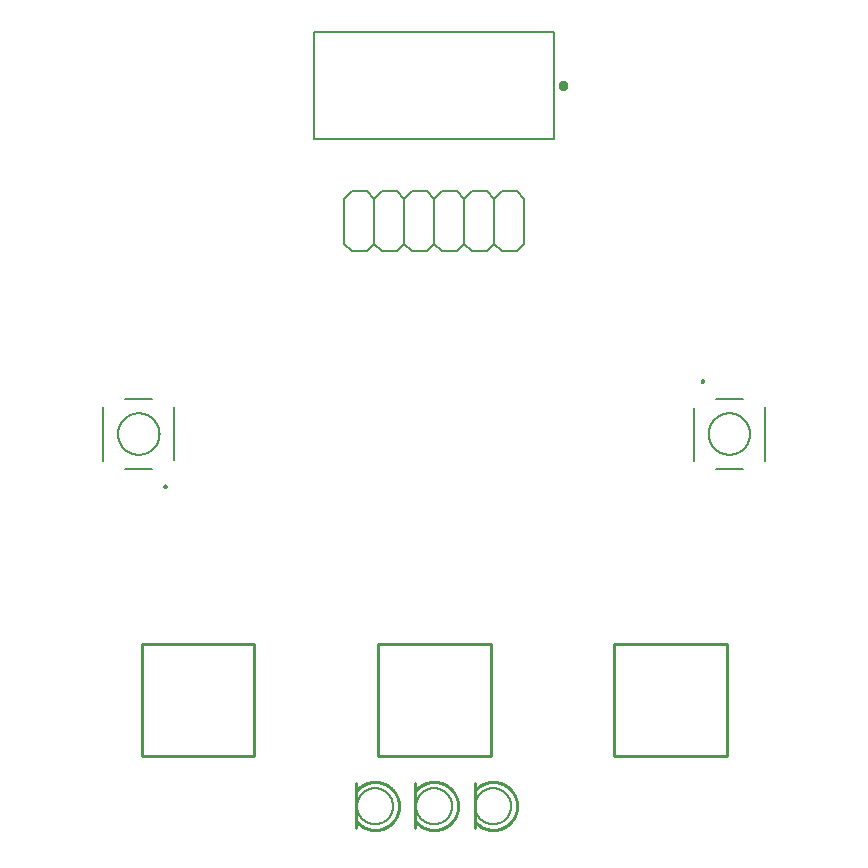
<source format=gbr>
G04 EAGLE Gerber RS-274X export*
G75*
%MOMM*%
%FSLAX34Y34*%
%LPD*%
%INSilkscreen Bottom*%
%IPPOS*%
%AMOC8*
5,1,8,0,0,1.08239X$1,22.5*%
G01*
%ADD10R,70.000000X0.100000*%
%ADD11R,33.300000X0.100000*%
%ADD12R,33.500000X0.100000*%
%ADD13R,17.900000X0.100000*%
%ADD14R,1.100000X0.100000*%
%ADD15R,0.500000X0.100000*%
%ADD16R,0.900000X0.100000*%
%ADD17R,0.200000X0.100000*%
%ADD18R,0.700000X0.100000*%
%ADD19R,17.300000X0.100000*%
%ADD20R,1.800000X0.100000*%
%ADD21R,1.000000X0.100000*%
%ADD22R,20.000000X0.100000*%
%ADD23R,17.800000X0.100000*%
%ADD24R,0.400000X0.100000*%
%ADD25R,17.100000X0.100000*%
%ADD26R,1.700000X0.100000*%
%ADD27R,17.700000X0.100000*%
%ADD28R,0.800000X0.100000*%
%ADD29R,0.300000X0.100000*%
%ADD30R,17.000000X0.100000*%
%ADD31R,1.600000X0.100000*%
%ADD32R,17.600000X0.100000*%
%ADD33R,1.500000X0.100000*%
%ADD34R,16.900000X0.100000*%
%ADD35R,2.000000X0.100000*%
%ADD36R,0.600000X0.100000*%
%ADD37R,2.400000X0.100000*%
%ADD38R,17.500000X0.100000*%
%ADD39R,18.600000X0.100000*%
%ADD40R,18.000000X0.100000*%
%ADD41R,18.400000X0.100000*%
%ADD42R,18.100000X0.100000*%
%ADD43R,17.400000X0.100000*%
%ADD44R,0.100000X0.100000*%
%ADD45R,17.200000X0.100000*%
%ADD46R,4.500000X0.100000*%
%ADD47R,12.100000X0.100000*%
%ADD48R,14.400000X0.100000*%
%ADD49R,4.200000X0.100000*%
%ADD50R,11.800000X0.100000*%
%ADD51R,14.200000X0.100000*%
%ADD52R,4.100000X0.100000*%
%ADD53R,11.700000X0.100000*%
%ADD54R,1.200000X0.100000*%
%ADD55R,14.100000X0.100000*%
%ADD56R,4.000000X0.100000*%
%ADD57R,11.600000X0.100000*%
%ADD58R,1.300000X0.100000*%
%ADD59R,13.900000X0.100000*%
%ADD60R,3.700000X0.100000*%
%ADD61R,11.200000X0.100000*%
%ADD62R,13.700000X0.100000*%
%ADD63R,11.300000X0.100000*%
%ADD64R,16.400000X0.100000*%
%ADD65R,13.200000X0.100000*%
%ADD66R,3.600000X0.100000*%
%ADD67R,13.100000X0.100000*%
%ADD68R,16.500000X0.100000*%
%ADD69R,11.400000X0.100000*%
%ADD70R,16.600000X0.100000*%
%ADD71R,13.000000X0.100000*%
%ADD72R,16.800000X0.100000*%
%ADD73R,3.500000X0.100000*%
%ADD74R,57.000000X0.100000*%
%ADD75R,34.100000X0.100000*%
%ADD76R,57.200000X0.100000*%
%ADD77R,57.300000X0.100000*%
%ADD78R,57.400000X0.100000*%
%ADD79R,3.800000X0.100000*%
%ADD80R,57.500000X0.100000*%
%ADD81R,3.900000X0.100000*%
%ADD82R,57.600000X0.100000*%
%ADD83R,57.800000X0.100000*%
%ADD84R,4.300000X0.100000*%
%ADD85R,58.600000X0.100000*%
%ADD86R,4.400000X0.100000*%
%ADD87R,4.600000X0.100000*%
%ADD88R,59.200000X0.100000*%
%ADD89R,7.600000X0.100000*%
%ADD90R,31.900000X0.100000*%
%ADD91R,1.900000X0.100000*%
%ADD92R,13.300000X0.100000*%
%ADD93R,7.300000X0.100000*%
%ADD94R,1.400000X0.100000*%
%ADD95R,10.700000X0.100000*%
%ADD96R,7.100000X0.100000*%
%ADD97R,10.500000X0.100000*%
%ADD98R,10.400000X0.100000*%
%ADD99R,7.000000X0.100000*%
%ADD100R,10.300000X0.100000*%
%ADD101R,10.200000X0.100000*%
%ADD102R,7.200000X0.100000*%
%ADD103R,7.500000X0.100000*%
%ADD104R,7.800000X0.100000*%
%ADD105R,8.100000X0.100000*%
%ADD106R,8.300000X0.100000*%
%ADD107R,10.100000X0.100000*%
%ADD108R,7.400000X0.100000*%
%ADD109R,10.600000X0.100000*%
%ADD110R,10.800000X0.100000*%
%ADD111R,29.600000X0.100000*%
%ADD112R,2.100000X0.100000*%
%ADD113R,2.700000X0.100000*%
%ADD114R,3.400000X0.100000*%
%ADD115R,3.300000X0.100000*%
%ADD116R,2.200000X0.100000*%
%ADD117R,2.800000X0.100000*%
%ADD118R,2.300000X0.100000*%
%ADD119R,3.200000X0.100000*%
%ADD120R,4.700000X0.100000*%
%ADD121R,4.800000X0.100000*%
%ADD122R,4.900000X0.100000*%
%ADD123R,5.000000X0.100000*%
%ADD124R,2.600000X0.100000*%
%ADD125R,5.100000X0.100000*%
%ADD126R,5.200000X0.100000*%
%ADD127R,5.300000X0.100000*%
%ADD128R,5.400000X0.100000*%
%ADD129R,3.000000X0.100000*%
%ADD130R,2.500000X0.100000*%
%ADD131R,2.900000X0.100000*%
%ADD132R,3.100000X0.100000*%
%ADD133R,12.000000X0.100000*%
%ADD134R,6.500000X0.100000*%
%ADD135R,13.800000X0.100000*%
%ADD136R,20.400000X0.100000*%
%ADD137C,0.152400*%
%ADD138C,0.127000*%
%ADD139C,0.400000*%
%ADD140C,0.254000*%
%ADD141C,0.200000*%


D10*
X350000Y500D03*
X350000Y1500D03*
X350000Y2500D03*
X350000Y3500D03*
X350000Y4500D03*
X350000Y5500D03*
X350000Y6500D03*
X350000Y9500D03*
X350000Y10500D03*
X350000Y11500D03*
X350000Y12500D03*
X350000Y13500D03*
X350000Y14500D03*
X350000Y15500D03*
X350000Y16500D03*
X350000Y17500D03*
D11*
X359500Y18500D03*
D12*
X360500Y19500D03*
D10*
X350000Y20500D03*
X350000Y21500D03*
X350000Y22500D03*
X350000Y23500D03*
D13*
X610500Y24500D03*
D14*
X505500Y24500D03*
D15*
X493500Y24500D03*
D16*
X482500Y24500D03*
D17*
X463000Y24500D03*
D18*
X444500Y24500D03*
D19*
X349500Y24500D03*
D15*
X250500Y24500D03*
D20*
X234000Y24500D03*
D21*
X210000Y24500D03*
D22*
X100000Y24500D03*
D23*
X611000Y25500D03*
D16*
X504500Y25500D03*
D24*
X493000Y25500D03*
D16*
X482500Y25500D03*
D17*
X463000Y25500D03*
D18*
X444500Y25500D03*
D25*
X350500Y25500D03*
D24*
X250000Y25500D03*
D26*
X234500Y25500D03*
D16*
X209500Y25500D03*
D22*
X100000Y25500D03*
D27*
X611500Y26500D03*
D28*
X504000Y26500D03*
D29*
X493500Y26500D03*
D28*
X482000Y26500D03*
D17*
X463000Y26500D03*
D18*
X444500Y26500D03*
D30*
X351000Y26500D03*
D29*
X249500Y26500D03*
D31*
X235000Y26500D03*
D28*
X209000Y26500D03*
D22*
X100000Y26500D03*
D32*
X612000Y27500D03*
D18*
X504500Y27500D03*
D29*
X493500Y27500D03*
D28*
X482000Y27500D03*
D17*
X463000Y27500D03*
D18*
X444500Y27500D03*
D30*
X351000Y27500D03*
D29*
X249500Y27500D03*
D33*
X235500Y27500D03*
D18*
X208500Y27500D03*
D22*
X100000Y27500D03*
D32*
X612000Y28500D03*
D18*
X504500Y28500D03*
D17*
X493000Y28500D03*
D28*
X482000Y28500D03*
D17*
X463000Y28500D03*
D18*
X444500Y28500D03*
D34*
X351500Y28500D03*
D17*
X249000Y28500D03*
D33*
X235500Y28500D03*
D18*
X208500Y28500D03*
D22*
X100000Y28500D03*
D35*
X650000Y29500D03*
D16*
X528500Y29500D03*
D36*
X516000Y29500D03*
X504000Y29500D03*
D17*
X493000Y29500D03*
D18*
X481500Y29500D03*
D14*
X467500Y29500D03*
D31*
X449000Y29500D03*
D34*
X351500Y29500D03*
D36*
X258000Y29500D03*
D17*
X249000Y29500D03*
D33*
X235500Y29500D03*
D36*
X220000Y29500D03*
D18*
X208500Y29500D03*
D28*
X196000Y29500D03*
D35*
X50000Y29500D03*
D37*
X650000Y30500D03*
D28*
X529000Y30500D03*
D18*
X515500Y30500D03*
D15*
X504500Y30500D03*
D18*
X481500Y30500D03*
D14*
X467500Y30500D03*
D31*
X449000Y30500D03*
D34*
X351500Y30500D03*
D18*
X258500Y30500D03*
D17*
X249000Y30500D03*
D33*
X235500Y30500D03*
D18*
X219500Y30500D03*
D36*
X208000Y30500D03*
D28*
X196000Y30500D03*
D37*
X50000Y30500D03*
D38*
X612500Y31500D03*
D18*
X516500Y31500D03*
D15*
X504500Y31500D03*
D18*
X481500Y31500D03*
D14*
X467500Y31500D03*
D31*
X449000Y31500D03*
D34*
X351500Y31500D03*
D18*
X258500Y31500D03*
D17*
X249000Y31500D03*
D36*
X232000Y31500D03*
D28*
X220000Y31500D03*
D36*
X208000Y31500D03*
D22*
X100000Y31500D03*
D39*
X607000Y32500D03*
D36*
X505000Y32500D03*
X481000Y32500D03*
D14*
X467500Y32500D03*
D31*
X449000Y32500D03*
D40*
X346000Y32500D03*
D17*
X249000Y32500D03*
D24*
X231000Y32500D03*
D28*
X220000Y32500D03*
D36*
X208000Y32500D03*
D22*
X100000Y32500D03*
D41*
X608000Y33500D03*
D15*
X505500Y33500D03*
D36*
X481000Y33500D03*
D14*
X467500Y33500D03*
D31*
X449000Y33500D03*
D27*
X347500Y33500D03*
D29*
X249500Y33500D03*
X230500Y33500D03*
D28*
X220000Y33500D03*
D36*
X208000Y33500D03*
D22*
X100000Y33500D03*
D42*
X609500Y34500D03*
D15*
X505500Y34500D03*
D36*
X481000Y34500D03*
D17*
X463000Y34500D03*
D18*
X444500Y34500D03*
D43*
X349000Y34500D03*
D29*
X249500Y34500D03*
D17*
X230000Y34500D03*
D28*
X220000Y34500D03*
D36*
X208000Y34500D03*
D22*
X100000Y34500D03*
D23*
X611000Y35500D03*
D36*
X506000Y35500D03*
D44*
X497500Y35500D03*
D17*
X489000Y35500D03*
D15*
X480500Y35500D03*
D17*
X463000Y35500D03*
D18*
X444500Y35500D03*
D45*
X350000Y35500D03*
D24*
X250000Y35500D03*
D17*
X230000Y35500D03*
D28*
X220000Y35500D03*
D36*
X208000Y35500D03*
D22*
X100000Y35500D03*
D46*
X677500Y36500D03*
D47*
X583500Y36500D03*
D18*
X507500Y36500D03*
D17*
X498000Y36500D03*
X489000Y36500D03*
D15*
X480500Y36500D03*
D17*
X463000Y36500D03*
D18*
X444500Y36500D03*
D25*
X350500Y36500D03*
D15*
X250500Y36500D03*
D36*
X240000Y36500D03*
D17*
X230000Y36500D03*
D28*
X220000Y36500D03*
D36*
X208000Y36500D03*
D48*
X128000Y36500D03*
D46*
X22500Y36500D03*
D49*
X679000Y37500D03*
D50*
X583000Y37500D03*
D16*
X508500Y37500D03*
D17*
X498000Y37500D03*
X489000Y37500D03*
D15*
X480500Y37500D03*
D17*
X463000Y37500D03*
D18*
X444500Y37500D03*
D30*
X351000Y37500D03*
D28*
X252000Y37500D03*
D18*
X239500Y37500D03*
D17*
X230000Y37500D03*
D28*
X220000Y37500D03*
D36*
X208000Y37500D03*
D51*
X129000Y37500D03*
D49*
X21000Y37500D03*
D52*
X679500Y38500D03*
D53*
X582500Y38500D03*
D54*
X510000Y38500D03*
D29*
X497500Y38500D03*
X488500Y38500D03*
D24*
X480000Y38500D03*
D17*
X463000Y38500D03*
D18*
X444500Y38500D03*
D34*
X351500Y38500D03*
D14*
X253500Y38500D03*
D28*
X239000Y38500D03*
D17*
X230000Y38500D03*
D28*
X220000Y38500D03*
D36*
X208000Y38500D03*
D55*
X129500Y38500D03*
D52*
X20500Y38500D03*
D56*
X680000Y39500D03*
D57*
X582000Y39500D03*
D58*
X511500Y39500D03*
D24*
X498000Y39500D03*
X489000Y39500D03*
X480000Y39500D03*
D14*
X467500Y39500D03*
D31*
X449000Y39500D03*
D34*
X351500Y39500D03*
D58*
X254500Y39500D03*
D28*
X239000Y39500D03*
D17*
X230000Y39500D03*
D28*
X220000Y39500D03*
D36*
X208000Y39500D03*
D59*
X130500Y39500D03*
D56*
X20000Y39500D03*
D21*
X666000Y40500D03*
X634000Y40500D03*
D28*
X529000Y40500D03*
X516000Y40500D03*
D17*
X506000Y40500D03*
D24*
X498000Y40500D03*
X489000Y40500D03*
X480000Y40500D03*
D14*
X467500Y40500D03*
D31*
X449000Y40500D03*
D34*
X351500Y40500D03*
D18*
X258500Y40500D03*
D17*
X249000Y40500D03*
D28*
X239000Y40500D03*
D17*
X230000Y40500D03*
D28*
X220000Y40500D03*
D36*
X208000Y40500D03*
D58*
X193500Y40500D03*
D21*
X66000Y40500D03*
X34000Y40500D03*
D16*
X666500Y41500D03*
D21*
X633000Y41500D03*
D28*
X529000Y41500D03*
D18*
X516500Y41500D03*
D17*
X506000Y41500D03*
D15*
X497500Y41500D03*
X488500Y41500D03*
D29*
X479500Y41500D03*
D14*
X467500Y41500D03*
D31*
X449000Y41500D03*
D34*
X351500Y41500D03*
D18*
X258500Y41500D03*
D17*
X249000Y41500D03*
D18*
X239500Y41500D03*
D29*
X229500Y41500D03*
D36*
X220000Y41500D03*
X208000Y41500D03*
D58*
X193500Y41500D03*
D21*
X67000Y41500D03*
D16*
X33500Y41500D03*
D60*
X681500Y42500D03*
D61*
X581000Y42500D03*
D36*
X516000Y42500D03*
D17*
X507000Y42500D03*
D36*
X498000Y42500D03*
X489000Y42500D03*
D29*
X479500Y42500D03*
D14*
X467500Y42500D03*
D31*
X449000Y42500D03*
D34*
X351500Y42500D03*
D36*
X259000Y42500D03*
D17*
X249000Y42500D03*
D18*
X239500Y42500D03*
D29*
X229500Y42500D03*
D36*
X220000Y42500D03*
D18*
X208500Y42500D03*
D62*
X131500Y42500D03*
D60*
X18500Y42500D03*
X681500Y43500D03*
D63*
X580500Y43500D03*
D17*
X507000Y43500D03*
D36*
X498000Y43500D03*
X489000Y43500D03*
D29*
X479500Y43500D03*
D17*
X463000Y43500D03*
X447000Y43500D03*
D64*
X349000Y43500D03*
D29*
X249500Y43500D03*
X229500Y43500D03*
D17*
X211000Y43500D03*
D65*
X129000Y43500D03*
D60*
X18500Y43500D03*
D66*
X682000Y44500D03*
D61*
X580000Y44500D03*
D17*
X507000Y44500D03*
D18*
X497500Y44500D03*
D28*
X489000Y44500D03*
D17*
X479000Y44500D03*
X463000Y44500D03*
X447000Y44500D03*
D64*
X349000Y44500D03*
D29*
X249500Y44500D03*
X229500Y44500D03*
D17*
X211000Y44500D03*
D67*
X129500Y44500D03*
D60*
X18500Y44500D03*
D66*
X682000Y45500D03*
D63*
X579500Y45500D03*
D17*
X508000Y45500D03*
D26*
X493500Y45500D03*
D17*
X479000Y45500D03*
X463000Y45500D03*
X447000Y45500D03*
D68*
X348500Y45500D03*
D24*
X250000Y45500D03*
D15*
X229500Y45500D03*
D29*
X211500Y45500D03*
D67*
X129500Y45500D03*
D66*
X18000Y45500D03*
X682000Y46500D03*
D69*
X579000Y46500D03*
D29*
X508500Y46500D03*
D26*
X493500Y46500D03*
D17*
X479000Y46500D03*
X463000Y46500D03*
X447000Y46500D03*
D70*
X348000Y46500D03*
D15*
X250500Y46500D03*
D18*
X229500Y46500D03*
D24*
X212000Y46500D03*
D71*
X130000Y46500D03*
D66*
X18000Y46500D03*
X682000Y47500D03*
D69*
X578000Y47500D03*
D15*
X509500Y47500D03*
D26*
X493500Y47500D03*
D17*
X479000Y47500D03*
X463000Y47500D03*
X447000Y47500D03*
D72*
X347000Y47500D03*
D36*
X251000Y47500D03*
D14*
X229500Y47500D03*
D36*
X213000Y47500D03*
D71*
X130000Y47500D03*
D66*
X18000Y47500D03*
D73*
X682500Y48500D03*
D74*
X350000Y48500D03*
D66*
X18000Y48500D03*
D73*
X682500Y49500D03*
D74*
X350000Y49500D03*
D66*
X18000Y49500D03*
D73*
X682500Y50500D03*
D74*
X350000Y50500D03*
D66*
X18000Y50500D03*
D28*
X669000Y51500D03*
X631000Y51500D03*
D75*
X358500Y51500D03*
D28*
X69000Y51500D03*
D16*
X31500Y51500D03*
X668500Y52500D03*
D28*
X631000Y52500D03*
D75*
X358500Y52500D03*
D28*
X69000Y52500D03*
D16*
X31500Y52500D03*
D66*
X682000Y53500D03*
D74*
X350000Y53500D03*
D66*
X18000Y53500D03*
X682000Y54500D03*
D76*
X350000Y54500D03*
D66*
X18000Y54500D03*
X682000Y55500D03*
D76*
X350000Y55500D03*
D66*
X18000Y55500D03*
D60*
X681500Y56500D03*
D77*
X350500Y56500D03*
D60*
X18500Y56500D03*
X681500Y57500D03*
D78*
X350000Y57500D03*
D60*
X18500Y57500D03*
D79*
X681000Y58500D03*
D80*
X350500Y58500D03*
D79*
X19000Y58500D03*
D81*
X680500Y59500D03*
D82*
X350000Y59500D03*
D81*
X19500Y59500D03*
X680500Y60500D03*
D83*
X350000Y60500D03*
D81*
X19500Y60500D03*
D21*
X665000Y61500D03*
D14*
X634500Y61500D03*
X65500Y61500D03*
X35500Y61500D03*
X663500Y62500D03*
X636500Y62500D03*
D54*
X65000Y62500D03*
X36000Y62500D03*
D84*
X678500Y63500D03*
D85*
X350000Y63500D03*
D86*
X22000Y63500D03*
D87*
X677000Y64500D03*
D88*
X350000Y64500D03*
D87*
X23000Y64500D03*
D10*
X350000Y65500D03*
X350000Y66500D03*
X350000Y67500D03*
X350000Y68500D03*
X350000Y69500D03*
X350000Y70500D03*
X350000Y71500D03*
D61*
X550000Y72500D03*
X350000Y72500D03*
X150000Y72500D03*
X550000Y73500D03*
X350000Y73500D03*
X150000Y73500D03*
D10*
X350000Y74500D03*
X350000Y75500D03*
X350000Y76500D03*
X350000Y77500D03*
X350000Y78500D03*
X350000Y79500D03*
X350000Y80500D03*
X350000Y81500D03*
X350000Y82500D03*
D61*
X550000Y83500D03*
X350000Y83500D03*
X150000Y83500D03*
X550000Y84500D03*
X350000Y84500D03*
X150000Y84500D03*
D10*
X350000Y85500D03*
X350000Y86500D03*
X350000Y87500D03*
X350000Y88500D03*
X350000Y89500D03*
X350000Y90500D03*
X350000Y91500D03*
X350000Y92500D03*
X350000Y93500D03*
D61*
X550000Y94500D03*
X350000Y94500D03*
X150000Y94500D03*
X550000Y95500D03*
X350000Y95500D03*
X150000Y95500D03*
D10*
X350000Y96500D03*
X350000Y97500D03*
X350000Y98500D03*
X350000Y99500D03*
X350000Y100500D03*
X350000Y101500D03*
X350000Y102500D03*
X350000Y103500D03*
X350000Y104500D03*
D61*
X550000Y105500D03*
X350000Y105500D03*
X150000Y105500D03*
X550000Y106500D03*
X350000Y106500D03*
X150000Y106500D03*
D10*
X350000Y107500D03*
X350000Y108500D03*
X350000Y109500D03*
X350000Y110500D03*
X350000Y111500D03*
X350000Y112500D03*
X350000Y113500D03*
X350000Y114500D03*
X350000Y115500D03*
D61*
X550000Y116500D03*
X350000Y116500D03*
X150000Y116500D03*
X550000Y117500D03*
X350000Y117500D03*
X150000Y117500D03*
D10*
X350000Y118500D03*
X350000Y119500D03*
X350000Y120500D03*
X350000Y121500D03*
X350000Y122500D03*
X350000Y123500D03*
X350000Y124500D03*
X350000Y125500D03*
X350000Y126500D03*
D61*
X550000Y127500D03*
X350000Y127500D03*
X150000Y127500D03*
X550000Y128500D03*
X350000Y128500D03*
X150000Y128500D03*
D10*
X350000Y129500D03*
X350000Y130500D03*
X350000Y131500D03*
X350000Y132500D03*
X350000Y133500D03*
X350000Y134500D03*
X350000Y135500D03*
X350000Y136500D03*
X350000Y137500D03*
D61*
X550000Y138500D03*
X350000Y138500D03*
X150000Y138500D03*
X550000Y139500D03*
X350000Y139500D03*
X150000Y139500D03*
D10*
X350000Y140500D03*
X350000Y141500D03*
X350000Y142500D03*
X350000Y143500D03*
X350000Y144500D03*
X350000Y145500D03*
X350000Y146500D03*
X350000Y147500D03*
X350000Y148500D03*
D61*
X550000Y149500D03*
X350000Y149500D03*
X150000Y149500D03*
X550000Y150500D03*
X350000Y150500D03*
X150000Y150500D03*
D10*
X350000Y151500D03*
X350000Y152500D03*
X350000Y153500D03*
X350000Y154500D03*
X350000Y155500D03*
X350000Y156500D03*
X350000Y157500D03*
X350000Y158500D03*
D61*
X550000Y159500D03*
X350000Y159500D03*
X150000Y159500D03*
X550000Y160500D03*
X350000Y160500D03*
X150000Y160500D03*
D10*
X350000Y161500D03*
X350000Y162500D03*
X350000Y163500D03*
X350000Y164500D03*
X350000Y165500D03*
X350000Y166500D03*
X350000Y167500D03*
X350000Y168500D03*
X350000Y169500D03*
D61*
X550000Y170500D03*
X350000Y170500D03*
X150000Y170500D03*
X550000Y171500D03*
X350000Y171500D03*
X150000Y171500D03*
D10*
X350000Y172500D03*
X350000Y173500D03*
X350000Y174500D03*
X350000Y175500D03*
X350000Y176500D03*
X350000Y177500D03*
X350000Y178500D03*
X350000Y179500D03*
X350000Y180500D03*
X350000Y196500D03*
X350000Y197500D03*
X350000Y198500D03*
X350000Y199500D03*
X350000Y200500D03*
X350000Y201500D03*
D89*
X662000Y202500D03*
D31*
X610000Y202500D03*
D16*
X591500Y202500D03*
X577500Y202500D03*
D54*
X558000Y202500D03*
X540000Y202500D03*
D28*
X521000Y202500D03*
D16*
X506500Y202500D03*
D28*
X492000Y202500D03*
D90*
X319500Y202500D03*
D91*
X146500Y202500D03*
D92*
X66500Y202500D03*
D89*
X662000Y203500D03*
D31*
X610000Y203500D03*
D16*
X591500Y203500D03*
D18*
X578500Y203500D03*
D21*
X557000Y203500D03*
X541000Y203500D03*
D15*
X519500Y203500D03*
D16*
X506500Y203500D03*
D36*
X493000Y203500D03*
D93*
X440500Y203500D03*
D31*
X383000Y203500D03*
D33*
X359500Y203500D03*
D94*
X337000Y203500D03*
D58*
X314500Y203500D03*
D95*
X248500Y203500D03*
D24*
X187000Y203500D03*
X178000Y203500D03*
D18*
X167500Y203500D03*
D14*
X146500Y203500D03*
D18*
X125500Y203500D03*
D95*
X53500Y203500D03*
D89*
X662000Y204500D03*
D31*
X610000Y204500D03*
D16*
X591500Y204500D03*
D15*
X579500Y204500D03*
D16*
X556500Y204500D03*
X541500Y204500D03*
D24*
X519000Y204500D03*
D28*
X507000Y204500D03*
D24*
X494000Y204500D03*
D96*
X439500Y204500D03*
D21*
X382000Y204500D03*
D16*
X359500Y204500D03*
D21*
X337000Y204500D03*
X313000Y204500D03*
D95*
X248500Y204500D03*
D29*
X187500Y204500D03*
D24*
X178000Y204500D03*
D36*
X168000Y204500D03*
D16*
X146500Y204500D03*
D36*
X125000Y204500D03*
D97*
X52500Y204500D03*
D89*
X662000Y205500D03*
D31*
X610000Y205500D03*
D16*
X591500Y205500D03*
D15*
X579500Y205500D03*
D28*
X556000Y205500D03*
X542000Y205500D03*
D24*
X519000Y205500D03*
D28*
X507000Y205500D03*
D24*
X494000Y205500D03*
D96*
X439500Y205500D03*
D18*
X382500Y205500D03*
X359500Y205500D03*
X336500Y205500D03*
D16*
X312500Y205500D03*
D95*
X248500Y205500D03*
D29*
X187500Y205500D03*
D24*
X178000Y205500D03*
D15*
X168500Y205500D03*
D18*
X146500Y205500D03*
D15*
X124500Y205500D03*
D98*
X52000Y205500D03*
D89*
X662000Y206500D03*
D31*
X610000Y206500D03*
D16*
X591500Y206500D03*
D24*
X580000Y206500D03*
D28*
X556000Y206500D03*
X542000Y206500D03*
D29*
X518500Y206500D03*
D18*
X507500Y206500D03*
D29*
X494500Y206500D03*
D99*
X439000Y206500D03*
D36*
X382000Y206500D03*
D15*
X359500Y206500D03*
D36*
X337000Y206500D03*
D28*
X312000Y206500D03*
D95*
X248500Y206500D03*
D29*
X187500Y206500D03*
X177500Y206500D03*
D24*
X169000Y206500D03*
D15*
X146500Y206500D03*
D24*
X124000Y206500D03*
D98*
X52000Y206500D03*
D89*
X662000Y207500D03*
D31*
X610000Y207500D03*
D16*
X591500Y207500D03*
D24*
X580000Y207500D03*
D18*
X555500Y207500D03*
X542500Y207500D03*
D29*
X518500Y207500D03*
D36*
X508000Y207500D03*
D29*
X494500Y207500D03*
D99*
X439000Y207500D03*
D24*
X382000Y207500D03*
D15*
X359500Y207500D03*
X336500Y207500D03*
D28*
X312000Y207500D03*
D95*
X248500Y207500D03*
D17*
X188000Y207500D03*
D29*
X177500Y207500D03*
D24*
X169000Y207500D03*
X147000Y207500D03*
X124000Y207500D03*
D100*
X51500Y207500D03*
D89*
X662000Y208500D03*
D31*
X610000Y208500D03*
D16*
X591500Y208500D03*
D29*
X580500Y208500D03*
D36*
X569000Y208500D03*
D18*
X555500Y208500D03*
X542500Y208500D03*
D36*
X529000Y208500D03*
D17*
X518000Y208500D03*
D36*
X508000Y208500D03*
D29*
X494500Y208500D03*
D18*
X483500Y208500D03*
D99*
X439000Y208500D03*
D24*
X382000Y208500D03*
D29*
X359500Y208500D03*
D24*
X337000Y208500D03*
D28*
X312000Y208500D03*
D95*
X248500Y208500D03*
D17*
X188000Y208500D03*
D29*
X177500Y208500D03*
X169500Y208500D03*
D24*
X158000Y208500D03*
D29*
X146500Y208500D03*
D24*
X135000Y208500D03*
D29*
X123500Y208500D03*
D100*
X51500Y208500D03*
D89*
X662000Y209500D03*
D31*
X610000Y209500D03*
D16*
X591500Y209500D03*
D29*
X580500Y209500D03*
D28*
X569000Y209500D03*
D18*
X555500Y209500D03*
X542500Y209500D03*
D28*
X529000Y209500D03*
D17*
X518000Y209500D03*
D15*
X508500Y209500D03*
D17*
X495000Y209500D03*
D28*
X483000Y209500D03*
D99*
X439000Y209500D03*
D18*
X394500Y209500D03*
D29*
X382500Y209500D03*
D36*
X371000Y209500D03*
D29*
X359500Y209500D03*
D36*
X348000Y209500D03*
D29*
X336500Y209500D03*
D36*
X325000Y209500D03*
D18*
X311500Y209500D03*
D95*
X248500Y209500D03*
D17*
X188000Y209500D03*
X177000Y209500D03*
D29*
X169500Y209500D03*
D36*
X158000Y209500D03*
D29*
X146500Y209500D03*
D18*
X135500Y209500D03*
D29*
X123500Y209500D03*
D28*
X113000Y209500D03*
D100*
X51500Y209500D03*
D89*
X662000Y210500D03*
D21*
X607000Y210500D03*
D16*
X591500Y210500D03*
D29*
X580500Y210500D03*
D28*
X569000Y210500D03*
D18*
X555500Y210500D03*
X542500Y210500D03*
D28*
X529000Y210500D03*
D17*
X518000Y210500D03*
D15*
X508500Y210500D03*
D17*
X495000Y210500D03*
D16*
X483500Y210500D03*
D99*
X439000Y210500D03*
D16*
X393500Y210500D03*
D29*
X382500Y210500D03*
D18*
X370500Y210500D03*
D29*
X359500Y210500D03*
D28*
X348000Y210500D03*
D29*
X336500Y210500D03*
D28*
X325000Y210500D03*
D18*
X311500Y210500D03*
D95*
X248500Y210500D03*
D44*
X188500Y210500D03*
D17*
X177000Y210500D03*
D29*
X169500Y210500D03*
D28*
X158000Y210500D03*
D29*
X146500Y210500D03*
D28*
X135000Y210500D03*
D29*
X123500Y210500D03*
D16*
X112500Y210500D03*
D101*
X51000Y210500D03*
D89*
X662000Y211500D03*
D36*
X605000Y211500D03*
D16*
X591500Y211500D03*
D29*
X580500Y211500D03*
D28*
X569000Y211500D03*
D18*
X555500Y211500D03*
X542500Y211500D03*
D28*
X529000Y211500D03*
D17*
X518000Y211500D03*
D24*
X509000Y211500D03*
D31*
X488000Y211500D03*
D99*
X439000Y211500D03*
D16*
X393500Y211500D03*
D29*
X382500Y211500D03*
D28*
X371000Y211500D03*
D29*
X359500Y211500D03*
D28*
X348000Y211500D03*
D29*
X336500Y211500D03*
D16*
X325500Y211500D03*
D18*
X311500Y211500D03*
D95*
X248500Y211500D03*
D44*
X188500Y211500D03*
D17*
X177000Y211500D03*
D29*
X169500Y211500D03*
D28*
X158000Y211500D03*
D29*
X146500Y211500D03*
D16*
X135500Y211500D03*
D29*
X123500Y211500D03*
D16*
X112500Y211500D03*
D101*
X51000Y211500D03*
D89*
X662000Y212500D03*
D15*
X604500Y212500D03*
D16*
X591500Y212500D03*
D29*
X580500Y212500D03*
D28*
X569000Y212500D03*
D18*
X555500Y212500D03*
X542500Y212500D03*
D28*
X529000Y212500D03*
D17*
X518000Y212500D03*
D29*
X509500Y212500D03*
D94*
X489000Y212500D03*
D99*
X439000Y212500D03*
D16*
X393500Y212500D03*
D29*
X382500Y212500D03*
D16*
X370500Y212500D03*
D29*
X359500Y212500D03*
D16*
X348500Y212500D03*
D29*
X336500Y212500D03*
D28*
X326000Y212500D03*
D18*
X311500Y212500D03*
D95*
X248500Y212500D03*
D44*
X188500Y212500D03*
D17*
X177000Y212500D03*
D29*
X169500Y212500D03*
D28*
X158000Y212500D03*
D29*
X146500Y212500D03*
D16*
X135500Y212500D03*
D29*
X123500Y212500D03*
D16*
X112500Y212500D03*
D101*
X51000Y212500D03*
D89*
X662000Y213500D03*
D24*
X604000Y213500D03*
D16*
X591500Y213500D03*
D29*
X580500Y213500D03*
D28*
X569000Y213500D03*
D18*
X555500Y213500D03*
X542500Y213500D03*
D28*
X529000Y213500D03*
D17*
X518000Y213500D03*
D29*
X509500Y213500D03*
D54*
X490000Y213500D03*
D99*
X439000Y213500D03*
D28*
X394000Y213500D03*
D29*
X382500Y213500D03*
D16*
X370500Y213500D03*
D29*
X359500Y213500D03*
D16*
X348500Y213500D03*
D33*
X330500Y213500D03*
D18*
X311500Y213500D03*
D95*
X248500Y213500D03*
D44*
X176500Y213500D03*
D29*
X169500Y213500D03*
D28*
X158000Y213500D03*
D29*
X146500Y213500D03*
D16*
X135500Y213500D03*
D29*
X123500Y213500D03*
D16*
X112500Y213500D03*
D101*
X51000Y213500D03*
D89*
X662000Y214500D03*
D29*
X603500Y214500D03*
X580500Y214500D03*
D28*
X569000Y214500D03*
D18*
X555500Y214500D03*
X542500Y214500D03*
D28*
X529000Y214500D03*
D17*
X518000Y214500D03*
X510000Y214500D03*
D16*
X491500Y214500D03*
D96*
X439500Y214500D03*
D18*
X394500Y214500D03*
D29*
X382500Y214500D03*
D16*
X370500Y214500D03*
D29*
X359500Y214500D03*
D16*
X348500Y214500D03*
D54*
X332000Y214500D03*
D28*
X312000Y214500D03*
D95*
X248500Y214500D03*
D29*
X169500Y214500D03*
D28*
X158000Y214500D03*
D29*
X146500Y214500D03*
D16*
X135500Y214500D03*
D29*
X123500Y214500D03*
D16*
X112500Y214500D03*
D101*
X51000Y214500D03*
D89*
X662000Y215500D03*
D29*
X603500Y215500D03*
X580500Y215500D03*
D28*
X569000Y215500D03*
D18*
X555500Y215500D03*
X542500Y215500D03*
D28*
X529000Y215500D03*
D17*
X518000Y215500D03*
X510000Y215500D03*
D36*
X493000Y215500D03*
D102*
X440000Y215500D03*
D29*
X382500Y215500D03*
D16*
X370500Y215500D03*
D29*
X359500Y215500D03*
D16*
X348500Y215500D03*
X333500Y215500D03*
D28*
X312000Y215500D03*
D95*
X248500Y215500D03*
D29*
X169500Y215500D03*
D28*
X158000Y215500D03*
D29*
X146500Y215500D03*
D16*
X135500Y215500D03*
D29*
X123500Y215500D03*
D16*
X112500Y215500D03*
D101*
X51000Y215500D03*
D89*
X662000Y216500D03*
D36*
X615000Y216500D03*
D17*
X603000Y216500D03*
D29*
X580500Y216500D03*
D28*
X569000Y216500D03*
D18*
X555500Y216500D03*
X542500Y216500D03*
D28*
X529000Y216500D03*
D17*
X518000Y216500D03*
X503000Y216500D03*
D15*
X493500Y216500D03*
D93*
X440500Y216500D03*
D24*
X383000Y216500D03*
D16*
X370500Y216500D03*
D29*
X359500Y216500D03*
D16*
X348500Y216500D03*
D18*
X334500Y216500D03*
D16*
X312500Y216500D03*
D95*
X248500Y216500D03*
D17*
X183000Y216500D03*
D29*
X169500Y216500D03*
D28*
X158000Y216500D03*
D29*
X146500Y216500D03*
D16*
X135500Y216500D03*
D29*
X123500Y216500D03*
D16*
X112500Y216500D03*
D101*
X51000Y216500D03*
D89*
X662000Y217500D03*
D18*
X614500Y217500D03*
D17*
X603000Y217500D03*
D29*
X580500Y217500D03*
D28*
X569000Y217500D03*
D18*
X555500Y217500D03*
X542500Y217500D03*
D28*
X529000Y217500D03*
D17*
X518000Y217500D03*
X503000Y217500D03*
D24*
X494000Y217500D03*
D103*
X441500Y217500D03*
D15*
X383500Y217500D03*
D16*
X370500Y217500D03*
D29*
X359500Y217500D03*
D16*
X348500Y217500D03*
D15*
X335500Y217500D03*
D21*
X313000Y217500D03*
D95*
X248500Y217500D03*
D17*
X183000Y217500D03*
D29*
X169500Y217500D03*
D28*
X158000Y217500D03*
D29*
X146500Y217500D03*
D16*
X135500Y217500D03*
D29*
X123500Y217500D03*
D16*
X112500Y217500D03*
D101*
X51000Y217500D03*
D89*
X662000Y218500D03*
D28*
X614000Y218500D03*
D17*
X603000Y218500D03*
D29*
X580500Y218500D03*
D28*
X569000Y218500D03*
D18*
X555500Y218500D03*
X542500Y218500D03*
D28*
X529000Y218500D03*
D17*
X518000Y218500D03*
D29*
X503500Y218500D03*
X494500Y218500D03*
D104*
X443000Y218500D03*
D15*
X383500Y218500D03*
D16*
X370500Y218500D03*
D29*
X359500Y218500D03*
D16*
X348500Y218500D03*
D24*
X336000Y218500D03*
D54*
X314000Y218500D03*
D95*
X248500Y218500D03*
D17*
X183000Y218500D03*
D29*
X169500Y218500D03*
D28*
X158000Y218500D03*
D29*
X146500Y218500D03*
D16*
X135500Y218500D03*
D29*
X123500Y218500D03*
D16*
X112500Y218500D03*
D101*
X51000Y218500D03*
D89*
X662000Y219500D03*
D28*
X614000Y219500D03*
D17*
X603000Y219500D03*
D16*
X591500Y219500D03*
D29*
X580500Y219500D03*
D28*
X569000Y219500D03*
D18*
X555500Y219500D03*
X542500Y219500D03*
D28*
X529000Y219500D03*
D17*
X518000Y219500D03*
D29*
X503500Y219500D03*
X494500Y219500D03*
D105*
X444500Y219500D03*
D24*
X383000Y219500D03*
D16*
X370500Y219500D03*
D29*
X359500Y219500D03*
D16*
X348500Y219500D03*
D29*
X336500Y219500D03*
D33*
X315500Y219500D03*
D95*
X248500Y219500D03*
D24*
X183000Y219500D03*
D29*
X169500Y219500D03*
D28*
X158000Y219500D03*
D29*
X146500Y219500D03*
D16*
X135500Y219500D03*
D29*
X123500Y219500D03*
D16*
X112500Y219500D03*
D101*
X51000Y219500D03*
D89*
X662000Y220500D03*
D28*
X614000Y220500D03*
D17*
X603000Y220500D03*
D16*
X591500Y220500D03*
D29*
X580500Y220500D03*
D28*
X569000Y220500D03*
D18*
X555500Y220500D03*
X542500Y220500D03*
D28*
X529000Y220500D03*
D17*
X518000Y220500D03*
D24*
X504000Y220500D03*
D17*
X495000Y220500D03*
D106*
X445500Y220500D03*
D36*
X395000Y220500D03*
D29*
X382500Y220500D03*
D16*
X370500Y220500D03*
D29*
X359500Y220500D03*
D16*
X348500Y220500D03*
D29*
X336500Y220500D03*
D20*
X317000Y220500D03*
D95*
X248500Y220500D03*
D24*
X183000Y220500D03*
D29*
X169500Y220500D03*
D28*
X158000Y220500D03*
D29*
X146500Y220500D03*
D16*
X135500Y220500D03*
D29*
X123500Y220500D03*
D16*
X112500Y220500D03*
D101*
X51000Y220500D03*
D89*
X662000Y221500D03*
D28*
X614000Y221500D03*
D17*
X603000Y221500D03*
D16*
X591500Y221500D03*
D29*
X580500Y221500D03*
D28*
X569000Y221500D03*
D18*
X555500Y221500D03*
X542500Y221500D03*
D28*
X529000Y221500D03*
D17*
X518000Y221500D03*
D24*
X504000Y221500D03*
D17*
X495000Y221500D03*
D16*
X483500Y221500D03*
D99*
X439000Y221500D03*
D28*
X394000Y221500D03*
D29*
X382500Y221500D03*
D16*
X370500Y221500D03*
D29*
X359500Y221500D03*
D16*
X348500Y221500D03*
D29*
X336500Y221500D03*
D35*
X318000Y221500D03*
D95*
X248500Y221500D03*
D24*
X183000Y221500D03*
D29*
X169500Y221500D03*
D28*
X158000Y221500D03*
D29*
X146500Y221500D03*
D16*
X135500Y221500D03*
D29*
X123500Y221500D03*
D16*
X112500Y221500D03*
D101*
X51000Y221500D03*
D89*
X662000Y222500D03*
D28*
X614000Y222500D03*
D17*
X603000Y222500D03*
D16*
X591500Y222500D03*
D29*
X580500Y222500D03*
D28*
X569000Y222500D03*
D18*
X555500Y222500D03*
X542500Y222500D03*
D28*
X529000Y222500D03*
D17*
X518000Y222500D03*
D15*
X504500Y222500D03*
D17*
X495000Y222500D03*
D28*
X484000Y222500D03*
D99*
X439000Y222500D03*
D16*
X393500Y222500D03*
D29*
X382500Y222500D03*
D16*
X370500Y222500D03*
D29*
X359500Y222500D03*
D16*
X348500Y222500D03*
D29*
X336500Y222500D03*
D28*
X325000Y222500D03*
D18*
X311500Y222500D03*
D95*
X248500Y222500D03*
D15*
X182500Y222500D03*
D29*
X169500Y222500D03*
D28*
X158000Y222500D03*
D29*
X146500Y222500D03*
D28*
X135000Y222500D03*
D29*
X123500Y222500D03*
D16*
X112500Y222500D03*
D101*
X51000Y222500D03*
D89*
X662000Y223500D03*
D18*
X614500Y223500D03*
D17*
X603000Y223500D03*
D16*
X591500Y223500D03*
D29*
X580500Y223500D03*
D18*
X568500Y223500D03*
X555500Y223500D03*
X542500Y223500D03*
D36*
X529000Y223500D03*
D17*
X518000Y223500D03*
D15*
X504500Y223500D03*
D17*
X495000Y223500D03*
D28*
X484000Y223500D03*
D99*
X439000Y223500D03*
D16*
X393500Y223500D03*
D29*
X382500Y223500D03*
D28*
X371000Y223500D03*
D29*
X359500Y223500D03*
D28*
X348000Y223500D03*
D29*
X336500Y223500D03*
D28*
X325000Y223500D03*
D18*
X311500Y223500D03*
D95*
X248500Y223500D03*
D36*
X183000Y223500D03*
D29*
X169500Y223500D03*
D28*
X158000Y223500D03*
D29*
X146500Y223500D03*
D28*
X135000Y223500D03*
D29*
X123500Y223500D03*
D28*
X113000Y223500D03*
D101*
X51000Y223500D03*
D89*
X662000Y224500D03*
D36*
X615000Y224500D03*
D17*
X603000Y224500D03*
D16*
X591500Y224500D03*
D29*
X580500Y224500D03*
D24*
X569000Y224500D03*
D18*
X555500Y224500D03*
X542500Y224500D03*
D24*
X529000Y224500D03*
D17*
X518000Y224500D03*
D36*
X505000Y224500D03*
D17*
X495000Y224500D03*
D24*
X484000Y224500D03*
D99*
X439000Y224500D03*
D28*
X394000Y224500D03*
D29*
X382500Y224500D03*
D18*
X370500Y224500D03*
D29*
X359500Y224500D03*
D18*
X348500Y224500D03*
D29*
X336500Y224500D03*
D18*
X325500Y224500D03*
X311500Y224500D03*
D95*
X248500Y224500D03*
D36*
X183000Y224500D03*
D29*
X169500Y224500D03*
D36*
X158000Y224500D03*
D29*
X146500Y224500D03*
D36*
X135000Y224500D03*
D29*
X123500Y224500D03*
D18*
X113500Y224500D03*
D100*
X51500Y224500D03*
D89*
X662000Y225500D03*
D29*
X603500Y225500D03*
D16*
X591500Y225500D03*
D24*
X580000Y225500D03*
D17*
X559000Y225500D03*
X539000Y225500D03*
D29*
X518500Y225500D03*
D18*
X505500Y225500D03*
D29*
X494500Y225500D03*
D99*
X439000Y225500D03*
D18*
X394500Y225500D03*
D24*
X382000Y225500D03*
X371000Y225500D03*
D29*
X359500Y225500D03*
D24*
X348000Y225500D03*
X337000Y225500D03*
D15*
X325500Y225500D03*
D28*
X312000Y225500D03*
D95*
X248500Y225500D03*
D28*
X183000Y225500D03*
D29*
X169500Y225500D03*
X146500Y225500D03*
D24*
X124000Y225500D03*
D100*
X51500Y225500D03*
D89*
X662000Y226500D03*
D29*
X603500Y226500D03*
D16*
X591500Y226500D03*
D24*
X580000Y226500D03*
D17*
X559000Y226500D03*
X539000Y226500D03*
D29*
X518500Y226500D03*
D18*
X505500Y226500D03*
D29*
X494500Y226500D03*
D96*
X439500Y226500D03*
D24*
X382000Y226500D03*
D29*
X359500Y226500D03*
D24*
X337000Y226500D03*
D17*
X315000Y226500D03*
D107*
X245500Y226500D03*
D28*
X183000Y226500D03*
D24*
X169000Y226500D03*
D15*
X146500Y226500D03*
D24*
X124000Y226500D03*
D100*
X51500Y226500D03*
D89*
X662000Y227500D03*
D24*
X604000Y227500D03*
D16*
X591500Y227500D03*
D15*
X579500Y227500D03*
D29*
X559500Y227500D03*
X538500Y227500D03*
D24*
X519000Y227500D03*
D28*
X506000Y227500D03*
D24*
X494000Y227500D03*
D96*
X439500Y227500D03*
D24*
X382000Y227500D03*
D15*
X359500Y227500D03*
D24*
X337000Y227500D03*
D29*
X315500Y227500D03*
D107*
X245500Y227500D03*
D28*
X183000Y227500D03*
D24*
X169000Y227500D03*
D15*
X146500Y227500D03*
X124500Y227500D03*
D98*
X52000Y227500D03*
D89*
X662000Y228500D03*
D15*
X604500Y228500D03*
D16*
X591500Y228500D03*
D36*
X579000Y228500D03*
D24*
X560000Y228500D03*
X538000Y228500D03*
D15*
X519500Y228500D03*
D28*
X506000Y228500D03*
D15*
X493500Y228500D03*
D102*
X440000Y228500D03*
D36*
X382000Y228500D03*
D15*
X359500Y228500D03*
D36*
X337000Y228500D03*
D29*
X315500Y228500D03*
D107*
X245500Y228500D03*
D21*
X183000Y228500D03*
D15*
X168500Y228500D03*
D18*
X146500Y228500D03*
D15*
X124500Y228500D03*
D97*
X52500Y228500D03*
D89*
X662000Y229500D03*
D36*
X605000Y229500D03*
D16*
X591500Y229500D03*
D18*
X578500Y229500D03*
D15*
X560500Y229500D03*
X537500Y229500D03*
D36*
X520000Y229500D03*
D16*
X506500Y229500D03*
D36*
X493000Y229500D03*
D108*
X441000Y229500D03*
D28*
X382000Y229500D03*
D18*
X359500Y229500D03*
D28*
X337000Y229500D03*
D24*
X316000Y229500D03*
D107*
X245500Y229500D03*
D21*
X183000Y229500D03*
D36*
X168000Y229500D03*
D16*
X146500Y229500D03*
D18*
X125500Y229500D03*
D109*
X53000Y229500D03*
D89*
X662000Y230500D03*
D21*
X607000Y230500D03*
D16*
X591500Y230500D03*
D14*
X576500Y230500D03*
D16*
X562500Y230500D03*
X535500Y230500D03*
D21*
X522000Y230500D03*
X507000Y230500D03*
X491000Y230500D03*
D104*
X443000Y230500D03*
D21*
X382000Y230500D03*
D14*
X359500Y230500D03*
D21*
X337000Y230500D03*
D15*
X316500Y230500D03*
D107*
X245500Y230500D03*
D21*
X183000Y230500D03*
D28*
X167000Y230500D03*
D94*
X147000Y230500D03*
D16*
X126500Y230500D03*
D110*
X54000Y230500D03*
D111*
X552000Y231500D03*
D20*
X382000Y231500D03*
D91*
X359500Y231500D03*
D20*
X337000Y231500D03*
D16*
X318500Y231500D03*
D111*
X148000Y231500D03*
D10*
X350000Y232500D03*
X350000Y233500D03*
X350000Y234500D03*
X350000Y235500D03*
X350000Y236500D03*
D24*
X698000Y252500D03*
D17*
X686000Y252500D03*
X655000Y252500D03*
D24*
X641000Y252500D03*
D44*
X611500Y252500D03*
D16*
X595500Y252500D03*
D29*
X483500Y252500D03*
D44*
X465500Y252500D03*
D29*
X400500Y252500D03*
D24*
X383000Y252500D03*
X317000Y252500D03*
D29*
X300500Y252500D03*
D17*
X235000Y252500D03*
X217000Y252500D03*
D21*
X105000Y252500D03*
D17*
X89000Y252500D03*
D15*
X59500Y252500D03*
D17*
X46000Y252500D03*
X14000Y252500D03*
D29*
X2500Y252500D03*
D24*
X698000Y253500D03*
D29*
X686500Y253500D03*
D44*
X674500Y253500D03*
D17*
X655000Y253500D03*
D36*
X641000Y253500D03*
X614000Y253500D03*
D16*
X596500Y253500D03*
D24*
X484000Y253500D03*
D17*
X466000Y253500D03*
X400000Y253500D03*
D24*
X382000Y253500D03*
D44*
X368500Y253500D03*
D17*
X332000Y253500D03*
D15*
X318500Y253500D03*
D29*
X300500Y253500D03*
D17*
X235000Y253500D03*
D29*
X216500Y253500D03*
D21*
X104000Y253500D03*
D36*
X87000Y253500D03*
X59000Y253500D03*
D17*
X46000Y253500D03*
X26000Y253500D03*
D29*
X14500Y253500D03*
D24*
X3000Y253500D03*
X698000Y254500D03*
D29*
X686500Y254500D03*
D17*
X675000Y254500D03*
D15*
X641500Y254500D03*
D18*
X614500Y254500D03*
D29*
X484500Y254500D03*
D17*
X466000Y254500D03*
D29*
X380500Y254500D03*
D17*
X367000Y254500D03*
X333000Y254500D03*
D24*
X320000Y254500D03*
D17*
X235000Y254500D03*
D29*
X216500Y254500D03*
D18*
X85500Y254500D03*
D36*
X59000Y254500D03*
D17*
X26000Y254500D03*
D29*
X14500Y254500D03*
D15*
X2500Y254500D03*
D24*
X698000Y255500D03*
D29*
X686500Y255500D03*
D17*
X675000Y255500D03*
D36*
X642000Y255500D03*
D18*
X615500Y255500D03*
D29*
X495500Y255500D03*
X484500Y255500D03*
D17*
X466000Y255500D03*
X379000Y255500D03*
X367000Y255500D03*
X334000Y255500D03*
D29*
X321500Y255500D03*
D17*
X234000Y255500D03*
D24*
X216000Y255500D03*
D29*
X205500Y255500D03*
D18*
X85500Y255500D03*
D36*
X59000Y255500D03*
D17*
X26000Y255500D03*
D29*
X14500Y255500D03*
D15*
X2500Y255500D03*
D24*
X698000Y256500D03*
D29*
X686500Y256500D03*
D17*
X675000Y256500D03*
D15*
X641500Y256500D03*
D36*
X616000Y256500D03*
D24*
X496000Y256500D03*
D29*
X485500Y256500D03*
D17*
X466000Y256500D03*
X378000Y256500D03*
X323000Y256500D03*
X234000Y256500D03*
D29*
X215500Y256500D03*
D15*
X204500Y256500D03*
D36*
X84000Y256500D03*
D15*
X58500Y256500D03*
D29*
X25500Y256500D03*
D24*
X14000Y256500D03*
D15*
X2500Y256500D03*
D24*
X698000Y257500D03*
D29*
X686500Y257500D03*
D17*
X675000Y257500D03*
D24*
X642000Y257500D03*
X618000Y257500D03*
D44*
X508500Y257500D03*
D15*
X496500Y257500D03*
D17*
X486000Y257500D03*
X467000Y257500D03*
D29*
X350500Y257500D03*
D17*
X234000Y257500D03*
X215000Y257500D03*
D15*
X204500Y257500D03*
D44*
X191500Y257500D03*
D24*
X83000Y257500D03*
X58000Y257500D03*
D29*
X25500Y257500D03*
X14500Y257500D03*
D15*
X2500Y257500D03*
D24*
X698000Y258500D03*
D29*
X686500Y258500D03*
X675500Y258500D03*
D17*
X663000Y258500D03*
D29*
X642500Y258500D03*
X628500Y258500D03*
D17*
X619000Y258500D03*
D28*
X512000Y258500D03*
D36*
X497000Y258500D03*
D17*
X467000Y258500D03*
X392000Y258500D03*
D29*
X350500Y258500D03*
D17*
X309000Y258500D03*
X234000Y258500D03*
D15*
X203500Y258500D03*
D28*
X189000Y258500D03*
D17*
X82000Y258500D03*
D29*
X71500Y258500D03*
X57500Y258500D03*
D44*
X37500Y258500D03*
D29*
X25500Y258500D03*
X14500Y258500D03*
D15*
X2500Y258500D03*
D24*
X698000Y259500D03*
X686000Y259500D03*
D29*
X675500Y259500D03*
D17*
X663000Y259500D03*
D29*
X643500Y259500D03*
D15*
X629500Y259500D03*
D36*
X582000Y259500D03*
D16*
X512500Y259500D03*
D15*
X497500Y259500D03*
D17*
X467000Y259500D03*
D44*
X432500Y259500D03*
X405500Y259500D03*
D15*
X391500Y259500D03*
X309500Y259500D03*
D17*
X295000Y259500D03*
X268000Y259500D03*
X233000Y259500D03*
D15*
X202500Y259500D03*
D16*
X187500Y259500D03*
D36*
X118000Y259500D03*
D24*
X71000Y259500D03*
D17*
X57000Y259500D03*
X37000Y259500D03*
D29*
X25500Y259500D03*
X14500Y259500D03*
D15*
X2500Y259500D03*
D24*
X698000Y260500D03*
D29*
X686500Y260500D03*
X675500Y260500D03*
X663500Y260500D03*
D44*
X643500Y260500D03*
D24*
X630000Y260500D03*
D21*
X584000Y260500D03*
X514000Y260500D03*
D29*
X498500Y260500D03*
D17*
X467000Y260500D03*
D29*
X432500Y260500D03*
D36*
X390000Y260500D03*
X310000Y260500D03*
D17*
X268000Y260500D03*
X233000Y260500D03*
D29*
X202500Y260500D03*
D16*
X186500Y260500D03*
D21*
X116000Y260500D03*
D15*
X70500Y260500D03*
D17*
X57000Y260500D03*
X37000Y260500D03*
D29*
X25500Y260500D03*
D24*
X14000Y260500D03*
X3000Y260500D03*
D15*
X697500Y261500D03*
D24*
X686000Y261500D03*
X675000Y261500D03*
D29*
X663500Y261500D03*
D15*
X630500Y261500D03*
D17*
X602000Y261500D03*
D21*
X586000Y261500D03*
D28*
X515000Y261500D03*
D44*
X476500Y261500D03*
D17*
X468000Y261500D03*
X433000Y261500D03*
D18*
X388500Y261500D03*
X312500Y261500D03*
D29*
X267500Y261500D03*
D17*
X233000Y261500D03*
D28*
X186000Y261500D03*
D21*
X115000Y261500D03*
D29*
X98500Y261500D03*
D15*
X70500Y261500D03*
D29*
X37500Y261500D03*
X25500Y261500D03*
D24*
X14000Y261500D03*
X3000Y261500D03*
D15*
X697500Y262500D03*
D24*
X686000Y262500D03*
X675000Y262500D03*
D29*
X663500Y262500D03*
D15*
X630500Y262500D03*
D36*
X604000Y262500D03*
D28*
X587000Y262500D03*
D17*
X477000Y262500D03*
D29*
X433500Y262500D03*
D28*
X387000Y262500D03*
D17*
X359000Y262500D03*
X342000Y262500D03*
D28*
X314000Y262500D03*
D29*
X267500Y262500D03*
D17*
X224000Y262500D03*
D16*
X113500Y262500D03*
D18*
X96500Y262500D03*
D36*
X70000Y262500D03*
D29*
X37500Y262500D03*
X25500Y262500D03*
D24*
X14000Y262500D03*
X3000Y262500D03*
D15*
X697500Y263500D03*
D24*
X686000Y263500D03*
X675000Y263500D03*
D29*
X663500Y263500D03*
D15*
X630500Y263500D03*
D18*
X604500Y263500D03*
D17*
X477000Y263500D03*
D29*
X433500Y263500D03*
D28*
X385000Y263500D03*
D17*
X358000Y263500D03*
D29*
X342500Y263500D03*
D16*
X315500Y263500D03*
D17*
X267000Y263500D03*
D29*
X223500Y263500D03*
D18*
X95500Y263500D03*
D24*
X70000Y263500D03*
X37000Y263500D03*
D29*
X25500Y263500D03*
D24*
X14000Y263500D03*
X3000Y263500D03*
D15*
X697500Y264500D03*
D24*
X686000Y264500D03*
X675000Y264500D03*
D29*
X663500Y264500D03*
D24*
X631000Y264500D03*
D18*
X605500Y264500D03*
D29*
X477500Y264500D03*
D17*
X425000Y264500D03*
D28*
X383000Y264500D03*
D44*
X357500Y264500D03*
D17*
X343000Y264500D03*
D18*
X317500Y264500D03*
D17*
X276000Y264500D03*
X223000Y264500D03*
D36*
X95000Y264500D03*
D15*
X69500Y264500D03*
D24*
X37000Y264500D03*
D29*
X25500Y264500D03*
D24*
X14000Y264500D03*
X3000Y264500D03*
D15*
X697500Y265500D03*
D24*
X686000Y265500D03*
X675000Y265500D03*
D29*
X663500Y265500D03*
D17*
X652000Y265500D03*
D29*
X631500Y265500D03*
D15*
X606500Y265500D03*
D29*
X477500Y265500D03*
D44*
X398500Y265500D03*
D24*
X380000Y265500D03*
X320000Y265500D03*
D17*
X302000Y265500D03*
D44*
X275500Y265500D03*
D29*
X222500Y265500D03*
D36*
X94000Y265500D03*
D24*
X69000Y265500D03*
D17*
X49000Y265500D03*
D24*
X37000Y265500D03*
X25000Y265500D03*
D15*
X14500Y265500D03*
D24*
X3000Y265500D03*
D15*
X697500Y266500D03*
D24*
X686000Y266500D03*
X675000Y266500D03*
D29*
X663500Y266500D03*
D17*
X652000Y266500D03*
X632000Y266500D03*
D24*
X618000Y266500D03*
D17*
X608000Y266500D03*
D29*
X488500Y266500D03*
X478500Y266500D03*
D17*
X460000Y266500D03*
X398000Y266500D03*
D29*
X378500Y266500D03*
X321500Y266500D03*
X302500Y266500D03*
D17*
X240000Y266500D03*
D29*
X222500Y266500D03*
D24*
X212000Y266500D03*
D17*
X93000Y266500D03*
D29*
X82500Y266500D03*
X68500Y266500D03*
X48500Y266500D03*
D24*
X37000Y266500D03*
X25000Y266500D03*
D15*
X14500Y266500D03*
D24*
X3000Y266500D03*
D15*
X697500Y267500D03*
D24*
X686000Y267500D03*
X675000Y267500D03*
D29*
X663500Y267500D03*
D17*
X652000Y267500D03*
D44*
X632500Y267500D03*
D15*
X618500Y267500D03*
D24*
X489000Y267500D03*
D29*
X478500Y267500D03*
D44*
X460500Y267500D03*
D29*
X397500Y267500D03*
D17*
X377000Y267500D03*
D29*
X323500Y267500D03*
D17*
X303000Y267500D03*
X240000Y267500D03*
X222000Y267500D03*
D15*
X211500Y267500D03*
X81500Y267500D03*
D44*
X68500Y267500D03*
D17*
X48000Y267500D03*
D24*
X37000Y267500D03*
D15*
X25500Y267500D03*
D24*
X15000Y267500D03*
D15*
X3500Y267500D03*
X697500Y268500D03*
D24*
X686000Y268500D03*
X675000Y268500D03*
X664000Y268500D03*
D29*
X652500Y268500D03*
D15*
X619500Y268500D03*
D18*
X503500Y268500D03*
D15*
X489500Y268500D03*
D17*
X479000Y268500D03*
X461000Y268500D03*
X376000Y268500D03*
X325000Y268500D03*
X240000Y268500D03*
X222000Y268500D03*
D15*
X211500Y268500D03*
D28*
X197000Y268500D03*
D15*
X81500Y268500D03*
D29*
X48500Y268500D03*
D24*
X37000Y268500D03*
D15*
X25500Y268500D03*
X14500Y268500D03*
D24*
X4000Y268500D03*
X697000Y269500D03*
X686000Y269500D03*
X675000Y269500D03*
X664000Y269500D03*
D29*
X652500Y269500D03*
D15*
X619500Y269500D03*
D16*
X575500Y269500D03*
D33*
X536500Y269500D03*
D16*
X504500Y269500D03*
D24*
X490000Y269500D03*
D17*
X461000Y269500D03*
X350000Y269500D03*
D44*
X325500Y269500D03*
D17*
X240000Y269500D03*
D15*
X210500Y269500D03*
D28*
X196000Y269500D03*
D33*
X164500Y269500D03*
D21*
X125000Y269500D03*
D15*
X81500Y269500D03*
D29*
X48500Y269500D03*
D24*
X37000Y269500D03*
X26000Y269500D03*
X15000Y269500D03*
X4000Y269500D03*
X697000Y270500D03*
X686000Y270500D03*
X675000Y270500D03*
X664000Y270500D03*
D29*
X652500Y270500D03*
D15*
X619500Y270500D03*
D24*
X593000Y270500D03*
D21*
X577000Y270500D03*
D20*
X539000Y270500D03*
D28*
X505000Y270500D03*
D29*
X490500Y270500D03*
D17*
X461000Y270500D03*
X350000Y270500D03*
D44*
X239500Y270500D03*
D17*
X210000Y270500D03*
D28*
X195000Y270500D03*
D26*
X161500Y270500D03*
D21*
X124000Y270500D03*
D24*
X108000Y270500D03*
D15*
X80500Y270500D03*
D29*
X48500Y270500D03*
D24*
X37000Y270500D03*
X26000Y270500D03*
X15000Y270500D03*
X4000Y270500D03*
X697000Y271500D03*
D15*
X685500Y271500D03*
X674500Y271500D03*
X663500Y271500D03*
D29*
X652500Y271500D03*
D17*
X641000Y271500D03*
D15*
X619500Y271500D03*
D36*
X594000Y271500D03*
D28*
X578000Y271500D03*
D44*
X547500Y271500D03*
X507500Y271500D03*
D17*
X461000Y271500D03*
X193000Y271500D03*
D28*
X123000Y271500D03*
D18*
X106500Y271500D03*
D15*
X80500Y271500D03*
D17*
X60000Y271500D03*
D24*
X48000Y271500D03*
X37000Y271500D03*
X26000Y271500D03*
X15000Y271500D03*
X4000Y271500D03*
D15*
X696500Y272500D03*
X685500Y272500D03*
X674500Y272500D03*
X663500Y272500D03*
D29*
X652500Y272500D03*
D17*
X641000Y272500D03*
D24*
X620000Y272500D03*
D18*
X594500Y272500D03*
X105500Y272500D03*
D24*
X80000Y272500D03*
D17*
X60000Y272500D03*
D24*
X48000Y272500D03*
X37000Y272500D03*
X26000Y272500D03*
X15000Y272500D03*
X4000Y272500D03*
D15*
X696500Y273500D03*
X685500Y273500D03*
X674500Y273500D03*
X663500Y273500D03*
D24*
X652000Y273500D03*
D17*
X641000Y273500D03*
D29*
X620500Y273500D03*
D44*
X606500Y273500D03*
D36*
X596000Y273500D03*
X105000Y273500D03*
D29*
X79500Y273500D03*
D17*
X60000Y273500D03*
D24*
X48000Y273500D03*
X37000Y273500D03*
X26000Y273500D03*
X15000Y273500D03*
X4000Y273500D03*
X696000Y274500D03*
X685000Y274500D03*
D15*
X674500Y274500D03*
D24*
X663000Y274500D03*
X653000Y274500D03*
D17*
X641000Y274500D03*
X621000Y274500D03*
D24*
X607000Y274500D03*
D17*
X597000Y274500D03*
D29*
X103500Y274500D03*
X93500Y274500D03*
D44*
X79500Y274500D03*
D29*
X59500Y274500D03*
D24*
X48000Y274500D03*
X37000Y274500D03*
X26000Y274500D03*
X15000Y274500D03*
X4000Y274500D03*
X696000Y275500D03*
X685000Y275500D03*
X674000Y275500D03*
X663000Y275500D03*
D15*
X652500Y275500D03*
D17*
X641000Y275500D03*
D15*
X607500Y275500D03*
X92500Y275500D03*
D29*
X59500Y275500D03*
D24*
X48000Y275500D03*
X37000Y275500D03*
D15*
X26500Y275500D03*
D24*
X15000Y275500D03*
D15*
X4500Y275500D03*
D24*
X696000Y276500D03*
X685000Y276500D03*
X674000Y276500D03*
X663000Y276500D03*
X652000Y276500D03*
D29*
X641500Y276500D03*
D15*
X608500Y276500D03*
X92500Y276500D03*
D29*
X59500Y276500D03*
D24*
X48000Y276500D03*
X37000Y276500D03*
D15*
X26500Y276500D03*
D24*
X15000Y276500D03*
X4000Y276500D03*
X696000Y277500D03*
X685000Y277500D03*
X674000Y277500D03*
X663000Y277500D03*
X652000Y277500D03*
X641000Y277500D03*
D17*
X629000Y277500D03*
D15*
X608500Y277500D03*
X92500Y277500D03*
D17*
X71000Y277500D03*
D29*
X59500Y277500D03*
D24*
X48000Y277500D03*
D15*
X37500Y277500D03*
X26500Y277500D03*
X15500Y277500D03*
D24*
X5000Y277500D03*
X696000Y278500D03*
X685000Y278500D03*
X674000Y278500D03*
X663000Y278500D03*
X652000Y278500D03*
X641000Y278500D03*
D17*
X629000Y278500D03*
D15*
X608500Y278500D03*
D28*
X567000Y278500D03*
D112*
X525500Y278500D03*
D58*
X273500Y278500D03*
D35*
X175000Y278500D03*
D28*
X134000Y278500D03*
D24*
X92000Y278500D03*
D17*
X71000Y278500D03*
D29*
X59500Y278500D03*
D15*
X48500Y278500D03*
X37500Y278500D03*
D24*
X27000Y278500D03*
D15*
X15500Y278500D03*
D24*
X5000Y278500D03*
X696000Y279500D03*
X685000Y279500D03*
X674000Y279500D03*
X663000Y279500D03*
X652000Y279500D03*
X641000Y279500D03*
D29*
X629500Y279500D03*
D24*
X609000Y279500D03*
D15*
X583500Y279500D03*
D16*
X567500Y279500D03*
D113*
X529500Y279500D03*
D114*
X485000Y279500D03*
D31*
X434000Y279500D03*
D91*
X397500Y279500D03*
D26*
X374500Y279500D03*
D115*
X344500Y279500D03*
D116*
X274000Y279500D03*
D86*
X220000Y279500D03*
D117*
X171000Y279500D03*
D16*
X133500Y279500D03*
D36*
X117000Y279500D03*
D24*
X92000Y279500D03*
D17*
X71000Y279500D03*
D24*
X59000Y279500D03*
D15*
X48500Y279500D03*
D24*
X38000Y279500D03*
X26000Y279500D03*
X16000Y279500D03*
X5000Y279500D03*
X696000Y280500D03*
X685000Y280500D03*
X674000Y280500D03*
X663000Y280500D03*
X652000Y280500D03*
X641000Y280500D03*
D29*
X629500Y280500D03*
X609500Y280500D03*
D36*
X584000Y280500D03*
X568000Y280500D03*
D116*
X533000Y280500D03*
D81*
X482500Y280500D03*
D31*
X434000Y280500D03*
D20*
X398000Y280500D03*
D26*
X374500Y280500D03*
D79*
X342000Y280500D03*
D113*
X274500Y280500D03*
D86*
X220000Y280500D03*
D118*
X167500Y280500D03*
D18*
X132500Y280500D03*
X116500Y280500D03*
D24*
X91000Y280500D03*
D17*
X71000Y280500D03*
D24*
X60000Y280500D03*
X49000Y280500D03*
X38000Y280500D03*
X27000Y280500D03*
X16000Y280500D03*
X5000Y280500D03*
D29*
X695500Y281500D03*
D24*
X685000Y281500D03*
X674000Y281500D03*
X663000Y281500D03*
X652000Y281500D03*
X641000Y281500D03*
D29*
X629500Y281500D03*
D17*
X610000Y281500D03*
D36*
X585000Y281500D03*
D49*
X481000Y281500D03*
D31*
X434000Y281500D03*
D91*
X398500Y281500D03*
D26*
X374500Y281500D03*
D52*
X340500Y281500D03*
D119*
X274000Y281500D03*
D86*
X220000Y281500D03*
D36*
X116000Y281500D03*
D17*
X91000Y281500D03*
D29*
X70500Y281500D03*
D24*
X60000Y281500D03*
X49000Y281500D03*
X38000Y281500D03*
X27000Y281500D03*
X16000Y281500D03*
X5000Y281500D03*
X695000Y282500D03*
X685000Y282500D03*
D29*
X673500Y282500D03*
D24*
X663000Y282500D03*
X652000Y282500D03*
X641000Y282500D03*
X630000Y282500D03*
D29*
X596500Y282500D03*
D24*
X586000Y282500D03*
D86*
X480000Y282500D03*
D31*
X434000Y282500D03*
D20*
X399000Y282500D03*
D26*
X374500Y282500D03*
D84*
X339500Y282500D03*
D114*
X274000Y282500D03*
D86*
X220000Y282500D03*
D24*
X115000Y282500D03*
D29*
X104500Y282500D03*
D24*
X71000Y282500D03*
X60000Y282500D03*
X49000Y282500D03*
X38000Y282500D03*
X27000Y282500D03*
X16000Y282500D03*
X5000Y282500D03*
X695000Y283500D03*
X684000Y283500D03*
X673000Y283500D03*
D29*
X662500Y283500D03*
D24*
X652000Y283500D03*
D15*
X640500Y283500D03*
D24*
X630000Y283500D03*
X597000Y283500D03*
D87*
X479000Y283500D03*
D31*
X434000Y283500D03*
D91*
X399500Y283500D03*
D26*
X374500Y283500D03*
D86*
X339000Y283500D03*
D60*
X274500Y283500D03*
D86*
X220000Y283500D03*
D24*
X104000Y283500D03*
X71000Y283500D03*
X60000Y283500D03*
X49000Y283500D03*
X38000Y283500D03*
X27000Y283500D03*
X16000Y283500D03*
X5000Y283500D03*
X695000Y284500D03*
X684000Y284500D03*
X673000Y284500D03*
D29*
X662500Y284500D03*
X651500Y284500D03*
X640500Y284500D03*
D24*
X630000Y284500D03*
D17*
X618000Y284500D03*
D24*
X597000Y284500D03*
D120*
X478500Y284500D03*
D31*
X434000Y284500D03*
D91*
X400500Y284500D03*
D26*
X374500Y284500D03*
D87*
X338000Y284500D03*
D56*
X274000Y284500D03*
D86*
X220000Y284500D03*
D15*
X103500Y284500D03*
D44*
X82500Y284500D03*
D24*
X71000Y284500D03*
X60000Y284500D03*
X49000Y284500D03*
X38000Y284500D03*
X27000Y284500D03*
X16000Y284500D03*
D29*
X5500Y284500D03*
D24*
X695000Y285500D03*
X684000Y285500D03*
X673000Y285500D03*
D29*
X662500Y285500D03*
X651500Y285500D03*
X640500Y285500D03*
D24*
X630000Y285500D03*
D17*
X618000Y285500D03*
D15*
X597500Y285500D03*
D121*
X478000Y285500D03*
D31*
X434000Y285500D03*
D91*
X400500Y285500D03*
D26*
X374500Y285500D03*
D120*
X337500Y285500D03*
D49*
X274000Y285500D03*
D86*
X220000Y285500D03*
D15*
X103500Y285500D03*
D17*
X82000Y285500D03*
D24*
X71000Y285500D03*
X60000Y285500D03*
X49000Y285500D03*
X38000Y285500D03*
X27000Y285500D03*
X16000Y285500D03*
D29*
X5500Y285500D03*
D24*
X695000Y286500D03*
X684000Y286500D03*
X673000Y286500D03*
D29*
X662500Y286500D03*
X651500Y286500D03*
X640500Y286500D03*
D24*
X630000Y286500D03*
D29*
X618500Y286500D03*
D15*
X597500Y286500D03*
D122*
X477500Y286500D03*
D31*
X434000Y286500D03*
D91*
X401500Y286500D03*
D26*
X374500Y286500D03*
D121*
X337000Y286500D03*
D84*
X274500Y286500D03*
D86*
X220000Y286500D03*
D24*
X103000Y286500D03*
D17*
X82000Y286500D03*
D24*
X71000Y286500D03*
X60000Y286500D03*
X49000Y286500D03*
D29*
X38500Y286500D03*
X27500Y286500D03*
D15*
X16500Y286500D03*
D24*
X6000Y286500D03*
D29*
X694500Y287500D03*
D24*
X684000Y287500D03*
X673000Y287500D03*
D29*
X662500Y287500D03*
X651500Y287500D03*
X640500Y287500D03*
D24*
X629000Y287500D03*
D29*
X618500Y287500D03*
D24*
X598000Y287500D03*
D17*
X572000Y287500D03*
D18*
X557500Y287500D03*
D91*
X520500Y287500D03*
D123*
X477000Y287500D03*
D31*
X434000Y287500D03*
D91*
X401500Y287500D03*
D26*
X374500Y287500D03*
D122*
X336500Y287500D03*
D46*
X274500Y287500D03*
D86*
X220000Y287500D03*
D91*
X180500Y287500D03*
D28*
X143000Y287500D03*
D17*
X128000Y287500D03*
D24*
X103000Y287500D03*
X82000Y287500D03*
X71000Y287500D03*
D29*
X60500Y287500D03*
X49500Y287500D03*
X38500Y287500D03*
X27500Y287500D03*
D24*
X17000Y287500D03*
X6000Y287500D03*
D29*
X694500Y288500D03*
D24*
X684000Y288500D03*
X673000Y288500D03*
D29*
X662500Y288500D03*
X651500Y288500D03*
X640500Y288500D03*
D24*
X629000Y288500D03*
D29*
X618500Y288500D03*
D17*
X598000Y288500D03*
D36*
X573000Y288500D03*
D28*
X558000Y288500D03*
D124*
X523000Y288500D03*
D125*
X476500Y288500D03*
D31*
X434000Y288500D03*
D91*
X402500Y288500D03*
D26*
X374500Y288500D03*
D123*
X336000Y288500D03*
D87*
X274000Y288500D03*
D86*
X220000Y288500D03*
D124*
X177000Y288500D03*
D16*
X142500Y288500D03*
D36*
X127000Y288500D03*
D17*
X102000Y288500D03*
D24*
X82000Y288500D03*
X71000Y288500D03*
D29*
X60500Y288500D03*
X49500Y288500D03*
X38500Y288500D03*
D24*
X28000Y288500D03*
X17000Y288500D03*
X6000Y288500D03*
D29*
X694500Y289500D03*
D24*
X683000Y289500D03*
X673000Y289500D03*
X662000Y289500D03*
D17*
X651000Y289500D03*
D29*
X640500Y289500D03*
D24*
X629000Y289500D03*
D29*
X618500Y289500D03*
D36*
X574000Y289500D03*
X559000Y289500D03*
D113*
X524500Y289500D03*
D126*
X476000Y289500D03*
D31*
X434000Y289500D03*
D20*
X403000Y289500D03*
D26*
X374500Y289500D03*
D123*
X336000Y289500D03*
D121*
X274000Y289500D03*
D86*
X220000Y289500D03*
D117*
X176000Y289500D03*
D36*
X142000Y289500D03*
X127000Y289500D03*
D24*
X82000Y289500D03*
X71000Y289500D03*
D29*
X60500Y289500D03*
X49500Y289500D03*
X38500Y289500D03*
D24*
X28000Y289500D03*
X17000Y289500D03*
X6000Y289500D03*
D29*
X694500Y290500D03*
D24*
X683000Y290500D03*
X673000Y290500D03*
D29*
X661500Y290500D03*
D17*
X651000Y290500D03*
D29*
X640500Y290500D03*
D24*
X629000Y290500D03*
D29*
X618500Y290500D03*
D17*
X607000Y290500D03*
D29*
X585500Y290500D03*
D15*
X574500Y290500D03*
D16*
X531500Y290500D03*
D126*
X476000Y290500D03*
D31*
X434000Y290500D03*
D91*
X403500Y290500D03*
D26*
X374500Y290500D03*
D125*
X335500Y290500D03*
D121*
X274000Y290500D03*
D86*
X220000Y290500D03*
D28*
X169000Y290500D03*
D15*
X126500Y290500D03*
D24*
X115000Y290500D03*
D17*
X94000Y290500D03*
D24*
X82000Y290500D03*
D29*
X71500Y290500D03*
X60500Y290500D03*
X49500Y290500D03*
X38500Y290500D03*
D24*
X28000Y290500D03*
X17000Y290500D03*
X6000Y290500D03*
X694000Y291500D03*
X683000Y291500D03*
D29*
X672500Y291500D03*
X661500Y291500D03*
D17*
X651000Y291500D03*
X640000Y291500D03*
D24*
X629000Y291500D03*
X618000Y291500D03*
D17*
X607000Y291500D03*
D24*
X586000Y291500D03*
D127*
X475500Y291500D03*
D31*
X434000Y291500D03*
D20*
X404000Y291500D03*
D26*
X374500Y291500D03*
D125*
X335500Y291500D03*
D122*
X274500Y291500D03*
D86*
X220000Y291500D03*
D15*
X114500Y291500D03*
D17*
X94000Y291500D03*
D24*
X82000Y291500D03*
D29*
X71500Y291500D03*
X60500Y291500D03*
X49500Y291500D03*
D24*
X39000Y291500D03*
X28000Y291500D03*
D15*
X17500Y291500D03*
D29*
X6500Y291500D03*
D24*
X694000Y292500D03*
X683000Y292500D03*
X672000Y292500D03*
D29*
X661500Y292500D03*
X650500Y292500D03*
D17*
X640000Y292500D03*
D24*
X629000Y292500D03*
X618000Y292500D03*
D17*
X607000Y292500D03*
D24*
X586000Y292500D03*
D127*
X475500Y292500D03*
D31*
X434000Y292500D03*
D91*
X404500Y292500D03*
D26*
X374500Y292500D03*
D126*
X335000Y292500D03*
D123*
X274000Y292500D03*
D86*
X220000Y292500D03*
D15*
X114500Y292500D03*
D29*
X93500Y292500D03*
D24*
X82000Y292500D03*
D29*
X71500Y292500D03*
X60500Y292500D03*
X49500Y292500D03*
D24*
X39000Y292500D03*
X28000Y292500D03*
X18000Y292500D03*
D29*
X6500Y292500D03*
D24*
X694000Y293500D03*
X683000Y293500D03*
X672000Y293500D03*
D29*
X661500Y293500D03*
X650500Y293500D03*
D17*
X640000Y293500D03*
D24*
X629000Y293500D03*
X618000Y293500D03*
D29*
X607500Y293500D03*
D24*
X586000Y293500D03*
D127*
X475500Y293500D03*
D31*
X434000Y293500D03*
D20*
X405000Y293500D03*
D26*
X374500Y293500D03*
D126*
X335000Y293500D03*
D125*
X274500Y293500D03*
D86*
X220000Y293500D03*
D24*
X114000Y293500D03*
D29*
X93500Y293500D03*
X82500Y293500D03*
X71500Y293500D03*
X60500Y293500D03*
D17*
X50000Y293500D03*
D29*
X39500Y293500D03*
D24*
X28000Y293500D03*
X18000Y293500D03*
D29*
X6500Y293500D03*
D24*
X694000Y294500D03*
X683000Y294500D03*
X672000Y294500D03*
D29*
X661500Y294500D03*
X650500Y294500D03*
D17*
X640000Y294500D03*
D29*
X628500Y294500D03*
D24*
X618000Y294500D03*
D29*
X607500Y294500D03*
X586500Y294500D03*
D128*
X475000Y294500D03*
D31*
X434000Y294500D03*
D91*
X405500Y294500D03*
D26*
X374500Y294500D03*
D127*
X334500Y294500D03*
D126*
X274000Y294500D03*
D86*
X220000Y294500D03*
D24*
X114000Y294500D03*
D29*
X93500Y294500D03*
D24*
X83000Y294500D03*
D29*
X71500Y294500D03*
D17*
X61000Y294500D03*
X50000Y294500D03*
D29*
X39500Y294500D03*
X28500Y294500D03*
D24*
X18000Y294500D03*
D29*
X6500Y294500D03*
X693500Y295500D03*
X682500Y295500D03*
D24*
X672000Y295500D03*
X661000Y295500D03*
D29*
X650500Y295500D03*
X639500Y295500D03*
X628500Y295500D03*
D24*
X618000Y295500D03*
X607000Y295500D03*
D17*
X587000Y295500D03*
D128*
X475000Y295500D03*
D31*
X434000Y295500D03*
D91*
X406500Y295500D03*
D26*
X374500Y295500D03*
D127*
X334500Y295500D03*
D112*
X289500Y295500D03*
X258500Y295500D03*
D86*
X220000Y295500D03*
D29*
X113500Y295500D03*
X93500Y295500D03*
D24*
X83000Y295500D03*
D29*
X71500Y295500D03*
D17*
X61000Y295500D03*
X50000Y295500D03*
D29*
X39500Y295500D03*
D24*
X29000Y295500D03*
X18000Y295500D03*
D29*
X6500Y295500D03*
X693500Y296500D03*
D24*
X682000Y296500D03*
X672000Y296500D03*
X661000Y296500D03*
D17*
X650000Y296500D03*
D29*
X639500Y296500D03*
X628500Y296500D03*
X617500Y296500D03*
D24*
X607000Y296500D03*
D44*
X587500Y296500D03*
D24*
X563000Y296500D03*
D36*
X548000Y296500D03*
D26*
X493500Y296500D03*
D35*
X458000Y296500D03*
D31*
X434000Y296500D03*
D91*
X406500Y296500D03*
D26*
X374500Y296500D03*
X352500Y296500D03*
D112*
X318500Y296500D03*
D91*
X290500Y296500D03*
X257500Y296500D03*
D26*
X233500Y296500D03*
D36*
X152000Y296500D03*
D24*
X138000Y296500D03*
D29*
X93500Y296500D03*
X82500Y296500D03*
D17*
X72000Y296500D03*
X61000Y296500D03*
D29*
X50500Y296500D03*
X39500Y296500D03*
D24*
X29000Y296500D03*
X18000Y296500D03*
D29*
X6500Y296500D03*
X693500Y297500D03*
D24*
X682000Y297500D03*
D29*
X671500Y297500D03*
X660500Y297500D03*
D17*
X650000Y297500D03*
X639000Y297500D03*
D29*
X628500Y297500D03*
X617500Y297500D03*
D24*
X607000Y297500D03*
D44*
X595500Y297500D03*
D36*
X563000Y297500D03*
D18*
X548500Y297500D03*
D16*
X524500Y297500D03*
X514500Y297500D03*
D26*
X493500Y297500D03*
D20*
X457000Y297500D03*
D31*
X434000Y297500D03*
D91*
X407500Y297500D03*
D26*
X374500Y297500D03*
X352500Y297500D03*
D91*
X317500Y297500D03*
X291500Y297500D03*
D20*
X257000Y297500D03*
D26*
X233500Y297500D03*
D20*
X181000Y297500D03*
D28*
X152000Y297500D03*
D15*
X137500Y297500D03*
D17*
X105000Y297500D03*
D29*
X93500Y297500D03*
X82500Y297500D03*
D17*
X72000Y297500D03*
X61000Y297500D03*
D29*
X50500Y297500D03*
X39500Y297500D03*
D24*
X29000Y297500D03*
X18000Y297500D03*
D29*
X6500Y297500D03*
X693500Y298500D03*
D24*
X682000Y298500D03*
X671000Y298500D03*
D29*
X660500Y298500D03*
D17*
X650000Y298500D03*
X639000Y298500D03*
D29*
X628500Y298500D03*
D17*
X618000Y298500D03*
D24*
X607000Y298500D03*
D29*
X595500Y298500D03*
X574500Y298500D03*
D15*
X563500Y298500D03*
D36*
X549000Y298500D03*
D112*
X521500Y298500D03*
D26*
X493500Y298500D03*
X456500Y298500D03*
D31*
X434000Y298500D03*
D91*
X407500Y298500D03*
D26*
X374500Y298500D03*
X352500Y298500D03*
D91*
X316500Y298500D03*
D20*
X292000Y298500D03*
X256000Y298500D03*
D26*
X233500Y298500D03*
D112*
X179500Y298500D03*
D15*
X151500Y298500D03*
D36*
X137000Y298500D03*
D29*
X126500Y298500D03*
D17*
X105000Y298500D03*
D24*
X94000Y298500D03*
D17*
X83000Y298500D03*
X72000Y298500D03*
X61000Y298500D03*
D29*
X50500Y298500D03*
D24*
X40000Y298500D03*
X29000Y298500D03*
D29*
X18500Y298500D03*
X7500Y298500D03*
X693500Y299500D03*
D24*
X682000Y299500D03*
X671000Y299500D03*
D29*
X660500Y299500D03*
X649500Y299500D03*
D17*
X639000Y299500D03*
X628000Y299500D03*
X618000Y299500D03*
D29*
X606500Y299500D03*
X595500Y299500D03*
D24*
X575000Y299500D03*
D44*
X564500Y299500D03*
D54*
X526000Y299500D03*
D26*
X493500Y299500D03*
D31*
X456000Y299500D03*
X434000Y299500D03*
D91*
X408500Y299500D03*
D26*
X374500Y299500D03*
X352500Y299500D03*
D20*
X316000Y299500D03*
D26*
X292500Y299500D03*
D20*
X256000Y299500D03*
D26*
X233500Y299500D03*
D14*
X174500Y299500D03*
D44*
X135500Y299500D03*
D24*
X126000Y299500D03*
D29*
X104500Y299500D03*
D24*
X94000Y299500D03*
D17*
X83000Y299500D03*
X72000Y299500D03*
D29*
X61500Y299500D03*
D17*
X51000Y299500D03*
D24*
X40000Y299500D03*
X29000Y299500D03*
D29*
X18500Y299500D03*
X7500Y299500D03*
X693500Y300500D03*
X681500Y300500D03*
D24*
X671000Y300500D03*
D29*
X660500Y300500D03*
X649500Y300500D03*
D17*
X639000Y300500D03*
X628000Y300500D03*
X618000Y300500D03*
D29*
X606500Y300500D03*
D24*
X596000Y300500D03*
X575000Y300500D03*
D26*
X493500Y300500D03*
D31*
X456000Y300500D03*
X434000Y300500D03*
D20*
X409000Y300500D03*
D26*
X374500Y300500D03*
X352500Y300500D03*
X315500Y300500D03*
X292500Y300500D03*
X255500Y300500D03*
X233500Y300500D03*
D15*
X125500Y300500D03*
D29*
X104500Y300500D03*
D24*
X94000Y300500D03*
D17*
X83000Y300500D03*
X72000Y300500D03*
X62000Y300500D03*
X51000Y300500D03*
D24*
X40000Y300500D03*
X30000Y300500D03*
D29*
X18500Y300500D03*
X7500Y300500D03*
D17*
X693000Y301500D03*
D29*
X681500Y301500D03*
D24*
X671000Y301500D03*
X660000Y301500D03*
D29*
X649500Y301500D03*
D17*
X639000Y301500D03*
X628000Y301500D03*
D44*
X617500Y301500D03*
D29*
X606500Y301500D03*
D24*
X596000Y301500D03*
X575000Y301500D03*
D26*
X493500Y301500D03*
D31*
X456000Y301500D03*
D49*
X421000Y301500D03*
D26*
X374500Y301500D03*
X352500Y301500D03*
X315500Y301500D03*
X292500Y301500D03*
X255500Y301500D03*
X233500Y301500D03*
D15*
X125500Y301500D03*
D29*
X104500Y301500D03*
X94500Y301500D03*
D17*
X83000Y301500D03*
D44*
X72500Y301500D03*
D17*
X62000Y301500D03*
D29*
X51500Y301500D03*
X40500Y301500D03*
D24*
X30000Y301500D03*
X19000Y301500D03*
D29*
X7500Y301500D03*
D17*
X693000Y302500D03*
D29*
X681500Y302500D03*
D24*
X671000Y302500D03*
X660000Y302500D03*
D29*
X649500Y302500D03*
D17*
X639000Y302500D03*
X628000Y302500D03*
D44*
X617500Y302500D03*
D29*
X606500Y302500D03*
D24*
X596000Y302500D03*
D29*
X575500Y302500D03*
D26*
X493500Y302500D03*
D31*
X456000Y302500D03*
D52*
X421500Y302500D03*
D26*
X374500Y302500D03*
X352500Y302500D03*
X315500Y302500D03*
X292500Y302500D03*
X255500Y302500D03*
X233500Y302500D03*
D29*
X125500Y302500D03*
D24*
X105000Y302500D03*
D29*
X94500Y302500D03*
D17*
X83000Y302500D03*
D44*
X72500Y302500D03*
D17*
X62000Y302500D03*
D29*
X51500Y302500D03*
X40500Y302500D03*
D24*
X30000Y302500D03*
X19000Y302500D03*
D29*
X7500Y302500D03*
D17*
X693000Y303500D03*
D29*
X681500Y303500D03*
D24*
X670000Y303500D03*
X660000Y303500D03*
D17*
X649000Y303500D03*
X638000Y303500D03*
X628000Y303500D03*
D29*
X606500Y303500D03*
X595500Y303500D03*
D44*
X575500Y303500D03*
D26*
X493500Y303500D03*
D31*
X456000Y303500D03*
D52*
X421500Y303500D03*
D26*
X374500Y303500D03*
X352500Y303500D03*
X315500Y303500D03*
D31*
X293000Y303500D03*
D26*
X255500Y303500D03*
X233500Y303500D03*
D17*
X125000Y303500D03*
D24*
X105000Y303500D03*
D17*
X94000Y303500D03*
D44*
X72500Y303500D03*
D17*
X62000Y303500D03*
D29*
X51500Y303500D03*
D24*
X41000Y303500D03*
X30000Y303500D03*
X19000Y303500D03*
D29*
X7500Y303500D03*
D17*
X693000Y304500D03*
D29*
X681500Y304500D03*
D24*
X670000Y304500D03*
D29*
X659500Y304500D03*
X648500Y304500D03*
D17*
X638000Y304500D03*
D44*
X627500Y304500D03*
D17*
X606000Y304500D03*
D29*
X595500Y304500D03*
D44*
X584500Y304500D03*
D26*
X493500Y304500D03*
D31*
X456000Y304500D03*
D84*
X420500Y304500D03*
D26*
X374500Y304500D03*
X352500Y304500D03*
D31*
X315000Y304500D03*
X293000Y304500D03*
D26*
X255500Y304500D03*
X233500Y304500D03*
D17*
X116000Y304500D03*
D24*
X105000Y304500D03*
D17*
X94000Y304500D03*
X73000Y304500D03*
X62000Y304500D03*
D29*
X51500Y304500D03*
D24*
X41000Y304500D03*
X30000Y304500D03*
D29*
X19500Y304500D03*
D17*
X8000Y304500D03*
X693000Y305500D03*
D29*
X681500Y305500D03*
D24*
X670000Y305500D03*
X659000Y305500D03*
D29*
X648500Y305500D03*
D17*
X638000Y305500D03*
X606000Y305500D03*
D29*
X595500Y305500D03*
X584500Y305500D03*
D15*
X552500Y305500D03*
D26*
X493500Y305500D03*
X456500Y305500D03*
D86*
X420000Y305500D03*
D26*
X374500Y305500D03*
X352500Y305500D03*
D31*
X315000Y305500D03*
X293000Y305500D03*
D26*
X255500Y305500D03*
X233500Y305500D03*
D24*
X148000Y305500D03*
D17*
X116000Y305500D03*
D29*
X105500Y305500D03*
D17*
X94000Y305500D03*
D29*
X62500Y305500D03*
X51500Y305500D03*
D24*
X41000Y305500D03*
D29*
X30500Y305500D03*
X19500Y305500D03*
D17*
X8000Y305500D03*
X693000Y306500D03*
D29*
X681500Y306500D03*
D24*
X670000Y306500D03*
X659000Y306500D03*
D29*
X648500Y306500D03*
D17*
X638000Y306500D03*
X606000Y306500D03*
D29*
X595500Y306500D03*
X584500Y306500D03*
X563500Y306500D03*
D15*
X552500Y306500D03*
D36*
X539000Y306500D03*
D26*
X493500Y306500D03*
X456500Y306500D03*
D87*
X419000Y306500D03*
D26*
X374500Y306500D03*
X352500Y306500D03*
D31*
X315000Y306500D03*
X293000Y306500D03*
D26*
X255500Y306500D03*
X233500Y306500D03*
D18*
X161500Y306500D03*
D36*
X148000Y306500D03*
D17*
X137000Y306500D03*
D24*
X116000Y306500D03*
D29*
X105500Y306500D03*
D44*
X94500Y306500D03*
D17*
X63000Y306500D03*
D29*
X52500Y306500D03*
X41500Y306500D03*
X30500Y306500D03*
X19500Y306500D03*
D17*
X8000Y306500D03*
X692000Y307500D03*
D29*
X680500Y307500D03*
D24*
X670000Y307500D03*
X659000Y307500D03*
D29*
X648500Y307500D03*
D17*
X638000Y307500D03*
X606000Y307500D03*
X595000Y307500D03*
D29*
X584500Y307500D03*
X563500Y307500D03*
D24*
X553000Y307500D03*
D15*
X538500Y307500D03*
D21*
X519000Y307500D03*
D26*
X493500Y307500D03*
D91*
X457500Y307500D03*
D120*
X418500Y307500D03*
D26*
X374500Y307500D03*
X352500Y307500D03*
D31*
X315000Y307500D03*
X293000Y307500D03*
D26*
X255500Y307500D03*
X233500Y307500D03*
D16*
X181500Y307500D03*
D15*
X161500Y307500D03*
D29*
X147500Y307500D03*
D24*
X137000Y307500D03*
X116000Y307500D03*
D29*
X105500Y307500D03*
D44*
X94500Y307500D03*
D17*
X63000Y307500D03*
D29*
X52500Y307500D03*
D24*
X42000Y307500D03*
X31000Y307500D03*
D29*
X19500Y307500D03*
D17*
X8000Y307500D03*
X692000Y308500D03*
D29*
X680500Y308500D03*
X669500Y308500D03*
D24*
X659000Y308500D03*
D29*
X648500Y308500D03*
D17*
X638000Y308500D03*
X595000Y308500D03*
D29*
X584500Y308500D03*
D24*
X564000Y308500D03*
D21*
X519000Y308500D03*
D26*
X493500Y308500D03*
D116*
X459000Y308500D03*
D121*
X418000Y308500D03*
D26*
X374500Y308500D03*
X352500Y308500D03*
D31*
X315000Y308500D03*
X293000Y308500D03*
D26*
X255500Y308500D03*
X233500Y308500D03*
D21*
X181000Y308500D03*
D24*
X137000Y308500D03*
D29*
X116500Y308500D03*
X105500Y308500D03*
D17*
X63000Y308500D03*
D29*
X52500Y308500D03*
D24*
X42000Y308500D03*
X31000Y308500D03*
D29*
X19500Y308500D03*
D17*
X8000Y308500D03*
X692000Y309500D03*
D29*
X680500Y309500D03*
X669500Y309500D03*
X658500Y309500D03*
D24*
X648000Y309500D03*
D17*
X637000Y309500D03*
X595000Y309500D03*
D29*
X584500Y309500D03*
D24*
X564000Y309500D03*
D128*
X475000Y309500D03*
D121*
X418000Y309500D03*
D26*
X374500Y309500D03*
X352500Y309500D03*
D31*
X315000Y309500D03*
X293000Y309500D03*
D129*
X262000Y309500D03*
D86*
X220000Y309500D03*
D24*
X137000Y309500D03*
D17*
X116000Y309500D03*
D44*
X105500Y309500D03*
D17*
X63000Y309500D03*
D29*
X52500Y309500D03*
D24*
X42000Y309500D03*
X31000Y309500D03*
D29*
X19500Y309500D03*
D17*
X8000Y309500D03*
X692000Y310500D03*
D29*
X680500Y310500D03*
X669500Y310500D03*
D24*
X658000Y310500D03*
X648000Y310500D03*
D17*
X637000Y310500D03*
X595000Y310500D03*
X564000Y310500D03*
D128*
X475000Y310500D03*
D122*
X417500Y310500D03*
D26*
X374500Y310500D03*
X352500Y310500D03*
D31*
X315000Y310500D03*
X293000Y310500D03*
D129*
X262000Y310500D03*
D86*
X220000Y310500D03*
D29*
X136500Y310500D03*
D44*
X115500Y310500D03*
X105500Y310500D03*
D29*
X63500Y310500D03*
X52500Y310500D03*
D24*
X42000Y310500D03*
D29*
X31500Y310500D03*
D17*
X20000Y310500D03*
X8000Y310500D03*
X692000Y311500D03*
D29*
X680500Y311500D03*
X669500Y311500D03*
D24*
X658000Y311500D03*
D29*
X647500Y311500D03*
D17*
X637000Y311500D03*
D127*
X475500Y311500D03*
D123*
X417000Y311500D03*
D26*
X374500Y311500D03*
X352500Y311500D03*
D31*
X315000Y311500D03*
X293000Y311500D03*
D129*
X262000Y311500D03*
D86*
X220000Y311500D03*
D17*
X64000Y311500D03*
D24*
X53000Y311500D03*
D29*
X42500Y311500D03*
X31500Y311500D03*
D17*
X20000Y311500D03*
X8000Y311500D03*
X692000Y312500D03*
D29*
X680500Y312500D03*
X668500Y312500D03*
D24*
X658000Y312500D03*
D29*
X647500Y312500D03*
D17*
X637000Y312500D03*
D127*
X475500Y312500D03*
D125*
X416500Y312500D03*
D26*
X374500Y312500D03*
X352500Y312500D03*
D31*
X315000Y312500D03*
X293000Y312500D03*
D129*
X262000Y312500D03*
D86*
X220000Y312500D03*
D17*
X64000Y312500D03*
D24*
X53000Y312500D03*
X43000Y312500D03*
D29*
X31500Y312500D03*
D17*
X20000Y312500D03*
D44*
X8500Y312500D03*
D17*
X692000Y313500D03*
D29*
X680500Y313500D03*
X668500Y313500D03*
D24*
X658000Y313500D03*
D29*
X647500Y313500D03*
X636500Y313500D03*
D126*
X476000Y313500D03*
D125*
X416500Y313500D03*
D26*
X374500Y313500D03*
X352500Y313500D03*
D31*
X315000Y313500D03*
X293000Y313500D03*
D129*
X262000Y313500D03*
D86*
X220000Y313500D03*
D17*
X64000Y313500D03*
D24*
X53000Y313500D03*
X43000Y313500D03*
D29*
X31500Y313500D03*
D17*
X20000Y313500D03*
D44*
X8500Y313500D03*
D17*
X692000Y314500D03*
X680000Y314500D03*
D29*
X668500Y314500D03*
X657500Y314500D03*
D24*
X647000Y314500D03*
D29*
X636500Y314500D03*
D44*
X552500Y314500D03*
D29*
X541500Y314500D03*
D126*
X476000Y314500D03*
X416000Y314500D03*
D26*
X374500Y314500D03*
X352500Y314500D03*
D31*
X315000Y314500D03*
X293000Y314500D03*
D129*
X262000Y314500D03*
D86*
X220000Y314500D03*
D24*
X159000Y314500D03*
D17*
X148000Y314500D03*
D29*
X64500Y314500D03*
X53500Y314500D03*
D24*
X43000Y314500D03*
D29*
X31500Y314500D03*
D17*
X20000Y314500D03*
D44*
X8500Y314500D03*
D17*
X692000Y315500D03*
X680000Y315500D03*
D29*
X668500Y315500D03*
X657500Y315500D03*
D24*
X647000Y315500D03*
D17*
X636000Y315500D03*
D29*
X552500Y315500D03*
D24*
X542000Y315500D03*
D36*
X529000Y315500D03*
D125*
X476500Y315500D03*
D126*
X416000Y315500D03*
D26*
X374500Y315500D03*
X352500Y315500D03*
D31*
X315000Y315500D03*
X293000Y315500D03*
D129*
X262000Y315500D03*
D86*
X220000Y315500D03*
D15*
X171500Y315500D03*
D24*
X159000Y315500D03*
X148000Y315500D03*
D29*
X64500Y315500D03*
X53500Y315500D03*
D24*
X43000Y315500D03*
D17*
X32000Y315500D03*
X20000Y315500D03*
D44*
X8500Y315500D03*
D17*
X680000Y316500D03*
D29*
X668500Y316500D03*
D24*
X657000Y316500D03*
D29*
X646500Y316500D03*
D17*
X636000Y316500D03*
D29*
X552500Y316500D03*
D24*
X528000Y316500D03*
D44*
X514500Y316500D03*
D125*
X476500Y316500D03*
D126*
X416000Y316500D03*
D26*
X374500Y316500D03*
X352500Y316500D03*
D31*
X315000Y316500D03*
X293000Y316500D03*
D129*
X262000Y316500D03*
D86*
X220000Y316500D03*
D17*
X186000Y316500D03*
D24*
X172000Y316500D03*
X148000Y316500D03*
D29*
X64500Y316500D03*
D24*
X54000Y316500D03*
D29*
X43500Y316500D03*
D17*
X32000Y316500D03*
X20000Y316500D03*
X680000Y317500D03*
D29*
X668500Y317500D03*
D24*
X657000Y317500D03*
X646000Y317500D03*
D29*
X635500Y317500D03*
X552500Y317500D03*
D15*
X513500Y317500D03*
D125*
X476500Y317500D03*
D31*
X434000Y317500D03*
D130*
X401500Y317500D03*
D26*
X374500Y317500D03*
X352500Y317500D03*
D31*
X315000Y317500D03*
X293000Y317500D03*
D129*
X262000Y317500D03*
D86*
X220000Y317500D03*
D36*
X187000Y317500D03*
D29*
X147500Y317500D03*
X64500Y317500D03*
D24*
X54000Y317500D03*
D29*
X43500Y317500D03*
D17*
X32000Y317500D03*
X21000Y317500D03*
X680000Y318500D03*
D29*
X668500Y318500D03*
D24*
X657000Y318500D03*
X646000Y318500D03*
D29*
X635500Y318500D03*
D17*
X562000Y318500D03*
D44*
X552500Y318500D03*
X511500Y318500D03*
D125*
X476500Y318500D03*
D31*
X434000Y318500D03*
D112*
X399500Y318500D03*
D26*
X374500Y318500D03*
X352500Y318500D03*
D31*
X315000Y318500D03*
X293000Y318500D03*
D129*
X262000Y318500D03*
D86*
X220000Y318500D03*
D17*
X189000Y318500D03*
D44*
X147500Y318500D03*
D17*
X139000Y318500D03*
D29*
X64500Y318500D03*
X54500Y318500D03*
X43500Y318500D03*
X32500Y318500D03*
D17*
X21000Y318500D03*
X680000Y319500D03*
X668000Y319500D03*
D29*
X656500Y319500D03*
D24*
X646000Y319500D03*
D17*
X636000Y319500D03*
D29*
X561500Y319500D03*
D126*
X476000Y319500D03*
D31*
X434000Y319500D03*
D91*
X398500Y319500D03*
D26*
X374500Y319500D03*
X352500Y319500D03*
D31*
X315000Y319500D03*
X293000Y319500D03*
D129*
X262000Y319500D03*
D86*
X220000Y319500D03*
D29*
X138500Y319500D03*
D17*
X65000Y319500D03*
D24*
X55000Y319500D03*
D29*
X43500Y319500D03*
X32500Y319500D03*
D44*
X20500Y319500D03*
D17*
X680000Y320500D03*
X668000Y320500D03*
D29*
X656500Y320500D03*
X645500Y320500D03*
D17*
X636000Y320500D03*
D29*
X561500Y320500D03*
D126*
X476000Y320500D03*
D31*
X434000Y320500D03*
D20*
X398000Y320500D03*
D26*
X374500Y320500D03*
X352500Y320500D03*
D31*
X315000Y320500D03*
X293000Y320500D03*
D129*
X262000Y320500D03*
D86*
X220000Y320500D03*
D29*
X138500Y320500D03*
D17*
X65000Y320500D03*
D24*
X55000Y320500D03*
X44000Y320500D03*
D29*
X32500Y320500D03*
D17*
X668000Y321500D03*
D29*
X656500Y321500D03*
D24*
X645000Y321500D03*
D17*
X636000Y321500D03*
D29*
X561500Y321500D03*
D127*
X475500Y321500D03*
D31*
X434000Y321500D03*
D26*
X397500Y321500D03*
X374500Y321500D03*
X352500Y321500D03*
D31*
X315000Y321500D03*
X293000Y321500D03*
D129*
X262000Y321500D03*
D86*
X220000Y321500D03*
D17*
X139000Y321500D03*
X65000Y321500D03*
D24*
X55000Y321500D03*
X44000Y321500D03*
D17*
X33000Y321500D03*
X668000Y322500D03*
D29*
X656500Y322500D03*
D24*
X645000Y322500D03*
D29*
X561500Y322500D03*
D127*
X475500Y322500D03*
D31*
X434000Y322500D03*
D20*
X397000Y322500D03*
D26*
X374500Y322500D03*
X352500Y322500D03*
D31*
X315000Y322500D03*
X293000Y322500D03*
D129*
X262000Y322500D03*
D86*
X220000Y322500D03*
D29*
X139500Y322500D03*
D44*
X64500Y322500D03*
D29*
X55500Y322500D03*
X44500Y322500D03*
D17*
X33000Y322500D03*
X668000Y323500D03*
D29*
X656500Y323500D03*
D24*
X645000Y323500D03*
D29*
X560500Y323500D03*
D17*
X541000Y323500D03*
D29*
X530500Y323500D03*
D128*
X475000Y323500D03*
D31*
X434000Y323500D03*
D26*
X396500Y323500D03*
X374500Y323500D03*
X352500Y323500D03*
D31*
X315000Y323500D03*
X293000Y323500D03*
D129*
X262000Y323500D03*
D86*
X220000Y323500D03*
D29*
X169500Y323500D03*
X159500Y323500D03*
X139500Y323500D03*
D24*
X56000Y323500D03*
D29*
X44500Y323500D03*
D17*
X33000Y323500D03*
X668000Y324500D03*
X656000Y324500D03*
D29*
X644500Y324500D03*
X560500Y324500D03*
D24*
X541000Y324500D03*
D29*
X530500Y324500D03*
D17*
X520000Y324500D03*
D128*
X475000Y324500D03*
D31*
X434000Y324500D03*
D26*
X396500Y324500D03*
X374500Y324500D03*
X352500Y324500D03*
D31*
X315000Y324500D03*
X293000Y324500D03*
D129*
X262000Y324500D03*
D86*
X220000Y324500D03*
D29*
X169500Y324500D03*
X159500Y324500D03*
X139500Y324500D03*
D24*
X56000Y324500D03*
D29*
X44500Y324500D03*
D17*
X33000Y324500D03*
X668000Y325500D03*
X656000Y325500D03*
D29*
X644500Y325500D03*
D17*
X561000Y325500D03*
D44*
X550500Y325500D03*
D17*
X541000Y325500D03*
D26*
X493500Y325500D03*
D124*
X461000Y325500D03*
D31*
X434000Y325500D03*
D26*
X396500Y325500D03*
X374500Y325500D03*
X352500Y325500D03*
D31*
X315000Y325500D03*
X293000Y325500D03*
D26*
X233500Y325500D03*
D29*
X159500Y325500D03*
D44*
X150500Y325500D03*
D17*
X140000Y325500D03*
D24*
X56000Y325500D03*
D29*
X44500Y325500D03*
D17*
X33000Y325500D03*
D44*
X667500Y326500D03*
D17*
X656000Y326500D03*
D29*
X644500Y326500D03*
D44*
X560500Y326500D03*
D17*
X550000Y326500D03*
D26*
X493500Y326500D03*
D35*
X458000Y326500D03*
D31*
X434000Y326500D03*
D26*
X396500Y326500D03*
X374500Y326500D03*
X352500Y326500D03*
D31*
X315000Y326500D03*
X293000Y326500D03*
D26*
X233500Y326500D03*
D29*
X150500Y326500D03*
D17*
X140000Y326500D03*
D29*
X56500Y326500D03*
X44500Y326500D03*
D17*
X33000Y326500D03*
D44*
X667500Y327500D03*
D17*
X656000Y327500D03*
D29*
X644500Y327500D03*
X550500Y327500D03*
D26*
X493500Y327500D03*
D20*
X457000Y327500D03*
D31*
X434000Y327500D03*
D26*
X396500Y327500D03*
X374500Y327500D03*
X352500Y327500D03*
D31*
X315000Y327500D03*
X293000Y327500D03*
D26*
X233500Y327500D03*
D29*
X150500Y327500D03*
X56500Y327500D03*
D17*
X45000Y327500D03*
X33000Y327500D03*
D44*
X667500Y328500D03*
D17*
X656000Y328500D03*
D29*
X644500Y328500D03*
X549500Y328500D03*
D26*
X493500Y328500D03*
X456500Y328500D03*
D31*
X434000Y328500D03*
D26*
X396500Y328500D03*
X374500Y328500D03*
X352500Y328500D03*
D31*
X315000Y328500D03*
X293000Y328500D03*
D26*
X233500Y328500D03*
D29*
X150500Y328500D03*
X56500Y328500D03*
D17*
X45000Y328500D03*
X33000Y328500D03*
X656000Y329500D03*
X644000Y329500D03*
D29*
X549500Y329500D03*
D26*
X493500Y329500D03*
D31*
X456000Y329500D03*
X434000Y329500D03*
D26*
X396500Y329500D03*
X374500Y329500D03*
X352500Y329500D03*
D31*
X315000Y329500D03*
X293000Y329500D03*
D26*
X233500Y329500D03*
D17*
X151000Y329500D03*
D29*
X56500Y329500D03*
D17*
X45000Y329500D03*
X699000Y330500D03*
X655000Y330500D03*
X644000Y330500D03*
D29*
X549500Y330500D03*
D26*
X493500Y330500D03*
D31*
X456000Y330500D03*
X434000Y330500D03*
D26*
X396500Y330500D03*
X374500Y330500D03*
X352500Y330500D03*
D31*
X315000Y330500D03*
X293000Y330500D03*
D26*
X233500Y330500D03*
D17*
X151000Y330500D03*
D29*
X56500Y330500D03*
D17*
X45000Y330500D03*
X699000Y331500D03*
X655000Y331500D03*
D29*
X643500Y331500D03*
D17*
X549000Y331500D03*
X530000Y331500D03*
D26*
X493500Y331500D03*
D31*
X456000Y331500D03*
X434000Y331500D03*
D26*
X396500Y331500D03*
X374500Y331500D03*
X352500Y331500D03*
X315500Y331500D03*
D31*
X293000Y331500D03*
D26*
X233500Y331500D03*
D44*
X170500Y331500D03*
D17*
X151000Y331500D03*
D29*
X56500Y331500D03*
D17*
X45000Y331500D03*
X1000Y331500D03*
X699000Y332500D03*
X655000Y332500D03*
D29*
X643500Y332500D03*
D44*
X549500Y332500D03*
D29*
X529500Y332500D03*
D26*
X493500Y332500D03*
D31*
X456000Y332500D03*
X434000Y332500D03*
D26*
X396500Y332500D03*
X374500Y332500D03*
X352500Y332500D03*
X315500Y332500D03*
X292500Y332500D03*
X233500Y332500D03*
D29*
X170500Y332500D03*
D44*
X151500Y332500D03*
D17*
X57000Y332500D03*
X45000Y332500D03*
X1000Y332500D03*
X699000Y333500D03*
X655000Y333500D03*
D29*
X643500Y333500D03*
D17*
X539000Y333500D03*
X530000Y333500D03*
D26*
X493500Y333500D03*
D31*
X456000Y333500D03*
X434000Y333500D03*
D26*
X396500Y333500D03*
X374500Y333500D03*
X352500Y333500D03*
X315500Y333500D03*
X292500Y333500D03*
X233500Y333500D03*
D17*
X171000Y333500D03*
X162000Y333500D03*
X57000Y333500D03*
D44*
X45500Y333500D03*
D17*
X1000Y333500D03*
X699000Y334500D03*
D29*
X643500Y334500D03*
X538500Y334500D03*
D26*
X493500Y334500D03*
D31*
X456000Y334500D03*
X434000Y334500D03*
D20*
X397000Y334500D03*
D26*
X374500Y334500D03*
X352500Y334500D03*
D20*
X316000Y334500D03*
D26*
X292500Y334500D03*
D29*
X262500Y334500D03*
D26*
X233500Y334500D03*
D17*
X162000Y334500D03*
X57000Y334500D03*
X1000Y334500D03*
X699000Y335500D03*
X643000Y335500D03*
X538000Y335500D03*
D26*
X493500Y335500D03*
X456500Y335500D03*
D31*
X434000Y335500D03*
D20*
X398000Y335500D03*
D26*
X374500Y335500D03*
X352500Y335500D03*
D20*
X316000Y335500D03*
X292000Y335500D03*
D36*
X262000Y335500D03*
D26*
X233500Y335500D03*
D17*
X162000Y335500D03*
D29*
X57500Y335500D03*
D17*
X1000Y335500D03*
X699000Y336500D03*
X643000Y336500D03*
X538000Y336500D03*
D26*
X493500Y336500D03*
X456500Y336500D03*
D31*
X434000Y336500D03*
D91*
X398500Y336500D03*
D26*
X374500Y336500D03*
X352500Y336500D03*
D91*
X316500Y336500D03*
D20*
X292000Y336500D03*
D16*
X261500Y336500D03*
D26*
X233500Y336500D03*
D29*
X162500Y336500D03*
D17*
X57000Y336500D03*
X1000Y336500D03*
X699000Y337500D03*
D44*
X686500Y337500D03*
D17*
X643000Y337500D03*
X538000Y337500D03*
D26*
X493500Y337500D03*
D91*
X457500Y337500D03*
D31*
X434000Y337500D03*
D35*
X399000Y337500D03*
D26*
X374500Y337500D03*
X352500Y337500D03*
D35*
X318000Y337500D03*
D20*
X291000Y337500D03*
D14*
X260500Y337500D03*
D26*
X233500Y337500D03*
D17*
X163000Y337500D03*
X57000Y337500D03*
X14000Y337500D03*
X1000Y337500D03*
X699000Y338500D03*
X687000Y338500D03*
X643000Y338500D03*
D44*
X537500Y338500D03*
D26*
X493500Y338500D03*
D118*
X459500Y338500D03*
D31*
X434000Y338500D03*
D37*
X401000Y338500D03*
D26*
X374500Y338500D03*
X352500Y338500D03*
D37*
X320000Y338500D03*
D35*
X290000Y338500D03*
D33*
X260500Y338500D03*
D26*
X233500Y338500D03*
D17*
X163000Y338500D03*
D44*
X57500Y338500D03*
D17*
X14000Y338500D03*
X1000Y338500D03*
X699000Y339500D03*
X687000Y339500D03*
X643000Y339500D03*
D128*
X475000Y339500D03*
D126*
X416000Y339500D03*
D26*
X374500Y339500D03*
D127*
X334500Y339500D03*
D37*
X288000Y339500D03*
D112*
X261500Y339500D03*
D86*
X220000Y339500D03*
D44*
X57500Y339500D03*
D17*
X14000Y339500D03*
X1000Y339500D03*
X699000Y340500D03*
X687000Y340500D03*
X518000Y340500D03*
D127*
X475500Y340500D03*
D126*
X416000Y340500D03*
D26*
X374500Y340500D03*
D126*
X335000Y340500D03*
D125*
X274500Y340500D03*
D86*
X220000Y340500D03*
D29*
X13500Y340500D03*
D17*
X1000Y340500D03*
D44*
X699500Y341500D03*
D17*
X687000Y341500D03*
X527000Y341500D03*
X518000Y341500D03*
D127*
X475500Y341500D03*
D126*
X416000Y341500D03*
D26*
X374500Y341500D03*
D126*
X335000Y341500D03*
D123*
X274000Y341500D03*
D86*
X220000Y341500D03*
D44*
X173500Y341500D03*
D29*
X13500Y341500D03*
D17*
X1000Y341500D03*
D44*
X699500Y342500D03*
D29*
X687500Y342500D03*
D17*
X527000Y342500D03*
D127*
X475500Y342500D03*
D125*
X416500Y342500D03*
D26*
X374500Y342500D03*
D126*
X335000Y342500D03*
D123*
X274000Y342500D03*
D86*
X220000Y342500D03*
D17*
X174000Y342500D03*
D29*
X13500Y342500D03*
D17*
X1000Y342500D03*
D44*
X699500Y343500D03*
D29*
X687500Y343500D03*
D44*
X674500Y343500D03*
D17*
X526000Y343500D03*
D126*
X476000Y343500D03*
D125*
X416500Y343500D03*
D26*
X374500Y343500D03*
D125*
X335500Y343500D03*
D122*
X274500Y343500D03*
D86*
X220000Y343500D03*
D17*
X174000Y343500D03*
X26000Y343500D03*
D24*
X13000Y343500D03*
D17*
X1000Y343500D03*
D29*
X687500Y344500D03*
D17*
X675000Y344500D03*
X526000Y344500D03*
D126*
X476000Y344500D03*
D123*
X417000Y344500D03*
D26*
X374500Y344500D03*
D125*
X335500Y344500D03*
D121*
X274000Y344500D03*
D86*
X220000Y344500D03*
D44*
X174500Y344500D03*
D17*
X26000Y344500D03*
D29*
X12500Y344500D03*
D17*
X1000Y344500D03*
D24*
X688000Y345500D03*
D17*
X675000Y345500D03*
D125*
X476500Y345500D03*
D122*
X417500Y345500D03*
D26*
X374500Y345500D03*
D123*
X336000Y345500D03*
D120*
X274500Y345500D03*
D86*
X220000Y345500D03*
D17*
X26000Y345500D03*
D29*
X12500Y345500D03*
D44*
X500Y345500D03*
D24*
X688000Y346500D03*
D17*
X675000Y346500D03*
D125*
X476500Y346500D03*
D122*
X417500Y346500D03*
D26*
X374500Y346500D03*
D122*
X336500Y346500D03*
D87*
X274000Y346500D03*
D86*
X220000Y346500D03*
D29*
X25500Y346500D03*
D24*
X12000Y346500D03*
X689000Y347500D03*
D29*
X675500Y347500D03*
D17*
X662000Y347500D03*
D123*
X477000Y347500D03*
D121*
X418000Y347500D03*
D26*
X374500Y347500D03*
D121*
X337000Y347500D03*
D86*
X274000Y347500D03*
X220000Y347500D03*
D44*
X38500Y347500D03*
D29*
X25500Y347500D03*
D24*
X12000Y347500D03*
X689000Y348500D03*
D29*
X675500Y348500D03*
D17*
X662000Y348500D03*
D122*
X477500Y348500D03*
D120*
X418500Y348500D03*
D26*
X374500Y348500D03*
D120*
X337500Y348500D03*
D49*
X274000Y348500D03*
D86*
X220000Y348500D03*
D17*
X38000Y348500D03*
D29*
X25500Y348500D03*
D15*
X11500Y348500D03*
X689500Y349500D03*
D29*
X675500Y349500D03*
D17*
X662000Y349500D03*
X515000Y349500D03*
D121*
X478000Y349500D03*
D87*
X419000Y349500D03*
D26*
X374500Y349500D03*
D87*
X338000Y349500D03*
D56*
X274000Y349500D03*
D86*
X220000Y349500D03*
D17*
X38000Y349500D03*
D24*
X25000Y349500D03*
D15*
X11500Y349500D03*
X689500Y350500D03*
D24*
X676000Y350500D03*
D29*
X662500Y350500D03*
D17*
X515000Y350500D03*
D87*
X479000Y350500D03*
D86*
X420000Y350500D03*
D26*
X374500Y350500D03*
D46*
X338500Y350500D03*
D79*
X274000Y350500D03*
D86*
X220000Y350500D03*
D17*
X38000Y350500D03*
D24*
X25000Y350500D03*
D15*
X11500Y350500D03*
D36*
X690000Y351500D03*
D24*
X676000Y351500D03*
D29*
X662500Y351500D03*
D46*
X479500Y351500D03*
D84*
X420500Y351500D03*
D26*
X374500Y351500D03*
D86*
X339000Y351500D03*
D66*
X274000Y351500D03*
D86*
X220000Y351500D03*
D17*
X38000Y351500D03*
D15*
X24500Y351500D03*
X10500Y351500D03*
D36*
X690000Y352500D03*
D15*
X676500Y352500D03*
D29*
X662500Y352500D03*
D44*
X649500Y352500D03*
D84*
X480500Y352500D03*
D52*
X421500Y352500D03*
D26*
X374500Y352500D03*
D52*
X340500Y352500D03*
D115*
X274500Y352500D03*
D86*
X220000Y352500D03*
D44*
X50500Y352500D03*
D29*
X37500Y352500D03*
D24*
X24000Y352500D03*
D15*
X10500Y352500D03*
D36*
X691000Y353500D03*
D15*
X676500Y353500D03*
D24*
X663000Y353500D03*
D17*
X650000Y353500D03*
D56*
X482000Y353500D03*
D81*
X422500Y353500D03*
D26*
X374500Y353500D03*
D81*
X341500Y353500D03*
D131*
X274500Y353500D03*
D86*
X220000Y353500D03*
D17*
X51000Y353500D03*
D29*
X37500Y353500D03*
D24*
X24000Y353500D03*
D36*
X10000Y353500D03*
X691000Y354500D03*
D15*
X676500Y354500D03*
D24*
X663000Y354500D03*
D17*
X650000Y354500D03*
D66*
X484000Y354500D03*
D73*
X424500Y354500D03*
D26*
X374500Y354500D03*
D73*
X343500Y354500D03*
D37*
X274000Y354500D03*
D86*
X220000Y354500D03*
D17*
X51000Y354500D03*
D24*
X37000Y354500D03*
D15*
X23500Y354500D03*
D18*
X9500Y354500D03*
X691500Y355500D03*
D15*
X677500Y355500D03*
D24*
X663000Y355500D03*
D17*
X650000Y355500D03*
X521000Y355500D03*
D31*
X274000Y355500D03*
D44*
X179500Y355500D03*
D29*
X50500Y355500D03*
D24*
X37000Y355500D03*
D15*
X23500Y355500D03*
D36*
X9000Y355500D03*
D18*
X691500Y356500D03*
D15*
X677500Y356500D03*
D24*
X664000Y356500D03*
D29*
X650500Y356500D03*
D17*
X521000Y356500D03*
X180000Y356500D03*
D29*
X50500Y356500D03*
D24*
X37000Y356500D03*
D36*
X23000Y356500D03*
D18*
X8500Y356500D03*
X692500Y357500D03*
D36*
X678000Y357500D03*
D24*
X664000Y357500D03*
D29*
X650500Y357500D03*
D44*
X637500Y357500D03*
X520500Y357500D03*
D17*
X180000Y357500D03*
X63000Y357500D03*
D24*
X50000Y357500D03*
D15*
X36500Y357500D03*
D36*
X23000Y357500D03*
D18*
X8500Y357500D03*
X692500Y358500D03*
X678500Y358500D03*
D15*
X664500Y358500D03*
D29*
X650500Y358500D03*
D17*
X638000Y358500D03*
X520000Y358500D03*
X180000Y358500D03*
X63000Y358500D03*
D24*
X50000Y358500D03*
D15*
X36500Y358500D03*
D36*
X22000Y358500D03*
D18*
X7500Y358500D03*
X693500Y359500D03*
D36*
X679000Y359500D03*
D15*
X664500Y359500D03*
D24*
X651000Y359500D03*
D17*
X638000Y359500D03*
X520000Y359500D03*
X181000Y359500D03*
X63000Y359500D03*
D29*
X49500Y359500D03*
D36*
X36000Y359500D03*
D18*
X21500Y359500D03*
X7500Y359500D03*
D36*
X694000Y360500D03*
D18*
X679500Y360500D03*
D36*
X665000Y360500D03*
D15*
X651500Y360500D03*
D17*
X638000Y360500D03*
X519000Y360500D03*
X181000Y360500D03*
D29*
X62500Y360500D03*
D24*
X49000Y360500D03*
D36*
X35000Y360500D03*
D18*
X21500Y360500D03*
X6500Y360500D03*
X694500Y361500D03*
X679500Y361500D03*
X665500Y361500D03*
D15*
X651500Y361500D03*
D29*
X638500Y361500D03*
D17*
X519000Y361500D03*
X510000Y361500D03*
X191000Y361500D03*
X182000Y361500D03*
D29*
X62500Y361500D03*
D24*
X49000Y361500D03*
D36*
X35000Y361500D03*
D18*
X20500Y361500D03*
D36*
X6000Y361500D03*
X695000Y362500D03*
D18*
X680500Y362500D03*
D36*
X666000Y362500D03*
D15*
X651500Y362500D03*
D29*
X638500Y362500D03*
D17*
X519000Y362500D03*
X509000Y362500D03*
X191000Y362500D03*
X182000Y362500D03*
D29*
X62500Y362500D03*
D15*
X48500Y362500D03*
D18*
X34500Y362500D03*
X20500Y362500D03*
D15*
X5500Y362500D03*
D36*
X696000Y363500D03*
X681000Y363500D03*
D18*
X666500Y363500D03*
D15*
X652500Y363500D03*
D29*
X638500Y363500D03*
D17*
X518000Y363500D03*
X509000Y363500D03*
X192000Y363500D03*
X182000Y363500D03*
D44*
X139500Y363500D03*
D24*
X62000Y363500D03*
D15*
X48500Y363500D03*
D18*
X34500Y363500D03*
X19500Y363500D03*
D36*
X5000Y363500D03*
X697000Y364500D03*
X681000Y364500D03*
D18*
X666500Y364500D03*
D15*
X652500Y364500D03*
D24*
X639000Y364500D03*
D17*
X561000Y364500D03*
X518000Y364500D03*
X508000Y364500D03*
D33*
X482500Y364500D03*
D115*
X441500Y364500D03*
D54*
X415000Y364500D03*
D14*
X385500Y364500D03*
D94*
X355000Y364500D03*
X310000Y364500D03*
D58*
X279500Y364500D03*
X251500Y364500D03*
X219500Y364500D03*
D17*
X192000Y364500D03*
X183000Y364500D03*
D44*
X139500Y364500D03*
D24*
X62000Y364500D03*
D36*
X48000Y364500D03*
D18*
X33500Y364500D03*
D36*
X19000Y364500D03*
X4000Y364500D03*
X697000Y365500D03*
X682000Y365500D03*
D18*
X667500Y365500D03*
D36*
X653000Y365500D03*
D24*
X639000Y365500D03*
D17*
X561000Y365500D03*
X508000Y365500D03*
D112*
X482500Y365500D03*
D115*
X441500Y365500D03*
D54*
X415000Y365500D03*
D14*
X385500Y365500D03*
D112*
X354500Y365500D03*
D35*
X310000Y365500D03*
D58*
X279500Y365500D03*
D94*
X252000Y365500D03*
D58*
X219500Y365500D03*
D17*
X193000Y365500D03*
X140000Y365500D03*
D15*
X61500Y365500D03*
D18*
X47500Y365500D03*
X33500Y365500D03*
D36*
X18000Y365500D03*
X3000Y365500D03*
D15*
X697500Y366500D03*
D36*
X683000Y366500D03*
X668000Y366500D03*
D18*
X653500Y366500D03*
D15*
X639500Y366500D03*
D29*
X560500Y366500D03*
D44*
X507500Y366500D03*
D130*
X482500Y366500D03*
D115*
X441500Y366500D03*
D54*
X415000Y366500D03*
X386000Y366500D03*
D124*
X355000Y366500D03*
D37*
X310000Y366500D03*
D58*
X279500Y366500D03*
D94*
X252000Y366500D03*
D58*
X219500Y366500D03*
D17*
X193000Y366500D03*
X140000Y366500D03*
D15*
X61500Y366500D03*
D36*
X47000Y366500D03*
D18*
X32500Y366500D03*
D36*
X18000Y366500D03*
X3000Y366500D03*
D24*
X698000Y367500D03*
D36*
X683000Y367500D03*
D18*
X668500Y367500D03*
D36*
X654000Y367500D03*
D15*
X639500Y367500D03*
D17*
X560000Y367500D03*
D131*
X482500Y367500D03*
D115*
X441500Y367500D03*
D54*
X415000Y367500D03*
X386000Y367500D03*
D117*
X355000Y367500D03*
X310000Y367500D03*
D58*
X279500Y367500D03*
D94*
X253000Y367500D03*
D58*
X219500Y367500D03*
D29*
X140500Y367500D03*
D36*
X61000Y367500D03*
D18*
X46500Y367500D03*
D36*
X32000Y367500D03*
X17000Y367500D03*
D15*
X2500Y367500D03*
D29*
X698500Y368500D03*
D36*
X684000Y368500D03*
X669000Y368500D03*
D18*
X654500Y368500D03*
D36*
X640000Y368500D03*
D29*
X559500Y368500D03*
D132*
X482500Y368500D03*
D115*
X441500Y368500D03*
D54*
X415000Y368500D03*
D58*
X386500Y368500D03*
D132*
X354500Y368500D03*
D129*
X310000Y368500D03*
D58*
X279500Y368500D03*
D33*
X253500Y368500D03*
D58*
X219500Y368500D03*
D17*
X141000Y368500D03*
D15*
X60500Y368500D03*
D18*
X46500Y368500D03*
X31500Y368500D03*
D15*
X16500Y368500D03*
D24*
X2000Y368500D03*
D29*
X698500Y369500D03*
D15*
X684500Y369500D03*
D36*
X670000Y369500D03*
X655000Y369500D03*
D18*
X640500Y369500D03*
D17*
X559000Y369500D03*
D115*
X482500Y369500D03*
X441500Y369500D03*
D54*
X415000Y369500D03*
D94*
X387000Y369500D03*
D119*
X355000Y369500D03*
X310000Y369500D03*
D58*
X279500Y369500D03*
D94*
X254000Y369500D03*
D58*
X219500Y369500D03*
D29*
X141500Y369500D03*
D36*
X60000Y369500D03*
D18*
X45500Y369500D03*
D36*
X31000Y369500D03*
D15*
X15500Y369500D03*
D29*
X1500Y369500D03*
D17*
X699000Y370500D03*
D15*
X685500Y370500D03*
X670500Y370500D03*
D18*
X655500Y370500D03*
D36*
X641000Y370500D03*
D29*
X558500Y370500D03*
D17*
X549000Y370500D03*
D73*
X482500Y370500D03*
D115*
X441500Y370500D03*
D54*
X415000Y370500D03*
D94*
X387000Y370500D03*
D114*
X355000Y370500D03*
X310000Y370500D03*
D58*
X279500Y370500D03*
D33*
X254500Y370500D03*
D58*
X219500Y370500D03*
D44*
X151500Y370500D03*
D29*
X141500Y370500D03*
D18*
X59500Y370500D03*
D36*
X45000Y370500D03*
X30000Y370500D03*
D15*
X15500Y370500D03*
D17*
X1000Y370500D03*
D24*
X686000Y371500D03*
D36*
X671000Y371500D03*
X656000Y371500D03*
D18*
X641500Y371500D03*
D29*
X558500Y371500D03*
D17*
X549000Y371500D03*
D73*
X482500Y371500D03*
D115*
X441500Y371500D03*
D54*
X415000Y371500D03*
D33*
X387500Y371500D03*
D66*
X355000Y371500D03*
D73*
X310500Y371500D03*
D58*
X279500Y371500D03*
D94*
X255000Y371500D03*
D58*
X219500Y371500D03*
D17*
X152000Y371500D03*
D29*
X142500Y371500D03*
D18*
X59500Y371500D03*
X44500Y371500D03*
D15*
X29500Y371500D03*
X14500Y371500D03*
D17*
X1000Y371500D03*
D15*
X686500Y372500D03*
X671500Y372500D03*
D36*
X657000Y372500D03*
X642000Y372500D03*
D17*
X558000Y372500D03*
X548000Y372500D03*
D60*
X482500Y372500D03*
D115*
X441500Y372500D03*
D54*
X415000Y372500D03*
D33*
X387500Y372500D03*
D60*
X354500Y372500D03*
D66*
X310000Y372500D03*
D58*
X279500Y372500D03*
D33*
X255500Y372500D03*
D58*
X219500Y372500D03*
D17*
X152000Y372500D03*
D29*
X142500Y372500D03*
D18*
X58500Y372500D03*
D36*
X44000Y372500D03*
X29000Y372500D03*
D15*
X13500Y372500D03*
X687500Y373500D03*
X672500Y373500D03*
X657500Y373500D03*
D18*
X642500Y373500D03*
D29*
X557500Y373500D03*
D17*
X548000Y373500D03*
D60*
X482500Y373500D03*
D115*
X441500Y373500D03*
D54*
X415000Y373500D03*
D31*
X388000Y373500D03*
D79*
X355000Y373500D03*
D60*
X310500Y373500D03*
D58*
X279500Y373500D03*
D94*
X256000Y373500D03*
D58*
X219500Y373500D03*
D17*
X153000Y373500D03*
D29*
X142500Y373500D03*
D36*
X58000Y373500D03*
D15*
X43500Y373500D03*
X28500Y373500D03*
D24*
X13000Y373500D03*
D15*
X688500Y374500D03*
D24*
X673000Y374500D03*
D36*
X658000Y374500D03*
X643000Y374500D03*
D29*
X557500Y374500D03*
X547500Y374500D03*
D81*
X482500Y374500D03*
D115*
X441500Y374500D03*
D54*
X415000Y374500D03*
D26*
X388500Y374500D03*
D79*
X355000Y374500D03*
X310000Y374500D03*
D58*
X279500Y374500D03*
D94*
X257000Y374500D03*
D58*
X219500Y374500D03*
D17*
X153000Y374500D03*
X143000Y374500D03*
D36*
X58000Y374500D03*
D15*
X42500Y374500D03*
X27500Y374500D03*
X12500Y374500D03*
D24*
X689000Y375500D03*
X674000Y375500D03*
D15*
X658500Y375500D03*
X643500Y375500D03*
D17*
X557000Y375500D03*
X547000Y375500D03*
D81*
X482500Y375500D03*
D115*
X441500Y375500D03*
D54*
X415000Y375500D03*
D26*
X388500Y375500D03*
D56*
X355000Y375500D03*
D81*
X310500Y375500D03*
D58*
X279500Y375500D03*
D94*
X257000Y375500D03*
D58*
X219500Y375500D03*
D29*
X153500Y375500D03*
X143500Y375500D03*
D36*
X57000Y375500D03*
X42000Y375500D03*
D15*
X26500Y375500D03*
X11500Y375500D03*
D24*
X690000Y376500D03*
D15*
X674500Y376500D03*
X659500Y376500D03*
D36*
X644000Y376500D03*
D17*
X557000Y376500D03*
D29*
X546500Y376500D03*
D91*
X493500Y376500D03*
D20*
X472000Y376500D03*
D115*
X441500Y376500D03*
D54*
X415000Y376500D03*
D20*
X389000Y376500D03*
X366000Y376500D03*
X344000Y376500D03*
D91*
X320500Y376500D03*
X299500Y376500D03*
D58*
X279500Y376500D03*
D94*
X258000Y376500D03*
D58*
X219500Y376500D03*
D17*
X154000Y376500D03*
D29*
X143500Y376500D03*
D15*
X56500Y376500D03*
X41500Y376500D03*
D24*
X26000Y376500D03*
X11000Y376500D03*
X691000Y377500D03*
D15*
X675500Y377500D03*
D24*
X660000Y377500D03*
D15*
X644500Y377500D03*
D17*
X557000Y377500D03*
X546000Y377500D03*
D33*
X495500Y377500D03*
X469500Y377500D03*
D54*
X452000Y377500D03*
X415000Y377500D03*
D20*
X389000Y377500D03*
D33*
X367500Y377500D03*
D94*
X342000Y377500D03*
D33*
X322500Y377500D03*
X297500Y377500D03*
D58*
X279500Y377500D03*
D94*
X258000Y377500D03*
D58*
X219500Y377500D03*
D29*
X154500Y377500D03*
D17*
X144000Y377500D03*
D15*
X55500Y377500D03*
X40500Y377500D03*
D24*
X25000Y377500D03*
X10000Y377500D03*
D29*
X691500Y378500D03*
D24*
X676000Y378500D03*
X661000Y378500D03*
D15*
X645500Y378500D03*
D17*
X557000Y378500D03*
D29*
X545500Y378500D03*
D17*
X536000Y378500D03*
D94*
X496000Y378500D03*
X469000Y378500D03*
D54*
X452000Y378500D03*
X415000Y378500D03*
D91*
X389500Y378500D03*
D94*
X369000Y378500D03*
D58*
X341500Y378500D03*
D94*
X323000Y378500D03*
X297000Y378500D03*
D58*
X279500Y378500D03*
D94*
X259000Y378500D03*
D58*
X219500Y378500D03*
D44*
X164500Y378500D03*
D29*
X154500Y378500D03*
D17*
X144000Y378500D03*
D36*
X55000Y378500D03*
D15*
X39500Y378500D03*
D24*
X24000Y378500D03*
X9000Y378500D03*
X692000Y379500D03*
X677000Y379500D03*
X662000Y379500D03*
D15*
X646500Y379500D03*
D29*
X545500Y379500D03*
D17*
X536000Y379500D03*
D58*
X496500Y379500D03*
X468500Y379500D03*
D54*
X452000Y379500D03*
X415000Y379500D03*
D35*
X390000Y379500D03*
D94*
X369000Y379500D03*
D58*
X341500Y379500D03*
X323500Y379500D03*
X296500Y379500D03*
X279500Y379500D03*
D94*
X259000Y379500D03*
D58*
X219500Y379500D03*
D17*
X165000Y379500D03*
D29*
X155500Y379500D03*
D15*
X54500Y379500D03*
D24*
X39000Y379500D03*
X24000Y379500D03*
X8000Y379500D03*
X693000Y380500D03*
X678000Y380500D03*
X662000Y380500D03*
X647000Y380500D03*
D17*
X545000Y380500D03*
X535000Y380500D03*
D58*
X496500Y380500D03*
X468500Y380500D03*
D54*
X452000Y380500D03*
X415000Y380500D03*
D35*
X390000Y380500D03*
D58*
X369500Y380500D03*
D54*
X341000Y380500D03*
D58*
X324500Y380500D03*
D94*
X296000Y380500D03*
D58*
X279500Y380500D03*
D94*
X260000Y380500D03*
D58*
X219500Y380500D03*
D17*
X165000Y380500D03*
D29*
X155500Y380500D03*
D15*
X53500Y380500D03*
D24*
X38000Y380500D03*
X23000Y380500D03*
X7000Y380500D03*
X694000Y381500D03*
D29*
X678500Y381500D03*
D24*
X663000Y381500D03*
X648000Y381500D03*
D29*
X544500Y381500D03*
D17*
X535000Y381500D03*
D54*
X497000Y381500D03*
D58*
X468500Y381500D03*
D54*
X452000Y381500D03*
X415000Y381500D03*
D112*
X390500Y381500D03*
D58*
X369500Y381500D03*
D54*
X341000Y381500D03*
D58*
X324500Y381500D03*
X295500Y381500D03*
D115*
X269500Y381500D03*
D58*
X219500Y381500D03*
D17*
X166000Y381500D03*
D29*
X155500Y381500D03*
D24*
X53000Y381500D03*
X37000Y381500D03*
X22000Y381500D03*
D29*
X6500Y381500D03*
D24*
X695000Y382500D03*
D29*
X679500Y382500D03*
D24*
X664000Y382500D03*
D15*
X648500Y382500D03*
D17*
X635000Y382500D03*
D29*
X544500Y382500D03*
D17*
X534000Y382500D03*
D54*
X497000Y382500D03*
D58*
X468500Y382500D03*
D54*
X452000Y382500D03*
X415000Y382500D03*
D112*
X390500Y382500D03*
D58*
X369500Y382500D03*
X341500Y382500D03*
X324500Y382500D03*
X295500Y382500D03*
D119*
X270000Y382500D03*
D58*
X219500Y382500D03*
D17*
X166000Y382500D03*
X156000Y382500D03*
X66000Y382500D03*
D24*
X52000Y382500D03*
X37000Y382500D03*
X21000Y382500D03*
D29*
X5500Y382500D03*
D24*
X696000Y383500D03*
D29*
X680500Y383500D03*
D24*
X665000Y383500D03*
X649000Y383500D03*
D29*
X634500Y383500D03*
X544500Y383500D03*
D17*
X534000Y383500D03*
D54*
X497000Y383500D03*
D94*
X469000Y383500D03*
D54*
X452000Y383500D03*
X415000Y383500D03*
D116*
X391000Y383500D03*
D58*
X369500Y383500D03*
D94*
X342000Y383500D03*
D58*
X324500Y383500D03*
X295500Y383500D03*
D115*
X269500Y383500D03*
D58*
X219500Y383500D03*
D17*
X167000Y383500D03*
X156000Y383500D03*
D24*
X66000Y383500D03*
X51000Y383500D03*
D29*
X35500Y383500D03*
D24*
X20000Y383500D03*
D29*
X4500Y383500D03*
D24*
X697000Y384500D03*
D29*
X681500Y384500D03*
D24*
X666000Y384500D03*
X650000Y384500D03*
X635000Y384500D03*
D44*
X544500Y384500D03*
D29*
X533500Y384500D03*
D54*
X497000Y384500D03*
D31*
X470000Y384500D03*
D54*
X452000Y384500D03*
X415000Y384500D03*
D118*
X391500Y384500D03*
D14*
X369500Y384500D03*
D33*
X342500Y384500D03*
D58*
X324500Y384500D03*
X295500Y384500D03*
D114*
X269000Y384500D03*
D58*
X219500Y384500D03*
D17*
X167000Y384500D03*
X156000Y384500D03*
D24*
X66000Y384500D03*
X50000Y384500D03*
D29*
X34500Y384500D03*
X19500Y384500D03*
X3500Y384500D03*
D24*
X698000Y385500D03*
X682000Y385500D03*
D29*
X666500Y385500D03*
D24*
X651000Y385500D03*
D29*
X635500Y385500D03*
D44*
X563500Y385500D03*
D17*
X533000Y385500D03*
D44*
X523500Y385500D03*
D26*
X471500Y385500D03*
D54*
X452000Y385500D03*
X415000Y385500D03*
D118*
X391500Y385500D03*
D26*
X343500Y385500D03*
D58*
X324500Y385500D03*
X295500Y385500D03*
D66*
X268000Y385500D03*
D58*
X219500Y385500D03*
D17*
X177000Y385500D03*
D29*
X167500Y385500D03*
D17*
X137000Y385500D03*
D24*
X65000Y385500D03*
D29*
X49500Y385500D03*
D24*
X34000Y385500D03*
D29*
X18500Y385500D03*
D24*
X3000Y385500D03*
D29*
X698500Y386500D03*
D24*
X683000Y386500D03*
D29*
X667500Y386500D03*
D24*
X652000Y386500D03*
D29*
X636500Y386500D03*
D15*
X605500Y386500D03*
D36*
X591000Y386500D03*
D17*
X564000Y386500D03*
D29*
X532500Y386500D03*
D17*
X523000Y386500D03*
D91*
X472500Y386500D03*
D54*
X452000Y386500D03*
X415000Y386500D03*
D37*
X392000Y386500D03*
D91*
X344500Y386500D03*
D58*
X324500Y386500D03*
X295500Y386500D03*
D60*
X267500Y386500D03*
D58*
X219500Y386500D03*
D44*
X177500Y386500D03*
D17*
X168000Y386500D03*
X137000Y386500D03*
D18*
X109500Y386500D03*
D15*
X94500Y386500D03*
D24*
X64000Y386500D03*
D29*
X48500Y386500D03*
D24*
X33000Y386500D03*
D29*
X17500Y386500D03*
D24*
X2000Y386500D03*
D17*
X699000Y387500D03*
D24*
X684000Y387500D03*
D29*
X668500Y387500D03*
X652500Y387500D03*
X637500Y387500D03*
D15*
X606500Y387500D03*
D18*
X591500Y387500D03*
D29*
X563500Y387500D03*
D17*
X532000Y387500D03*
D44*
X522500Y387500D03*
D116*
X474000Y387500D03*
D115*
X441500Y387500D03*
D54*
X415000Y387500D03*
D37*
X392000Y387500D03*
D116*
X347000Y387500D03*
D58*
X324500Y387500D03*
X295500Y387500D03*
D79*
X267000Y387500D03*
D58*
X219500Y387500D03*
D17*
X178000Y387500D03*
D29*
X168500Y387500D03*
X136500Y387500D03*
D36*
X109000Y387500D03*
D15*
X94500Y387500D03*
D29*
X63500Y387500D03*
X47500Y387500D03*
X32500Y387500D03*
X16500Y387500D03*
X1500Y387500D03*
D24*
X685000Y388500D03*
D29*
X669500Y388500D03*
X653500Y388500D03*
X638500Y388500D03*
D24*
X607000Y388500D03*
D36*
X592000Y388500D03*
D24*
X564000Y388500D03*
D17*
X532000Y388500D03*
X522000Y388500D03*
D37*
X476000Y388500D03*
D115*
X441500Y388500D03*
D54*
X415000Y388500D03*
D130*
X392500Y388500D03*
D37*
X348000Y388500D03*
D58*
X324500Y388500D03*
X295500Y388500D03*
D79*
X267000Y388500D03*
D58*
X219500Y388500D03*
D17*
X179000Y388500D03*
D29*
X168500Y388500D03*
X136500Y388500D03*
D15*
X108500Y388500D03*
X93500Y388500D03*
D29*
X62500Y388500D03*
X46500Y388500D03*
X31500Y388500D03*
X15500Y388500D03*
D17*
X1000Y388500D03*
D24*
X686000Y389500D03*
D29*
X670500Y389500D03*
X654500Y389500D03*
X639500Y389500D03*
D24*
X608000Y389500D03*
D15*
X592500Y389500D03*
D24*
X564000Y389500D03*
D17*
X532000Y389500D03*
D29*
X521500Y389500D03*
D113*
X477500Y389500D03*
D115*
X441500Y389500D03*
D54*
X415000Y389500D03*
D124*
X393000Y389500D03*
X350000Y389500D03*
D58*
X324500Y389500D03*
X295500Y389500D03*
D81*
X266500Y389500D03*
D58*
X219500Y389500D03*
D17*
X179000Y389500D03*
X169000Y389500D03*
D24*
X136000Y389500D03*
D15*
X107500Y389500D03*
D24*
X93000Y389500D03*
D29*
X61500Y389500D03*
X45500Y389500D03*
X30500Y389500D03*
X14500Y389500D03*
X686500Y390500D03*
X671500Y390500D03*
X655500Y390500D03*
D17*
X640000Y390500D03*
D24*
X609000Y390500D03*
D15*
X593500Y390500D03*
X564500Y390500D03*
D17*
X551000Y390500D03*
D44*
X531500Y390500D03*
D17*
X521000Y390500D03*
D117*
X479000Y390500D03*
D115*
X441500Y390500D03*
D54*
X415000Y390500D03*
D124*
X393000Y390500D03*
D131*
X351500Y390500D03*
D58*
X324500Y390500D03*
X295500Y390500D03*
D56*
X266000Y390500D03*
D58*
X219500Y390500D03*
D29*
X179500Y390500D03*
D44*
X168500Y390500D03*
D17*
X149000Y390500D03*
D15*
X135500Y390500D03*
X107500Y390500D03*
D24*
X92000Y390500D03*
D29*
X60500Y390500D03*
X44500Y390500D03*
X29500Y390500D03*
X13500Y390500D03*
X687500Y391500D03*
X672500Y391500D03*
D44*
X656500Y391500D03*
D17*
X641000Y391500D03*
D29*
X609500Y391500D03*
D24*
X594000Y391500D03*
X565000Y391500D03*
D17*
X551000Y391500D03*
D29*
X520500Y391500D03*
D131*
X480500Y391500D03*
D115*
X441500Y391500D03*
D54*
X415000Y391500D03*
D113*
X393500Y391500D03*
D129*
X353000Y391500D03*
D58*
X324500Y391500D03*
X295500Y391500D03*
D56*
X266000Y391500D03*
D58*
X219500Y391500D03*
D17*
X180000Y391500D03*
X149000Y391500D03*
D24*
X136000Y391500D03*
X107000Y391500D03*
D29*
X91500Y391500D03*
D17*
X60000Y391500D03*
X44000Y391500D03*
D29*
X28500Y391500D03*
X12500Y391500D03*
X688500Y392500D03*
X673500Y392500D03*
D17*
X520000Y392500D03*
D129*
X482000Y392500D03*
D115*
X441500Y392500D03*
D54*
X415000Y392500D03*
D113*
X393500Y392500D03*
D129*
X354000Y392500D03*
D58*
X324500Y392500D03*
X295500Y392500D03*
D56*
X266000Y392500D03*
D58*
X219500Y392500D03*
D29*
X180500Y392500D03*
X27500Y392500D03*
X11500Y392500D03*
X689500Y393500D03*
X674500Y393500D03*
D17*
X520000Y393500D03*
D129*
X483000Y393500D03*
D115*
X441500Y393500D03*
D54*
X415000Y393500D03*
D94*
X401000Y393500D03*
D58*
X386500Y393500D03*
D132*
X355500Y393500D03*
D58*
X324500Y393500D03*
X295500Y393500D03*
D52*
X265500Y393500D03*
D33*
X219500Y393500D03*
D44*
X190500Y393500D03*
D17*
X181000Y393500D03*
D29*
X26500Y393500D03*
X10500Y393500D03*
X690500Y394500D03*
X675500Y394500D03*
D17*
X520000Y394500D03*
D129*
X484000Y394500D03*
D115*
X441500Y394500D03*
D113*
X407500Y394500D03*
D58*
X386500Y394500D03*
D132*
X356500Y394500D03*
D58*
X324500Y394500D03*
X295500Y394500D03*
X279500Y394500D03*
D33*
X252500Y394500D03*
X219500Y394500D03*
D17*
X191000Y394500D03*
X181000Y394500D03*
D29*
X25500Y394500D03*
X9500Y394500D03*
X691500Y395500D03*
X676500Y395500D03*
D131*
X485500Y395500D03*
D115*
X441500Y395500D03*
D124*
X408000Y395500D03*
D58*
X386500Y395500D03*
D129*
X358000Y395500D03*
D58*
X324500Y395500D03*
X295500Y395500D03*
X279500Y395500D03*
D94*
X252000Y395500D03*
D26*
X219500Y395500D03*
D44*
X191500Y395500D03*
D29*
X24500Y395500D03*
X8500Y395500D03*
X692500Y396500D03*
X677500Y396500D03*
D117*
X487000Y396500D03*
D115*
X441500Y396500D03*
D124*
X408000Y396500D03*
D58*
X386500Y396500D03*
D117*
X359000Y396500D03*
D58*
X324500Y396500D03*
X295500Y396500D03*
X279500Y396500D03*
X251500Y396500D03*
D26*
X219500Y396500D03*
D17*
X192000Y396500D03*
D29*
X23500Y396500D03*
X7500Y396500D03*
X693500Y397500D03*
X678500Y397500D03*
D113*
X488500Y397500D03*
D115*
X441500Y397500D03*
D130*
X408500Y397500D03*
D58*
X386500Y397500D03*
D124*
X361000Y397500D03*
D58*
X324500Y397500D03*
X295500Y397500D03*
X279500Y397500D03*
D94*
X251000Y397500D03*
D91*
X219500Y397500D03*
D29*
X192500Y397500D03*
D17*
X22000Y397500D03*
D29*
X6500Y397500D03*
D24*
X695000Y398500D03*
D29*
X679500Y398500D03*
D37*
X490000Y398500D03*
D115*
X441500Y398500D03*
D130*
X408500Y398500D03*
D58*
X386500Y398500D03*
D37*
X362000Y398500D03*
D58*
X324500Y398500D03*
X295500Y398500D03*
X279500Y398500D03*
X250500Y398500D03*
D91*
X219500Y398500D03*
D17*
X193000Y398500D03*
X21000Y398500D03*
D29*
X5500Y398500D03*
D24*
X696000Y399500D03*
D29*
X680500Y399500D03*
D17*
X527000Y399500D03*
D112*
X491500Y399500D03*
D115*
X441500Y399500D03*
D37*
X409000Y399500D03*
D58*
X386500Y399500D03*
D112*
X364500Y399500D03*
D58*
X324500Y399500D03*
X295500Y399500D03*
X279500Y399500D03*
X250500Y399500D03*
D112*
X219500Y399500D03*
D17*
X193000Y399500D03*
X174000Y399500D03*
X20000Y399500D03*
D29*
X4500Y399500D03*
D24*
X697000Y400500D03*
D29*
X681500Y400500D03*
D133*
X600000Y400500D03*
D17*
X527000Y400500D03*
D91*
X493500Y400500D03*
D54*
X452000Y400500D03*
D37*
X409000Y400500D03*
D58*
X386500Y400500D03*
D91*
X365500Y400500D03*
D58*
X324500Y400500D03*
X295500Y400500D03*
X279500Y400500D03*
X250500Y400500D03*
D116*
X220000Y400500D03*
D44*
X193500Y400500D03*
D29*
X173500Y400500D03*
D133*
X100000Y400500D03*
D17*
X19000Y400500D03*
D29*
X3500Y400500D03*
D24*
X698000Y401500D03*
D29*
X682500Y401500D03*
D133*
X600000Y401500D03*
D24*
X527000Y401500D03*
D26*
X494500Y401500D03*
D54*
X452000Y401500D03*
D118*
X409500Y401500D03*
D58*
X386500Y401500D03*
D26*
X367500Y401500D03*
D58*
X324500Y401500D03*
X295500Y401500D03*
X279500Y401500D03*
X250500Y401500D03*
D118*
X219500Y401500D03*
D29*
X173500Y401500D03*
D133*
X100000Y401500D03*
D17*
X18000Y401500D03*
D24*
X2000Y401500D03*
D29*
X698500Y402500D03*
X683500Y402500D03*
D17*
X669000Y402500D03*
D133*
X600000Y402500D03*
D24*
X527000Y402500D03*
D33*
X495500Y402500D03*
D54*
X469000Y402500D03*
X452000Y402500D03*
D116*
X410000Y402500D03*
D58*
X386500Y402500D03*
D33*
X368500Y402500D03*
D54*
X341000Y402500D03*
D58*
X324500Y402500D03*
X295500Y402500D03*
X279500Y402500D03*
X250500Y402500D03*
D130*
X219500Y402500D03*
D24*
X173000Y402500D03*
D133*
X100000Y402500D03*
D29*
X16500Y402500D03*
X1500Y402500D03*
D17*
X699000Y403500D03*
D29*
X684500Y403500D03*
D17*
X669000Y403500D03*
D133*
X600000Y403500D03*
D15*
X527500Y403500D03*
D94*
X497000Y403500D03*
D54*
X469000Y403500D03*
X452000Y403500D03*
D116*
X410000Y403500D03*
D58*
X386500Y403500D03*
D94*
X369000Y403500D03*
D54*
X341000Y403500D03*
D58*
X324500Y403500D03*
X295500Y403500D03*
X279500Y403500D03*
X250500Y403500D03*
D130*
X219500Y403500D03*
D36*
X173000Y403500D03*
D133*
X100000Y403500D03*
D17*
X31000Y403500D03*
D29*
X15500Y403500D03*
D17*
X1000Y403500D03*
D29*
X685500Y404500D03*
X670500Y404500D03*
D133*
X600000Y404500D03*
D36*
X528000Y404500D03*
D17*
X515000Y404500D03*
D94*
X497000Y404500D03*
D54*
X469000Y404500D03*
X452000Y404500D03*
D112*
X410500Y404500D03*
D58*
X386500Y404500D03*
X369500Y404500D03*
X341500Y404500D03*
X324500Y404500D03*
X295500Y404500D03*
X279500Y404500D03*
X250500Y404500D03*
D113*
X219500Y404500D03*
D17*
X186000Y404500D03*
D15*
X172500Y404500D03*
D133*
X100000Y404500D03*
D29*
X30500Y404500D03*
X14500Y404500D03*
X686500Y405500D03*
X671500Y405500D03*
D58*
X653500Y405500D03*
D21*
X636000Y405500D03*
D16*
X621500Y405500D03*
X605500Y405500D03*
D21*
X590000Y405500D03*
D16*
X573500Y405500D03*
D58*
X546500Y405500D03*
D15*
X528500Y405500D03*
D29*
X514500Y405500D03*
D58*
X497500Y405500D03*
D54*
X469000Y405500D03*
X452000Y405500D03*
D112*
X410500Y405500D03*
D58*
X386500Y405500D03*
X369500Y405500D03*
X341500Y405500D03*
X324500Y405500D03*
X295500Y405500D03*
X279500Y405500D03*
X250500Y405500D03*
D113*
X219500Y405500D03*
D29*
X185500Y405500D03*
D36*
X172000Y405500D03*
D125*
X134500Y405500D03*
D134*
X72500Y405500D03*
D17*
X29000Y405500D03*
D29*
X13500Y405500D03*
X687500Y406500D03*
X672500Y406500D03*
D58*
X653500Y406500D03*
D16*
X636500Y406500D03*
D36*
X623000Y406500D03*
X604000Y406500D03*
D18*
X591500Y406500D03*
D36*
X572000Y406500D03*
D58*
X546500Y406500D03*
D15*
X529500Y406500D03*
D24*
X515000Y406500D03*
D58*
X497500Y406500D03*
X469500Y406500D03*
D54*
X452000Y406500D03*
D35*
X411000Y406500D03*
D58*
X386500Y406500D03*
X369500Y406500D03*
X341500Y406500D03*
D94*
X324000Y406500D03*
X296000Y406500D03*
D58*
X279500Y406500D03*
D94*
X251000Y406500D03*
D131*
X219500Y406500D03*
D15*
X185500Y406500D03*
X171500Y406500D03*
D33*
X152500Y406500D03*
D24*
X137000Y406500D03*
X128000Y406500D03*
D18*
X116500Y406500D03*
X97500Y406500D03*
D28*
X76000Y406500D03*
D33*
X47500Y406500D03*
D17*
X28000Y406500D03*
D29*
X12500Y406500D03*
D24*
X689000Y407500D03*
D29*
X673500Y407500D03*
D58*
X653500Y407500D03*
D16*
X636500Y407500D03*
D15*
X623500Y407500D03*
X603500Y407500D03*
X592500Y407500D03*
X571500Y407500D03*
D58*
X546500Y407500D03*
D24*
X530000Y407500D03*
D15*
X515500Y407500D03*
D58*
X497500Y407500D03*
X469500Y407500D03*
D54*
X452000Y407500D03*
D91*
X411500Y407500D03*
D58*
X386500Y407500D03*
X369500Y407500D03*
D94*
X342000Y407500D03*
D58*
X323500Y407500D03*
X296500Y407500D03*
X279500Y407500D03*
D94*
X252000Y407500D03*
X227000Y407500D03*
X212000Y407500D03*
D15*
X185500Y407500D03*
D24*
X171000Y407500D03*
D33*
X152500Y407500D03*
D24*
X137000Y407500D03*
X128000Y407500D03*
D15*
X117500Y407500D03*
D36*
X97000Y407500D03*
X75000Y407500D03*
D33*
X47500Y407500D03*
D17*
X27000Y407500D03*
D29*
X11500Y407500D03*
D24*
X690000Y408500D03*
D29*
X674500Y408500D03*
D58*
X653500Y408500D03*
D28*
X637000Y408500D03*
D24*
X624000Y408500D03*
X603000Y408500D03*
D15*
X592500Y408500D03*
D24*
X571000Y408500D03*
D58*
X546500Y408500D03*
D29*
X530500Y408500D03*
D15*
X515500Y408500D03*
D58*
X496500Y408500D03*
D94*
X470000Y408500D03*
D54*
X452000Y408500D03*
D91*
X411500Y408500D03*
D58*
X386500Y408500D03*
D94*
X369000Y408500D03*
X342000Y408500D03*
X323000Y408500D03*
X297000Y408500D03*
D58*
X279500Y408500D03*
D33*
X252500Y408500D03*
D94*
X228000Y408500D03*
X211000Y408500D03*
D36*
X185000Y408500D03*
D29*
X170500Y408500D03*
D33*
X152500Y408500D03*
D24*
X137000Y408500D03*
D29*
X127500Y408500D03*
D15*
X117500Y408500D03*
X96500Y408500D03*
D24*
X74000Y408500D03*
D33*
X47500Y408500D03*
D29*
X25500Y408500D03*
X10500Y408500D03*
D24*
X691000Y409500D03*
D29*
X675500Y409500D03*
D58*
X653500Y409500D03*
D18*
X637500Y409500D03*
D24*
X624000Y409500D03*
D29*
X602500Y409500D03*
D24*
X593000Y409500D03*
X571000Y409500D03*
D58*
X546500Y409500D03*
D17*
X531000Y409500D03*
D36*
X516000Y409500D03*
D94*
X496000Y409500D03*
D33*
X470500Y409500D03*
D54*
X452000Y409500D03*
D20*
X412000Y409500D03*
D58*
X386500Y409500D03*
D33*
X368500Y409500D03*
D31*
X343000Y409500D03*
D33*
X322500Y409500D03*
X297500Y409500D03*
D58*
X279500Y409500D03*
D20*
X254000Y409500D03*
D33*
X228500Y409500D03*
D94*
X211000Y409500D03*
D15*
X184500Y409500D03*
D17*
X170000Y409500D03*
D33*
X152500Y409500D03*
D29*
X137500Y409500D03*
X127500Y409500D03*
D24*
X118000Y409500D03*
X96000Y409500D03*
X74000Y409500D03*
D33*
X47500Y409500D03*
D29*
X24500Y409500D03*
X9500Y409500D03*
D24*
X692000Y410500D03*
D17*
X677000Y410500D03*
D58*
X653500Y410500D03*
D18*
X637500Y410500D03*
D29*
X624500Y410500D03*
X602500Y410500D03*
X593500Y410500D03*
X570500Y410500D03*
D58*
X546500Y410500D03*
D15*
X516500Y410500D03*
D56*
X483000Y410500D03*
D115*
X441500Y410500D03*
D20*
X412000Y410500D03*
D58*
X386500Y410500D03*
D56*
X356000Y410500D03*
X310000Y410500D03*
D52*
X265500Y410500D03*
D94*
X229000Y410500D03*
X210000Y410500D03*
D24*
X184000Y410500D03*
D33*
X152500Y410500D03*
D29*
X137500Y410500D03*
X127500Y410500D03*
X118500Y410500D03*
D24*
X96000Y410500D03*
D29*
X73500Y410500D03*
D33*
X47500Y410500D03*
D29*
X23500Y410500D03*
X8500Y410500D03*
D24*
X693000Y411500D03*
D17*
X678000Y411500D03*
D58*
X653500Y411500D03*
D36*
X638000Y411500D03*
D29*
X624500Y411500D03*
D24*
X613000Y411500D03*
D29*
X602500Y411500D03*
X593500Y411500D03*
D24*
X582000Y411500D03*
D29*
X570500Y411500D03*
D58*
X546500Y411500D03*
D29*
X517500Y411500D03*
D56*
X483000Y411500D03*
D115*
X441500Y411500D03*
D26*
X412500Y411500D03*
D58*
X386500Y411500D03*
D81*
X355500Y411500D03*
D79*
X310000Y411500D03*
D56*
X266000Y411500D03*
D33*
X229500Y411500D03*
X209500Y411500D03*
D24*
X183000Y411500D03*
D33*
X152500Y411500D03*
D29*
X137500Y411500D03*
D17*
X127000Y411500D03*
D29*
X118500Y411500D03*
X95500Y411500D03*
X73500Y411500D03*
D33*
X47500Y411500D03*
D29*
X22500Y411500D03*
D24*
X7000Y411500D03*
X694000Y412500D03*
D29*
X679500Y412500D03*
D58*
X653500Y412500D03*
D36*
X638000Y412500D03*
D29*
X624500Y412500D03*
D18*
X613500Y412500D03*
D17*
X602000Y412500D03*
D29*
X593500Y412500D03*
D18*
X581500Y412500D03*
D29*
X570500Y412500D03*
D118*
X551500Y412500D03*
D29*
X518500Y412500D03*
D81*
X483500Y412500D03*
D115*
X441500Y412500D03*
D31*
X413000Y412500D03*
D58*
X386500Y412500D03*
D81*
X355500Y412500D03*
D79*
X310000Y412500D03*
D56*
X266000Y412500D03*
D94*
X230000Y412500D03*
X209000Y412500D03*
D29*
X182500Y412500D03*
D33*
X152500Y412500D03*
D17*
X138000Y412500D03*
X127000Y412500D03*
D29*
X118500Y412500D03*
D36*
X107000Y412500D03*
D29*
X95500Y412500D03*
D18*
X85500Y412500D03*
D17*
X73000Y412500D03*
D124*
X53000Y412500D03*
D29*
X21500Y412500D03*
D24*
X6000Y412500D03*
X695000Y413500D03*
D29*
X680500Y413500D03*
D58*
X653500Y413500D03*
D15*
X638500Y413500D03*
D17*
X625000Y413500D03*
D28*
X613000Y413500D03*
D17*
X602000Y413500D03*
D29*
X593500Y413500D03*
D28*
X582000Y413500D03*
D29*
X570500Y413500D03*
D118*
X551500Y413500D03*
D44*
X518500Y413500D03*
D79*
X483000Y413500D03*
D115*
X441500Y413500D03*
D31*
X413000Y413500D03*
D58*
X386500Y413500D03*
D79*
X356000Y413500D03*
D60*
X310500Y413500D03*
D81*
X266500Y413500D03*
D33*
X230500Y413500D03*
X208500Y413500D03*
D44*
X181500Y413500D03*
D33*
X152500Y413500D03*
D17*
X138000Y413500D03*
X127000Y413500D03*
D29*
X118500Y413500D03*
D18*
X107500Y413500D03*
D29*
X95500Y413500D03*
D28*
X85000Y413500D03*
D17*
X73000Y413500D03*
D124*
X53000Y413500D03*
D29*
X20500Y413500D03*
D24*
X5000Y413500D03*
X696000Y414500D03*
D29*
X681500Y414500D03*
D58*
X653500Y414500D03*
D24*
X639000Y414500D03*
D17*
X625000Y414500D03*
D16*
X613500Y414500D03*
D17*
X602000Y414500D03*
D29*
X593500Y414500D03*
D28*
X582000Y414500D03*
D29*
X570500Y414500D03*
D118*
X551500Y414500D03*
D60*
X483500Y414500D03*
D115*
X441500Y414500D03*
D33*
X413500Y414500D03*
D58*
X386500Y414500D03*
D60*
X355500Y414500D03*
D66*
X310000Y414500D03*
D81*
X266500Y414500D03*
D94*
X231000Y414500D03*
X208000Y414500D03*
D33*
X152500Y414500D03*
D17*
X138000Y414500D03*
D44*
X126500Y414500D03*
D17*
X119000Y414500D03*
D28*
X107000Y414500D03*
D29*
X95500Y414500D03*
D16*
X84500Y414500D03*
D17*
X73000Y414500D03*
D124*
X53000Y414500D03*
D29*
X19500Y414500D03*
D24*
X4000Y414500D03*
D15*
X697500Y415500D03*
D29*
X682500Y415500D03*
D58*
X653500Y415500D03*
D24*
X639000Y415500D03*
D17*
X625000Y415500D03*
D16*
X613500Y415500D03*
D17*
X602000Y415500D03*
D31*
X587000Y415500D03*
D29*
X570500Y415500D03*
D118*
X551500Y415500D03*
D66*
X483000Y415500D03*
D115*
X441500Y415500D03*
D33*
X413500Y415500D03*
D58*
X386500Y415500D03*
D66*
X356000Y415500D03*
D114*
X310000Y415500D03*
D79*
X267000Y415500D03*
D33*
X231500Y415500D03*
X207500Y415500D03*
X152500Y415500D03*
D44*
X138500Y415500D03*
X126500Y415500D03*
D17*
X119000Y415500D03*
D28*
X107000Y415500D03*
D29*
X95500Y415500D03*
D16*
X84500Y415500D03*
D17*
X73000Y415500D03*
D124*
X53000Y415500D03*
D24*
X18000Y415500D03*
X3000Y415500D03*
X698000Y416500D03*
D29*
X683500Y416500D03*
D17*
X669000Y416500D03*
D58*
X653500Y416500D03*
D29*
X639500Y416500D03*
D17*
X625000Y416500D03*
D16*
X613500Y416500D03*
D17*
X602000Y416500D03*
D94*
X588000Y416500D03*
D29*
X570500Y416500D03*
D118*
X551500Y416500D03*
D114*
X483000Y416500D03*
D115*
X441500Y416500D03*
D94*
X414000Y416500D03*
D58*
X386500Y416500D03*
D114*
X356000Y416500D03*
X310000Y416500D03*
D60*
X267500Y416500D03*
D94*
X232000Y416500D03*
X207000Y416500D03*
D33*
X152500Y416500D03*
D17*
X119000Y416500D03*
D16*
X107500Y416500D03*
D29*
X95500Y416500D03*
D16*
X84500Y416500D03*
D17*
X73000Y416500D03*
D124*
X53000Y416500D03*
D44*
X31500Y416500D03*
D24*
X17000Y416500D03*
X2000Y416500D03*
D29*
X698500Y417500D03*
D24*
X684000Y417500D03*
D29*
X669500Y417500D03*
D58*
X653500Y417500D03*
D29*
X639500Y417500D03*
D17*
X625000Y417500D03*
D16*
X613500Y417500D03*
D17*
X602000Y417500D03*
D14*
X589500Y417500D03*
D29*
X570500Y417500D03*
D58*
X546500Y417500D03*
D115*
X483500Y417500D03*
X441500Y417500D03*
D58*
X414500Y417500D03*
X386500Y417500D03*
D115*
X355500Y417500D03*
D119*
X310000Y417500D03*
D66*
X268000Y417500D03*
D94*
X233000Y417500D03*
X206000Y417500D03*
D33*
X152500Y417500D03*
D17*
X119000Y417500D03*
D16*
X107500Y417500D03*
D29*
X95500Y417500D03*
D16*
X84500Y417500D03*
D17*
X73000Y417500D03*
D33*
X47500Y417500D03*
D17*
X31000Y417500D03*
D24*
X16000Y417500D03*
X2000Y417500D03*
D17*
X699000Y418500D03*
D24*
X685000Y418500D03*
D29*
X670500Y418500D03*
D58*
X653500Y418500D03*
D17*
X640000Y418500D03*
X625000Y418500D03*
D16*
X613500Y418500D03*
D17*
X602000Y418500D03*
D28*
X591000Y418500D03*
D24*
X571000Y418500D03*
D58*
X546500Y418500D03*
D132*
X483500Y418500D03*
D115*
X441500Y418500D03*
D58*
X414500Y418500D03*
X386500Y418500D03*
D129*
X356000Y418500D03*
X310000Y418500D03*
D73*
X268500Y418500D03*
D94*
X233000Y418500D03*
X206000Y418500D03*
D33*
X152500Y418500D03*
D17*
X119000Y418500D03*
D16*
X107500Y418500D03*
D29*
X95500Y418500D03*
D16*
X84500Y418500D03*
D17*
X73000Y418500D03*
D33*
X47500Y418500D03*
D24*
X30000Y418500D03*
X15000Y418500D03*
D29*
X1500Y418500D03*
D44*
X699500Y419500D03*
D24*
X686000Y419500D03*
X672000Y419500D03*
D58*
X653500Y419500D03*
D17*
X640000Y419500D03*
X625000Y419500D03*
D16*
X613500Y419500D03*
D17*
X602000Y419500D03*
D36*
X592000Y419500D03*
D15*
X571500Y419500D03*
D58*
X546500Y419500D03*
D117*
X483000Y419500D03*
D115*
X441500Y419500D03*
D54*
X415000Y419500D03*
D58*
X386500Y419500D03*
D117*
X356000Y419500D03*
D113*
X310500Y419500D03*
D114*
X269000Y419500D03*
D94*
X234000Y419500D03*
X205000Y419500D03*
D33*
X152500Y419500D03*
D17*
X119000Y419500D03*
D16*
X107500Y419500D03*
D29*
X95500Y419500D03*
D16*
X84500Y419500D03*
D17*
X73000Y419500D03*
D33*
X47500Y419500D03*
D24*
X29000Y419500D03*
X14000Y419500D03*
D17*
X1000Y419500D03*
D15*
X687500Y420500D03*
D24*
X673000Y420500D03*
D58*
X653500Y420500D03*
D44*
X632500Y420500D03*
D17*
X625000Y420500D03*
D16*
X613500Y420500D03*
D17*
X602000Y420500D03*
D15*
X592500Y420500D03*
D36*
X572000Y420500D03*
D58*
X546500Y420500D03*
D130*
X483500Y420500D03*
D115*
X441500Y420500D03*
D54*
X415000Y420500D03*
D58*
X386500Y420500D03*
D130*
X355500Y420500D03*
D37*
X310000Y420500D03*
D132*
X270500Y420500D03*
D33*
X234500Y420500D03*
D94*
X205000Y420500D03*
D33*
X152500Y420500D03*
D17*
X132000Y420500D03*
X119000Y420500D03*
D16*
X107500Y420500D03*
D29*
X95500Y420500D03*
D16*
X84500Y420500D03*
D17*
X73000Y420500D03*
D33*
X47500Y420500D03*
D24*
X28000Y420500D03*
X13000Y420500D03*
D15*
X688500Y421500D03*
D24*
X674000Y421500D03*
D58*
X653500Y421500D03*
D17*
X633000Y421500D03*
X625000Y421500D03*
D16*
X613500Y421500D03*
D17*
X602000Y421500D03*
D24*
X593000Y421500D03*
D28*
X573000Y421500D03*
D58*
X546500Y421500D03*
D35*
X483000Y421500D03*
D115*
X441500Y421500D03*
D14*
X415500Y421500D03*
D58*
X386500Y421500D03*
D112*
X355500Y421500D03*
D35*
X310000Y421500D03*
D117*
X272000Y421500D03*
D94*
X235000Y421500D03*
X204000Y421500D03*
D33*
X152500Y421500D03*
D17*
X132000Y421500D03*
X119000Y421500D03*
D16*
X107500Y421500D03*
D29*
X95500Y421500D03*
D16*
X84500Y421500D03*
D17*
X73000Y421500D03*
D33*
X47500Y421500D03*
D24*
X27000Y421500D03*
D15*
X12500Y421500D03*
X689500Y422500D03*
D24*
X675000Y422500D03*
D58*
X653500Y422500D03*
D17*
X633000Y422500D03*
X625000Y422500D03*
D16*
X613500Y422500D03*
D17*
X602000Y422500D03*
D29*
X593500Y422500D03*
D14*
X574500Y422500D03*
D58*
X546500Y422500D03*
X483500Y422500D03*
D94*
X356000Y422500D03*
X310000Y422500D03*
D33*
X152500Y422500D03*
D29*
X132500Y422500D03*
D17*
X119000Y422500D03*
D16*
X107500Y422500D03*
D29*
X95500Y422500D03*
D16*
X84500Y422500D03*
D17*
X73000Y422500D03*
D33*
X47500Y422500D03*
D24*
X26000Y422500D03*
D15*
X11500Y422500D03*
X690500Y423500D03*
D24*
X676000Y423500D03*
D58*
X653500Y423500D03*
D29*
X633500Y423500D03*
D17*
X625000Y423500D03*
D16*
X613500Y423500D03*
D17*
X602000Y423500D03*
D29*
X593500Y423500D03*
D58*
X575500Y423500D03*
D118*
X551500Y423500D03*
D33*
X152500Y423500D03*
D29*
X132500Y423500D03*
D17*
X119000Y423500D03*
D16*
X107500Y423500D03*
D29*
X95500Y423500D03*
D16*
X84500Y423500D03*
D17*
X73000Y423500D03*
D124*
X53000Y423500D03*
D15*
X24500Y423500D03*
X10500Y423500D03*
X691500Y424500D03*
D24*
X677000Y424500D03*
D58*
X653500Y424500D03*
D29*
X633500Y424500D03*
D17*
X625000Y424500D03*
D16*
X613500Y424500D03*
D17*
X602000Y424500D03*
D29*
X593500Y424500D03*
D31*
X577000Y424500D03*
D118*
X551500Y424500D03*
D33*
X152500Y424500D03*
D24*
X132000Y424500D03*
D17*
X119000Y424500D03*
D16*
X107500Y424500D03*
D29*
X95500Y424500D03*
D16*
X84500Y424500D03*
D17*
X73000Y424500D03*
D124*
X53000Y424500D03*
D15*
X23500Y424500D03*
X9500Y424500D03*
X692500Y425500D03*
D24*
X678000Y425500D03*
D58*
X653500Y425500D03*
D24*
X634000Y425500D03*
D17*
X625000Y425500D03*
D16*
X613500Y425500D03*
D17*
X602000Y425500D03*
D29*
X593500Y425500D03*
D28*
X582000Y425500D03*
D29*
X570500Y425500D03*
D118*
X551500Y425500D03*
D17*
X219000Y425500D03*
D33*
X152500Y425500D03*
D15*
X132500Y425500D03*
D17*
X119000Y425500D03*
D16*
X107500Y425500D03*
D29*
X95500Y425500D03*
D16*
X84500Y425500D03*
D17*
X73000Y425500D03*
D124*
X53000Y425500D03*
D15*
X22500Y425500D03*
X8500Y425500D03*
X693500Y426500D03*
D24*
X679000Y426500D03*
D58*
X653500Y426500D03*
D15*
X634500Y426500D03*
D17*
X625000Y426500D03*
D28*
X613000Y426500D03*
D17*
X602000Y426500D03*
D29*
X593500Y426500D03*
D28*
X582000Y426500D03*
D29*
X570500Y426500D03*
D118*
X551500Y426500D03*
D17*
X219000Y426500D03*
D33*
X152500Y426500D03*
D15*
X132500Y426500D03*
D29*
X118500Y426500D03*
D28*
X107000Y426500D03*
D29*
X95500Y426500D03*
D16*
X84500Y426500D03*
D17*
X73000Y426500D03*
D124*
X53000Y426500D03*
D15*
X21500Y426500D03*
X7500Y426500D03*
X694500Y427500D03*
D24*
X680000Y427500D03*
D58*
X653500Y427500D03*
D15*
X634500Y427500D03*
D17*
X625000Y427500D03*
D18*
X613500Y427500D03*
D17*
X602000Y427500D03*
D29*
X593500Y427500D03*
D18*
X582500Y427500D03*
D29*
X570500Y427500D03*
D118*
X551500Y427500D03*
D17*
X219000Y427500D03*
D33*
X152500Y427500D03*
D36*
X132000Y427500D03*
D29*
X118500Y427500D03*
D18*
X107500Y427500D03*
D29*
X95500Y427500D03*
D28*
X85000Y427500D03*
D17*
X73000Y427500D03*
D124*
X53000Y427500D03*
D15*
X20500Y427500D03*
X6500Y427500D03*
D24*
X695000Y428500D03*
X681000Y428500D03*
D58*
X653500Y428500D03*
D36*
X635000Y428500D03*
D29*
X624500Y428500D03*
D15*
X613500Y428500D03*
D29*
X602500Y428500D03*
X593500Y428500D03*
D15*
X582500Y428500D03*
D29*
X570500Y428500D03*
D118*
X551500Y428500D03*
D17*
X219000Y428500D03*
D33*
X152500Y428500D03*
D18*
X132500Y428500D03*
D29*
X118500Y428500D03*
D15*
X107500Y428500D03*
D29*
X95500Y428500D03*
D36*
X85000Y428500D03*
D17*
X73000Y428500D03*
D124*
X53000Y428500D03*
D15*
X19500Y428500D03*
X5500Y428500D03*
D24*
X696000Y429500D03*
X682000Y429500D03*
D17*
X669000Y429500D03*
D58*
X653500Y429500D03*
D36*
X635000Y429500D03*
D29*
X624500Y429500D03*
X602500Y429500D03*
X593500Y429500D03*
X570500Y429500D03*
D58*
X546500Y429500D03*
D17*
X323000Y429500D03*
X290000Y429500D03*
X247000Y429500D03*
X219000Y429500D03*
D33*
X152500Y429500D03*
D18*
X132500Y429500D03*
D29*
X118500Y429500D03*
D24*
X96000Y429500D03*
D29*
X73500Y429500D03*
D33*
X47500Y429500D03*
D44*
X31500Y429500D03*
D24*
X19000Y429500D03*
D15*
X4500Y429500D03*
X697500Y430500D03*
D24*
X683000Y430500D03*
D29*
X669500Y430500D03*
D58*
X653500Y430500D03*
D18*
X635500Y430500D03*
D29*
X624500Y430500D03*
X602500Y430500D03*
X593500Y430500D03*
D24*
X571000Y430500D03*
D58*
X546500Y430500D03*
D17*
X409000Y430500D03*
X378000Y430500D03*
X322000Y430500D03*
D29*
X290500Y430500D03*
D17*
X247000Y430500D03*
X219000Y430500D03*
D33*
X152500Y430500D03*
D28*
X132000Y430500D03*
D29*
X118500Y430500D03*
D24*
X96000Y430500D03*
D29*
X73500Y430500D03*
D33*
X47500Y430500D03*
D17*
X31000Y430500D03*
D24*
X18000Y430500D03*
X4000Y430500D03*
X698000Y431500D03*
X684000Y431500D03*
D29*
X669500Y431500D03*
D58*
X653500Y431500D03*
D28*
X636000Y431500D03*
D24*
X624000Y431500D03*
X603000Y431500D03*
X593000Y431500D03*
X571000Y431500D03*
D58*
X546500Y431500D03*
D44*
X481500Y431500D03*
D17*
X453000Y431500D03*
X423000Y431500D03*
X409000Y431500D03*
X379000Y431500D03*
D29*
X321500Y431500D03*
D44*
X290500Y431500D03*
D29*
X247500Y431500D03*
D17*
X219000Y431500D03*
D33*
X152500Y431500D03*
D16*
X132500Y431500D03*
D24*
X118000Y431500D03*
D15*
X96500Y431500D03*
D24*
X74000Y431500D03*
D33*
X47500Y431500D03*
D29*
X30500Y431500D03*
D24*
X17000Y431500D03*
D15*
X2500Y431500D03*
D29*
X698500Y432500D03*
D24*
X684000Y432500D03*
X670000Y432500D03*
D58*
X653500Y432500D03*
D28*
X636000Y432500D03*
D15*
X623500Y432500D03*
X603500Y432500D03*
X592500Y432500D03*
X571500Y432500D03*
D58*
X546500Y432500D03*
D29*
X481500Y432500D03*
X452500Y432500D03*
D17*
X423000Y432500D03*
D29*
X379500Y432500D03*
D17*
X321000Y432500D03*
X248000Y432500D03*
X219000Y432500D03*
D33*
X152500Y432500D03*
D16*
X132500Y432500D03*
D15*
X117500Y432500D03*
X96500Y432500D03*
X74500Y432500D03*
D33*
X47500Y432500D03*
D24*
X30000Y432500D03*
X16000Y432500D03*
X2000Y432500D03*
D29*
X698500Y433500D03*
D24*
X685000Y433500D03*
X671000Y433500D03*
D58*
X653500Y433500D03*
D16*
X636500Y433500D03*
D36*
X623000Y433500D03*
X604000Y433500D03*
X592000Y433500D03*
D18*
X572500Y433500D03*
D58*
X546500Y433500D03*
D29*
X481500Y433500D03*
D17*
X452000Y433500D03*
D29*
X423500Y433500D03*
D17*
X380000Y433500D03*
X320000Y433500D03*
D44*
X276500Y433500D03*
D17*
X249000Y433500D03*
X219000Y433500D03*
D33*
X152500Y433500D03*
D21*
X132000Y433500D03*
D36*
X117000Y433500D03*
X97000Y433500D03*
X75000Y433500D03*
D33*
X47500Y433500D03*
D24*
X29000Y433500D03*
X15000Y433500D03*
D29*
X1500Y433500D03*
D17*
X699000Y434500D03*
D24*
X686000Y434500D03*
X672000Y434500D03*
D84*
X638500Y434500D03*
D118*
X597500Y434500D03*
D79*
X559000Y434500D03*
D29*
X481500Y434500D03*
D17*
X451000Y434500D03*
X424000Y434500D03*
D29*
X380500Y434500D03*
X319500Y434500D03*
D17*
X276000Y434500D03*
X249000Y434500D03*
X219000Y434500D03*
D33*
X152500Y434500D03*
D14*
X132500Y434500D03*
D28*
X116000Y434500D03*
X98000Y434500D03*
D16*
X76500Y434500D03*
D33*
X47500Y434500D03*
D29*
X28500Y434500D03*
X14500Y434500D03*
D17*
X1000Y434500D03*
D44*
X699500Y435500D03*
D29*
X686500Y435500D03*
D24*
X673000Y435500D03*
D133*
X600000Y435500D03*
D29*
X481500Y435500D03*
X450500Y435500D03*
D44*
X424500Y435500D03*
D17*
X406000Y435500D03*
X381000Y435500D03*
X319000Y435500D03*
D44*
X293500Y435500D03*
D17*
X276000Y435500D03*
X250000Y435500D03*
X219000Y435500D03*
D133*
X100000Y435500D03*
D24*
X28000Y435500D03*
X14000Y435500D03*
D17*
X1000Y435500D03*
D29*
X687500Y436500D03*
X673500Y436500D03*
D133*
X600000Y436500D03*
D29*
X481500Y436500D03*
D17*
X450000Y436500D03*
X406000Y436500D03*
X382000Y436500D03*
D29*
X318500Y436500D03*
D17*
X294000Y436500D03*
X275000Y436500D03*
D29*
X250500Y436500D03*
D17*
X219000Y436500D03*
D133*
X100000Y436500D03*
D24*
X27000Y436500D03*
X13000Y436500D03*
D29*
X688500Y437500D03*
X674500Y437500D03*
D133*
X600000Y437500D03*
D29*
X481500Y437500D03*
X449500Y437500D03*
X405500Y437500D03*
X382500Y437500D03*
D17*
X318000Y437500D03*
D29*
X294500Y437500D03*
D17*
X275000Y437500D03*
X251000Y437500D03*
X219000Y437500D03*
D133*
X100000Y437500D03*
D24*
X26000Y437500D03*
D29*
X12500Y437500D03*
X688500Y438500D03*
D24*
X675000Y438500D03*
D133*
X600000Y438500D03*
D29*
X481500Y438500D03*
D17*
X449000Y438500D03*
X405000Y438500D03*
X383000Y438500D03*
D29*
X317500Y438500D03*
D17*
X295000Y438500D03*
D29*
X251500Y438500D03*
D17*
X219000Y438500D03*
D133*
X100000Y438500D03*
D29*
X25500Y438500D03*
X11500Y438500D03*
X689500Y439500D03*
X675500Y439500D03*
D133*
X600000Y439500D03*
D29*
X481500Y439500D03*
X448500Y439500D03*
D44*
X427500Y439500D03*
D17*
X405000Y439500D03*
D29*
X383500Y439500D03*
D17*
X317000Y439500D03*
X295000Y439500D03*
X252000Y439500D03*
X219000Y439500D03*
D133*
X100000Y439500D03*
D29*
X24500Y439500D03*
D24*
X11000Y439500D03*
D29*
X690500Y440500D03*
X676500Y440500D03*
X481500Y440500D03*
D17*
X448000Y440500D03*
D29*
X427500Y440500D03*
D17*
X384000Y440500D03*
X316000Y440500D03*
X253000Y440500D03*
X219000Y440500D03*
D24*
X24000Y440500D03*
D29*
X10500Y440500D03*
X690500Y441500D03*
X677500Y441500D03*
X481500Y441500D03*
D17*
X447000Y441500D03*
X428000Y441500D03*
D29*
X384500Y441500D03*
X315500Y441500D03*
D17*
X272000Y441500D03*
X253000Y441500D03*
X219000Y441500D03*
D29*
X23500Y441500D03*
X9500Y441500D03*
X691500Y442500D03*
X677500Y442500D03*
X481500Y442500D03*
X446500Y442500D03*
D17*
X429000Y442500D03*
X385000Y442500D03*
X315000Y442500D03*
D29*
X271500Y442500D03*
D17*
X254000Y442500D03*
X219000Y442500D03*
D29*
X22500Y442500D03*
X9500Y442500D03*
X691500Y443500D03*
X678500Y443500D03*
X481500Y443500D03*
D17*
X446000Y443500D03*
X429000Y443500D03*
D44*
X401500Y443500D03*
D17*
X386000Y443500D03*
D29*
X314500Y443500D03*
D17*
X298000Y443500D03*
X271000Y443500D03*
D29*
X254500Y443500D03*
D17*
X219000Y443500D03*
D29*
X22500Y443500D03*
X8500Y443500D03*
X692500Y444500D03*
X678500Y444500D03*
X481500Y444500D03*
X445500Y444500D03*
X401500Y444500D03*
X386500Y444500D03*
D17*
X314000Y444500D03*
D29*
X298500Y444500D03*
X270500Y444500D03*
D17*
X255000Y444500D03*
X219000Y444500D03*
D29*
X21500Y444500D03*
X8500Y444500D03*
X692500Y445500D03*
X679500Y445500D03*
D44*
X666500Y445500D03*
D29*
X481500Y445500D03*
D17*
X445000Y445500D03*
X401000Y445500D03*
X387000Y445500D03*
X313000Y445500D03*
X299000Y445500D03*
X270000Y445500D03*
D29*
X255500Y445500D03*
D17*
X219000Y445500D03*
D44*
X33500Y445500D03*
D29*
X21500Y445500D03*
X7500Y445500D03*
X693500Y446500D03*
D17*
X680000Y446500D03*
D29*
X666500Y446500D03*
X481500Y446500D03*
D17*
X444000Y446500D03*
D29*
X400500Y446500D03*
X387500Y446500D03*
D17*
X313000Y446500D03*
X300000Y446500D03*
X256000Y446500D03*
X219000Y446500D03*
X34000Y446500D03*
D29*
X20500Y446500D03*
X7500Y446500D03*
X693500Y447500D03*
X680500Y447500D03*
X666500Y447500D03*
X481500Y447500D03*
D17*
X444000Y447500D03*
X432000Y447500D03*
X400000Y447500D03*
X388000Y447500D03*
X312000Y447500D03*
X300000Y447500D03*
X257000Y447500D03*
X219000Y447500D03*
D29*
X33500Y447500D03*
X20500Y447500D03*
D17*
X7000Y447500D03*
X694000Y448500D03*
D29*
X680500Y448500D03*
X667500Y448500D03*
D17*
X654000Y448500D03*
D44*
X640500Y448500D03*
D17*
X627000Y448500D03*
D44*
X613500Y448500D03*
D17*
X600000Y448500D03*
D44*
X586500Y448500D03*
X572500Y448500D03*
X558500Y448500D03*
D29*
X481500Y448500D03*
D17*
X443000Y448500D03*
D29*
X432500Y448500D03*
X388500Y448500D03*
X311500Y448500D03*
X257500Y448500D03*
D17*
X219000Y448500D03*
D44*
X141500Y448500D03*
X127500Y448500D03*
X100500Y448500D03*
D17*
X87000Y448500D03*
D44*
X73500Y448500D03*
D17*
X60000Y448500D03*
D44*
X46500Y448500D03*
D29*
X33500Y448500D03*
X19500Y448500D03*
X6500Y448500D03*
X694500Y449500D03*
D17*
X681000Y449500D03*
D29*
X667500Y449500D03*
X654500Y449500D03*
D17*
X641000Y449500D03*
D29*
X627500Y449500D03*
D17*
X614000Y449500D03*
D29*
X600500Y449500D03*
D17*
X587000Y449500D03*
D29*
X573500Y449500D03*
X559500Y449500D03*
D17*
X546000Y449500D03*
D29*
X481500Y449500D03*
X442500Y449500D03*
D17*
X433000Y449500D03*
X389000Y449500D03*
X311000Y449500D03*
X267000Y449500D03*
X258000Y449500D03*
X219000Y449500D03*
X155000Y449500D03*
X141000Y449500D03*
X127000Y449500D03*
D29*
X113500Y449500D03*
D17*
X100000Y449500D03*
D29*
X86500Y449500D03*
D17*
X73000Y449500D03*
D29*
X59500Y449500D03*
X46500Y449500D03*
D17*
X33000Y449500D03*
D29*
X19500Y449500D03*
D17*
X6000Y449500D03*
D29*
X694500Y450500D03*
X681500Y450500D03*
D17*
X668000Y450500D03*
D29*
X654500Y450500D03*
X641500Y450500D03*
D17*
X628000Y450500D03*
D29*
X614500Y450500D03*
D17*
X601000Y450500D03*
D29*
X587500Y450500D03*
D17*
X574000Y450500D03*
D29*
X560500Y450500D03*
D17*
X547000Y450500D03*
D29*
X481500Y450500D03*
D17*
X442000Y450500D03*
D29*
X433500Y450500D03*
D17*
X390000Y450500D03*
D29*
X310500Y450500D03*
D17*
X267000Y450500D03*
D29*
X258500Y450500D03*
D17*
X219000Y450500D03*
D44*
X167500Y450500D03*
D17*
X154000Y450500D03*
X140000Y450500D03*
D29*
X126500Y450500D03*
D17*
X113000Y450500D03*
D29*
X99500Y450500D03*
D17*
X86000Y450500D03*
D29*
X72500Y450500D03*
D17*
X59000Y450500D03*
X46000Y450500D03*
D29*
X32500Y450500D03*
D17*
X19000Y450500D03*
X6000Y450500D03*
X695000Y451500D03*
D29*
X681500Y451500D03*
X668500Y451500D03*
D17*
X655000Y451500D03*
X642000Y451500D03*
D29*
X628500Y451500D03*
D17*
X615000Y451500D03*
D29*
X601500Y451500D03*
D17*
X588000Y451500D03*
X575000Y451500D03*
X561000Y451500D03*
X548000Y451500D03*
X534000Y451500D03*
D29*
X481500Y451500D03*
X441500Y451500D03*
D44*
X433500Y451500D03*
X396500Y451500D03*
D29*
X390500Y451500D03*
D17*
X310000Y451500D03*
X303000Y451500D03*
D29*
X266500Y451500D03*
D17*
X259000Y451500D03*
X219000Y451500D03*
X167000Y451500D03*
X153000Y451500D03*
X139000Y451500D03*
X126000Y451500D03*
X112000Y451500D03*
D29*
X98500Y451500D03*
X85500Y451500D03*
D17*
X72000Y451500D03*
D29*
X58500Y451500D03*
X45500Y451500D03*
D17*
X32000Y451500D03*
X19000Y451500D03*
D29*
X5500Y451500D03*
D17*
X695000Y452500D03*
X682000Y452500D03*
D29*
X668500Y452500D03*
X655500Y452500D03*
D17*
X642000Y452500D03*
X629000Y452500D03*
D29*
X615500Y452500D03*
D17*
X602000Y452500D03*
X589000Y452500D03*
D29*
X575500Y452500D03*
D17*
X562000Y452500D03*
D29*
X548500Y452500D03*
D17*
X535000Y452500D03*
D29*
X481500Y452500D03*
D17*
X441000Y452500D03*
X397000Y452500D03*
X391000Y452500D03*
D29*
X309500Y452500D03*
D17*
X303000Y452500D03*
X266000Y452500D03*
D29*
X259500Y452500D03*
D17*
X219000Y452500D03*
X166000Y452500D03*
X152000Y452500D03*
D29*
X138500Y452500D03*
D17*
X125000Y452500D03*
X112000Y452500D03*
D29*
X98500Y452500D03*
D17*
X85000Y452500D03*
D29*
X71500Y452500D03*
X58500Y452500D03*
D17*
X45000Y452500D03*
X32000Y452500D03*
D29*
X18500Y452500D03*
X5500Y452500D03*
X695500Y453500D03*
D17*
X682000Y453500D03*
X669000Y453500D03*
D29*
X655500Y453500D03*
X642500Y453500D03*
D17*
X629000Y453500D03*
X616000Y453500D03*
D29*
X602500Y453500D03*
D17*
X589000Y453500D03*
X576000Y453500D03*
D29*
X562500Y453500D03*
D17*
X549000Y453500D03*
X536000Y453500D03*
X522000Y453500D03*
D29*
X481500Y453500D03*
D17*
X440000Y453500D03*
D29*
X396500Y453500D03*
X391500Y453500D03*
D17*
X309000Y453500D03*
X304000Y453500D03*
D44*
X265500Y453500D03*
D17*
X260000Y453500D03*
X219000Y453500D03*
X178000Y453500D03*
X165000Y453500D03*
D29*
X151500Y453500D03*
D17*
X138000Y453500D03*
D29*
X124500Y453500D03*
D17*
X111000Y453500D03*
X98000Y453500D03*
D29*
X84500Y453500D03*
X71500Y453500D03*
D17*
X58000Y453500D03*
X45000Y453500D03*
D29*
X31500Y453500D03*
X18500Y453500D03*
D17*
X5000Y453500D03*
D29*
X695500Y454500D03*
D17*
X682000Y454500D03*
X669000Y454500D03*
X656000Y454500D03*
D29*
X642500Y454500D03*
X629500Y454500D03*
D17*
X616000Y454500D03*
X603000Y454500D03*
X590000Y454500D03*
D29*
X576500Y454500D03*
D17*
X563000Y454500D03*
X550000Y454500D03*
X536000Y454500D03*
X523000Y454500D03*
D29*
X481500Y454500D03*
X439500Y454500D03*
X395500Y454500D03*
D17*
X392000Y454500D03*
X308000Y454500D03*
X304000Y454500D03*
X261000Y454500D03*
X219000Y454500D03*
X178000Y454500D03*
X164000Y454500D03*
X151000Y454500D03*
D29*
X137500Y454500D03*
D17*
X124000Y454500D03*
X111000Y454500D03*
D29*
X97500Y454500D03*
X84500Y454500D03*
D17*
X71000Y454500D03*
X58000Y454500D03*
D29*
X44500Y454500D03*
X31500Y454500D03*
X18500Y454500D03*
D17*
X5000Y454500D03*
D29*
X695500Y455500D03*
X682500Y455500D03*
D17*
X669000Y455500D03*
X656000Y455500D03*
X643000Y455500D03*
D29*
X629500Y455500D03*
X616500Y455500D03*
D17*
X603000Y455500D03*
X590000Y455500D03*
X577000Y455500D03*
D29*
X563500Y455500D03*
D17*
X550000Y455500D03*
X537000Y455500D03*
D29*
X523500Y455500D03*
D17*
X510000Y455500D03*
D29*
X481500Y455500D03*
D24*
X438000Y455500D03*
X394000Y455500D03*
D29*
X307500Y455500D03*
D44*
X304500Y455500D03*
D29*
X261500Y455500D03*
D17*
X219000Y455500D03*
D44*
X203500Y455500D03*
X190500Y455500D03*
D17*
X177000Y455500D03*
X164000Y455500D03*
D29*
X150500Y455500D03*
D17*
X137000Y455500D03*
X124000Y455500D03*
D29*
X110500Y455500D03*
X97500Y455500D03*
D17*
X84000Y455500D03*
X71000Y455500D03*
D29*
X57500Y455500D03*
X44500Y455500D03*
D17*
X31000Y455500D03*
X18000Y455500D03*
X5000Y455500D03*
X696000Y456500D03*
D29*
X682500Y456500D03*
X669500Y456500D03*
X656500Y456500D03*
D17*
X643000Y456500D03*
X630000Y456500D03*
D29*
X616500Y456500D03*
X603500Y456500D03*
D17*
X590000Y456500D03*
X577000Y456500D03*
X564000Y456500D03*
D29*
X550500Y456500D03*
D17*
X537000Y456500D03*
X524000Y456500D03*
X511000Y456500D03*
X497000Y456500D03*
D29*
X481500Y456500D03*
D24*
X438000Y456500D03*
D17*
X393000Y456500D03*
X307000Y456500D03*
X262000Y456500D03*
X219000Y456500D03*
X203000Y456500D03*
X190000Y456500D03*
D29*
X176500Y456500D03*
D17*
X163000Y456500D03*
X150000Y456500D03*
D29*
X136500Y456500D03*
X123500Y456500D03*
D17*
X110000Y456500D03*
X97000Y456500D03*
X84000Y456500D03*
D29*
X70500Y456500D03*
X57500Y456500D03*
X44500Y456500D03*
D17*
X31000Y456500D03*
X18000Y456500D03*
X5000Y456500D03*
X696000Y457500D03*
D29*
X682500Y457500D03*
X669500Y457500D03*
D17*
X656000Y457500D03*
D29*
X643500Y457500D03*
D17*
X630000Y457500D03*
D29*
X616500Y457500D03*
X603500Y457500D03*
X590500Y457500D03*
D17*
X577000Y457500D03*
X564000Y457500D03*
D29*
X550500Y457500D03*
D17*
X538000Y457500D03*
D29*
X524500Y457500D03*
D17*
X511000Y457500D03*
X498000Y457500D03*
D29*
X481500Y457500D03*
X437500Y457500D03*
D17*
X394000Y457500D03*
D29*
X306500Y457500D03*
X262500Y457500D03*
D17*
X219000Y457500D03*
X203000Y457500D03*
D29*
X189500Y457500D03*
D17*
X176000Y457500D03*
X163000Y457500D03*
X150000Y457500D03*
D29*
X136500Y457500D03*
X123500Y457500D03*
X110500Y457500D03*
D17*
X97000Y457500D03*
X84000Y457500D03*
D29*
X70500Y457500D03*
X57500Y457500D03*
X44500Y457500D03*
D17*
X31000Y457500D03*
X18000Y457500D03*
D29*
X4500Y457500D03*
D17*
X696000Y458500D03*
D29*
X682500Y458500D03*
X669500Y458500D03*
X656500Y458500D03*
D17*
X643000Y458500D03*
X630000Y458500D03*
D29*
X616500Y458500D03*
X603500Y458500D03*
X590500Y458500D03*
X577500Y458500D03*
D17*
X564000Y458500D03*
D29*
X550500Y458500D03*
D17*
X538000Y458500D03*
D29*
X524500Y458500D03*
X511500Y458500D03*
D17*
X498000Y458500D03*
D29*
X481500Y458500D03*
X437500Y458500D03*
X394500Y458500D03*
D17*
X306000Y458500D03*
D29*
X262500Y458500D03*
D17*
X219000Y458500D03*
D29*
X202500Y458500D03*
D17*
X189000Y458500D03*
X176000Y458500D03*
X163000Y458500D03*
X150000Y458500D03*
D29*
X136500Y458500D03*
X123500Y458500D03*
X110500Y458500D03*
D17*
X97000Y458500D03*
D29*
X83500Y458500D03*
X70500Y458500D03*
X57500Y458500D03*
X44500Y458500D03*
D17*
X31000Y458500D03*
D29*
X17500Y458500D03*
X4500Y458500D03*
D17*
X696000Y459500D03*
D29*
X682500Y459500D03*
D17*
X670000Y459500D03*
D29*
X656500Y459500D03*
D17*
X643000Y459500D03*
X630000Y459500D03*
D29*
X616500Y459500D03*
X603500Y459500D03*
X590500Y459500D03*
X577500Y459500D03*
D17*
X564000Y459500D03*
D29*
X550500Y459500D03*
D17*
X538000Y459500D03*
X525000Y459500D03*
D29*
X511500Y459500D03*
D17*
X498000Y459500D03*
D29*
X481500Y459500D03*
X437500Y459500D03*
D17*
X395000Y459500D03*
D24*
X306000Y459500D03*
D15*
X262500Y459500D03*
D17*
X219000Y459500D03*
D29*
X202500Y459500D03*
D17*
X189000Y459500D03*
X176000Y459500D03*
X163000Y459500D03*
X150000Y459500D03*
D29*
X136500Y459500D03*
X123500Y459500D03*
X110500Y459500D03*
D17*
X97000Y459500D03*
D29*
X83500Y459500D03*
X70500Y459500D03*
X57500Y459500D03*
X44500Y459500D03*
D17*
X31000Y459500D03*
D29*
X17500Y459500D03*
X4500Y459500D03*
D17*
X696000Y460500D03*
D29*
X682500Y460500D03*
X669500Y460500D03*
D17*
X656000Y460500D03*
X643000Y460500D03*
X630000Y460500D03*
D29*
X616500Y460500D03*
X603500Y460500D03*
X590500Y460500D03*
D17*
X577000Y460500D03*
X564000Y460500D03*
D29*
X550500Y460500D03*
D17*
X538000Y460500D03*
D29*
X524500Y460500D03*
D17*
X511000Y460500D03*
X498000Y460500D03*
D29*
X481500Y460500D03*
D17*
X436000Y460500D03*
X396000Y460500D03*
X392000Y460500D03*
X308000Y460500D03*
X305000Y460500D03*
X264000Y460500D03*
X261000Y460500D03*
X219000Y460500D03*
D29*
X202500Y460500D03*
X189500Y460500D03*
D17*
X176000Y460500D03*
X163000Y460500D03*
X150000Y460500D03*
D29*
X136500Y460500D03*
X123500Y460500D03*
X110500Y460500D03*
D17*
X97000Y460500D03*
X84000Y460500D03*
D29*
X70500Y460500D03*
X57500Y460500D03*
X44500Y460500D03*
D17*
X31000Y460500D03*
X18000Y460500D03*
D29*
X4500Y460500D03*
D17*
X696000Y461500D03*
D29*
X682500Y461500D03*
X669500Y461500D03*
X656500Y461500D03*
D17*
X643000Y461500D03*
X630000Y461500D03*
D29*
X616500Y461500D03*
X603500Y461500D03*
D17*
X590000Y461500D03*
X577000Y461500D03*
X564000Y461500D03*
D29*
X550500Y461500D03*
D17*
X537000Y461500D03*
X524000Y461500D03*
X511000Y461500D03*
X497000Y461500D03*
D29*
X481500Y461500D03*
X435500Y461500D03*
D17*
X396000Y461500D03*
X392000Y461500D03*
D29*
X308500Y461500D03*
D17*
X304000Y461500D03*
X265000Y461500D03*
X261000Y461500D03*
X219000Y461500D03*
X203000Y461500D03*
X190000Y461500D03*
D29*
X176500Y461500D03*
D17*
X163000Y461500D03*
X150000Y461500D03*
D29*
X136500Y461500D03*
X123500Y461500D03*
D17*
X110000Y461500D03*
X97000Y461500D03*
X84000Y461500D03*
D29*
X70500Y461500D03*
X57500Y461500D03*
X44500Y461500D03*
D17*
X31000Y461500D03*
X18000Y461500D03*
X5000Y461500D03*
D29*
X695500Y462500D03*
X682500Y462500D03*
D17*
X669000Y462500D03*
X656000Y462500D03*
X643000Y462500D03*
D29*
X629500Y462500D03*
X616500Y462500D03*
D17*
X603000Y462500D03*
X590000Y462500D03*
X577000Y462500D03*
D29*
X563500Y462500D03*
D17*
X550000Y462500D03*
X537000Y462500D03*
X524000Y462500D03*
X510000Y462500D03*
D29*
X481500Y462500D03*
D17*
X435000Y462500D03*
X397000Y462500D03*
D29*
X391500Y462500D03*
D17*
X309000Y462500D03*
D29*
X303500Y462500D03*
X265500Y462500D03*
D17*
X219000Y462500D03*
D44*
X203500Y462500D03*
D17*
X190000Y462500D03*
X177000Y462500D03*
X164000Y462500D03*
X150000Y462500D03*
X137000Y462500D03*
X124000Y462500D03*
D29*
X110500Y462500D03*
D17*
X97000Y462500D03*
X84000Y462500D03*
X71000Y462500D03*
D29*
X57500Y462500D03*
X44500Y462500D03*
D17*
X31000Y462500D03*
X18000Y462500D03*
X5000Y462500D03*
D29*
X695500Y463500D03*
X682500Y463500D03*
D17*
X669000Y463500D03*
X656000Y463500D03*
D29*
X642500Y463500D03*
X629500Y463500D03*
D17*
X616000Y463500D03*
X603000Y463500D03*
X590000Y463500D03*
D29*
X576500Y463500D03*
D17*
X563000Y463500D03*
X550000Y463500D03*
X536000Y463500D03*
X523000Y463500D03*
D44*
X509500Y463500D03*
D29*
X481500Y463500D03*
D17*
X441000Y463500D03*
D29*
X434500Y463500D03*
X397500Y463500D03*
D17*
X391000Y463500D03*
D44*
X309500Y463500D03*
D17*
X303000Y463500D03*
X266000Y463500D03*
X219000Y463500D03*
D44*
X190500Y463500D03*
D17*
X178000Y463500D03*
X164000Y463500D03*
X151000Y463500D03*
D29*
X137500Y463500D03*
D17*
X124000Y463500D03*
X111000Y463500D03*
D29*
X97500Y463500D03*
X84500Y463500D03*
D17*
X71000Y463500D03*
D29*
X57500Y463500D03*
X44500Y463500D03*
X31500Y463500D03*
X18500Y463500D03*
D17*
X5000Y463500D03*
D29*
X695500Y464500D03*
D17*
X682000Y464500D03*
X669000Y464500D03*
D29*
X655500Y464500D03*
X642500Y464500D03*
X629500Y464500D03*
D17*
X616000Y464500D03*
D29*
X602500Y464500D03*
D17*
X589000Y464500D03*
X576000Y464500D03*
D29*
X562500Y464500D03*
D17*
X549000Y464500D03*
X536000Y464500D03*
X522000Y464500D03*
D29*
X481500Y464500D03*
X441500Y464500D03*
D17*
X434000Y464500D03*
X398000Y464500D03*
D29*
X302500Y464500D03*
X266500Y464500D03*
D17*
X219000Y464500D03*
X178000Y464500D03*
X165000Y464500D03*
X151000Y464500D03*
X138000Y464500D03*
D29*
X124500Y464500D03*
D17*
X111000Y464500D03*
X98000Y464500D03*
D29*
X84500Y464500D03*
X71500Y464500D03*
D17*
X58000Y464500D03*
X45000Y464500D03*
D29*
X31500Y464500D03*
X18500Y464500D03*
D17*
X5000Y464500D03*
D29*
X695500Y465500D03*
D17*
X682000Y465500D03*
D29*
X668500Y465500D03*
X655500Y465500D03*
D17*
X642000Y465500D03*
X629000Y465500D03*
D29*
X615500Y465500D03*
D17*
X602000Y465500D03*
X589000Y465500D03*
D29*
X575500Y465500D03*
D17*
X562000Y465500D03*
D29*
X548500Y465500D03*
D17*
X535000Y465500D03*
D44*
X521500Y465500D03*
D29*
X481500Y465500D03*
D17*
X442000Y465500D03*
D29*
X433500Y465500D03*
X398500Y465500D03*
D17*
X302000Y465500D03*
X267000Y465500D03*
X258000Y465500D03*
X219000Y465500D03*
D44*
X178500Y465500D03*
D17*
X166000Y465500D03*
X152000Y465500D03*
D29*
X138500Y465500D03*
D17*
X125000Y465500D03*
D29*
X111500Y465500D03*
X98500Y465500D03*
D17*
X85000Y465500D03*
D29*
X71500Y465500D03*
X58500Y465500D03*
D17*
X45000Y465500D03*
X32000Y465500D03*
D29*
X18500Y465500D03*
X5500Y465500D03*
D17*
X695000Y466500D03*
D29*
X681500Y466500D03*
X668500Y466500D03*
D17*
X655000Y466500D03*
X642000Y466500D03*
D29*
X628500Y466500D03*
D17*
X615000Y466500D03*
D29*
X601500Y466500D03*
X588500Y466500D03*
D17*
X575000Y466500D03*
D29*
X561500Y466500D03*
D17*
X548000Y466500D03*
X534000Y466500D03*
D29*
X481500Y466500D03*
D17*
X443000Y466500D03*
X433000Y466500D03*
X399000Y466500D03*
X301000Y466500D03*
X268000Y466500D03*
D29*
X257500Y466500D03*
D17*
X219000Y466500D03*
X166000Y466500D03*
X153000Y466500D03*
X139000Y466500D03*
D29*
X125500Y466500D03*
D17*
X112000Y466500D03*
D29*
X98500Y466500D03*
X85500Y466500D03*
D17*
X72000Y466500D03*
D29*
X58500Y466500D03*
X45500Y466500D03*
D17*
X32000Y466500D03*
X19000Y466500D03*
D29*
X5500Y466500D03*
X694500Y467500D03*
X681500Y467500D03*
D17*
X668000Y467500D03*
X655000Y467500D03*
D29*
X641500Y467500D03*
D17*
X628000Y467500D03*
D29*
X614500Y467500D03*
D17*
X601000Y467500D03*
X588000Y467500D03*
X574000Y467500D03*
D29*
X560500Y467500D03*
D17*
X547000Y467500D03*
D29*
X481500Y467500D03*
D17*
X443000Y467500D03*
X432000Y467500D03*
D29*
X399500Y467500D03*
D17*
X312000Y467500D03*
D29*
X300500Y467500D03*
X268500Y467500D03*
X257500Y467500D03*
D17*
X219000Y467500D03*
X154000Y467500D03*
X140000Y467500D03*
X126000Y467500D03*
D29*
X112500Y467500D03*
X99500Y467500D03*
D17*
X86000Y467500D03*
D29*
X72500Y467500D03*
D17*
X59000Y467500D03*
X46000Y467500D03*
D29*
X32500Y467500D03*
D17*
X19000Y467500D03*
X6000Y467500D03*
D29*
X694500Y468500D03*
D17*
X681000Y468500D03*
D29*
X667500Y468500D03*
X654500Y468500D03*
D17*
X641000Y468500D03*
D29*
X627500Y468500D03*
D17*
X614000Y468500D03*
D29*
X600500Y468500D03*
D17*
X587000Y468500D03*
D29*
X573500Y468500D03*
D17*
X560000Y468500D03*
X546000Y468500D03*
D29*
X481500Y468500D03*
X431500Y468500D03*
D17*
X400000Y468500D03*
X388000Y468500D03*
D29*
X312500Y468500D03*
D17*
X300000Y468500D03*
X269000Y468500D03*
D29*
X256500Y468500D03*
D17*
X219000Y468500D03*
X155000Y468500D03*
X141000Y468500D03*
X127000Y468500D03*
D29*
X113500Y468500D03*
D17*
X100000Y468500D03*
D29*
X86500Y468500D03*
D17*
X73000Y468500D03*
D29*
X59500Y468500D03*
D17*
X46000Y468500D03*
D29*
X32500Y468500D03*
X19500Y468500D03*
D17*
X6000Y468500D03*
X694000Y469500D03*
D29*
X680500Y469500D03*
X667500Y469500D03*
D17*
X654000Y469500D03*
D29*
X640500Y469500D03*
D17*
X627000Y469500D03*
D29*
X613500Y469500D03*
D17*
X600000Y469500D03*
D29*
X586500Y469500D03*
X572500Y469500D03*
D17*
X559000Y469500D03*
D44*
X545500Y469500D03*
D29*
X481500Y469500D03*
D17*
X431000Y469500D03*
X401000Y469500D03*
D29*
X387500Y469500D03*
D17*
X313000Y469500D03*
D29*
X299500Y469500D03*
X269500Y469500D03*
D17*
X256000Y469500D03*
X219000Y469500D03*
X156000Y469500D03*
X142000Y469500D03*
X128000Y469500D03*
X114000Y469500D03*
D29*
X100500Y469500D03*
D17*
X87000Y469500D03*
D29*
X73500Y469500D03*
D17*
X60000Y469500D03*
D29*
X46500Y469500D03*
X33500Y469500D03*
X19500Y469500D03*
X6500Y469500D03*
X693500Y470500D03*
X680500Y470500D03*
D17*
X667000Y470500D03*
D29*
X653500Y470500D03*
D17*
X640000Y470500D03*
D29*
X626500Y470500D03*
D17*
X613000Y470500D03*
D29*
X599500Y470500D03*
X585500Y470500D03*
X571500Y470500D03*
X557500Y470500D03*
X481500Y470500D03*
X430500Y470500D03*
X401500Y470500D03*
X386500Y470500D03*
D17*
X314000Y470500D03*
X299000Y470500D03*
X270000Y470500D03*
X219000Y470500D03*
X143000Y470500D03*
D29*
X128500Y470500D03*
D17*
X115000Y470500D03*
D29*
X101500Y470500D03*
X87500Y470500D03*
D17*
X74000Y470500D03*
D29*
X60500Y470500D03*
D17*
X47000Y470500D03*
D29*
X33500Y470500D03*
X20500Y470500D03*
X6500Y470500D03*
X693500Y471500D03*
D17*
X680000Y471500D03*
D29*
X666500Y471500D03*
D17*
X653000Y471500D03*
D29*
X639500Y471500D03*
X625500Y471500D03*
X612500Y471500D03*
X598500Y471500D03*
X584500Y471500D03*
X570500Y471500D03*
D17*
X557000Y471500D03*
D29*
X481500Y471500D03*
D17*
X446000Y471500D03*
X430000Y471500D03*
X402000Y471500D03*
X386000Y471500D03*
D44*
X313500Y471500D03*
D29*
X298500Y471500D03*
X270500Y471500D03*
D17*
X219000Y471500D03*
D44*
X143500Y471500D03*
D17*
X130000Y471500D03*
X116000Y471500D03*
X102000Y471500D03*
D29*
X88500Y471500D03*
X74500Y471500D03*
D17*
X61000Y471500D03*
D29*
X47500Y471500D03*
X34500Y471500D03*
X20500Y471500D03*
X7500Y471500D03*
X692500Y472500D03*
X679500Y472500D03*
D17*
X666000Y472500D03*
D29*
X652500Y472500D03*
X638500Y472500D03*
X625500Y472500D03*
X611500Y472500D03*
X597500Y472500D03*
X583500Y472500D03*
X569500Y472500D03*
X481500Y472500D03*
D17*
X446000Y472500D03*
X429000Y472500D03*
D29*
X402500Y472500D03*
D17*
X298000Y472500D03*
X271000Y472500D03*
X219000Y472500D03*
X131000Y472500D03*
D29*
X116500Y472500D03*
X102500Y472500D03*
X89500Y472500D03*
X75500Y472500D03*
X61500Y472500D03*
X48500Y472500D03*
X34500Y472500D03*
X21500Y472500D03*
X7500Y472500D03*
X692500Y473500D03*
D17*
X679000Y473500D03*
D29*
X665500Y473500D03*
X651500Y473500D03*
X638500Y473500D03*
X624500Y473500D03*
X610500Y473500D03*
X596500Y473500D03*
X582500Y473500D03*
D17*
X568000Y473500D03*
D29*
X481500Y473500D03*
D17*
X447000Y473500D03*
D29*
X428500Y473500D03*
D17*
X403000Y473500D03*
X297000Y473500D03*
X272000Y473500D03*
D44*
X253500Y473500D03*
D17*
X219000Y473500D03*
D29*
X132500Y473500D03*
X117500Y473500D03*
X103500Y473500D03*
X89500Y473500D03*
X76500Y473500D03*
X62500Y473500D03*
X48500Y473500D03*
X35500Y473500D03*
X21500Y473500D03*
X8500Y473500D03*
X691500Y474500D03*
X678500Y474500D03*
X664500Y474500D03*
X651500Y474500D03*
X637500Y474500D03*
X623500Y474500D03*
X609500Y474500D03*
X595500Y474500D03*
X581500Y474500D03*
D17*
X567000Y474500D03*
D29*
X481500Y474500D03*
D17*
X447000Y474500D03*
X428000Y474500D03*
D29*
X403500Y474500D03*
X296500Y474500D03*
X272500Y474500D03*
D17*
X253000Y474500D03*
X219000Y474500D03*
X134000Y474500D03*
D29*
X119500Y474500D03*
D24*
X105000Y474500D03*
D29*
X90500Y474500D03*
X76500Y474500D03*
X63500Y474500D03*
X49500Y474500D03*
X35500Y474500D03*
X22500Y474500D03*
X8500Y474500D03*
X691500Y475500D03*
X677500Y475500D03*
X664500Y475500D03*
X650500Y475500D03*
X636500Y475500D03*
X622500Y475500D03*
D24*
X609000Y475500D03*
D29*
X594500Y475500D03*
D17*
X580000Y475500D03*
D29*
X481500Y475500D03*
D44*
X447500Y475500D03*
D29*
X427500Y475500D03*
D17*
X404000Y475500D03*
X383000Y475500D03*
X317000Y475500D03*
X296000Y475500D03*
X273000Y475500D03*
D29*
X252500Y475500D03*
D17*
X219000Y475500D03*
D29*
X120500Y475500D03*
D24*
X106000Y475500D03*
D29*
X91500Y475500D03*
X77500Y475500D03*
X63500Y475500D03*
X50500Y475500D03*
X36500Y475500D03*
X22500Y475500D03*
X9500Y475500D03*
X690500Y476500D03*
X677500Y476500D03*
X663500Y476500D03*
X649500Y476500D03*
D24*
X636000Y476500D03*
X622000Y476500D03*
X608000Y476500D03*
D29*
X593500Y476500D03*
X578500Y476500D03*
X481500Y476500D03*
D17*
X427000Y476500D03*
X405000Y476500D03*
X383000Y476500D03*
X317000Y476500D03*
D29*
X295500Y476500D03*
X273500Y476500D03*
X251500Y476500D03*
D17*
X219000Y476500D03*
X122000Y476500D03*
D24*
X107000Y476500D03*
D29*
X92500Y476500D03*
X78500Y476500D03*
X64500Y476500D03*
X50500Y476500D03*
X37500Y476500D03*
X23500Y476500D03*
X9500Y476500D03*
X690500Y477500D03*
X676500Y477500D03*
X662500Y477500D03*
D24*
X649000Y477500D03*
X635000Y477500D03*
X621000Y477500D03*
X607000Y477500D03*
D29*
X592500Y477500D03*
D17*
X577000Y477500D03*
D29*
X481500Y477500D03*
X426500Y477500D03*
X405500Y477500D03*
X382500Y477500D03*
D17*
X318000Y477500D03*
X295000Y477500D03*
X274000Y477500D03*
X252000Y477500D03*
X219000Y477500D03*
X123000Y477500D03*
D29*
X108500Y477500D03*
X93500Y477500D03*
X79500Y477500D03*
X65500Y477500D03*
X51500Y477500D03*
X37500Y477500D03*
D24*
X24000Y477500D03*
D29*
X10500Y477500D03*
X689500Y478500D03*
X675500Y478500D03*
D24*
X662000Y478500D03*
X648000Y478500D03*
X634000Y478500D03*
X620000Y478500D03*
D29*
X605500Y478500D03*
X590500Y478500D03*
X481500Y478500D03*
D17*
X426000Y478500D03*
X406000Y478500D03*
D29*
X381500Y478500D03*
D17*
X318000Y478500D03*
X294000Y478500D03*
D29*
X274500Y478500D03*
D17*
X219000Y478500D03*
D24*
X110000Y478500D03*
X95000Y478500D03*
D29*
X80500Y478500D03*
X66500Y478500D03*
X52500Y478500D03*
X38500Y478500D03*
X24500Y478500D03*
X10500Y478500D03*
D24*
X689000Y479500D03*
D29*
X675500Y479500D03*
X661500Y479500D03*
X647500Y479500D03*
D24*
X633000Y479500D03*
X619000Y479500D03*
X604000Y479500D03*
D29*
X589500Y479500D03*
X481500Y479500D03*
D44*
X450500Y479500D03*
D17*
X425000Y479500D03*
D29*
X406500Y479500D03*
X381500Y479500D03*
D44*
X318500Y479500D03*
D17*
X294000Y479500D03*
X275000Y479500D03*
X219000Y479500D03*
D29*
X111500Y479500D03*
D24*
X96000Y479500D03*
X82000Y479500D03*
X67000Y479500D03*
X53000Y479500D03*
D29*
X39500Y479500D03*
X25500Y479500D03*
X11500Y479500D03*
X688500Y480500D03*
X674500Y480500D03*
X660500Y480500D03*
X646500Y480500D03*
D24*
X632000Y480500D03*
X618000Y480500D03*
X603000Y480500D03*
D17*
X588000Y480500D03*
D29*
X481500Y480500D03*
X450500Y480500D03*
X424500Y480500D03*
D17*
X407000Y480500D03*
X293000Y480500D03*
X276000Y480500D03*
X219000Y480500D03*
D29*
X112500Y480500D03*
X97500Y480500D03*
D24*
X83000Y480500D03*
X68000Y480500D03*
X54000Y480500D03*
X40000Y480500D03*
X26000Y480500D03*
D29*
X12500Y480500D03*
X687500Y481500D03*
X673500Y481500D03*
D24*
X660000Y481500D03*
X646000Y481500D03*
X631000Y481500D03*
D29*
X616500Y481500D03*
X601500Y481500D03*
D44*
X587500Y481500D03*
D29*
X481500Y481500D03*
D17*
X451000Y481500D03*
X424000Y481500D03*
X408000Y481500D03*
D29*
X292500Y481500D03*
X276500Y481500D03*
D44*
X248500Y481500D03*
D17*
X219000Y481500D03*
D44*
X113500Y481500D03*
D24*
X99000Y481500D03*
X84000Y481500D03*
X69000Y481500D03*
X55000Y481500D03*
X41000Y481500D03*
X27000Y481500D03*
X13000Y481500D03*
D44*
X699500Y482500D03*
D24*
X687000Y482500D03*
X673000Y482500D03*
X659000Y482500D03*
X645000Y482500D03*
X630000Y482500D03*
X615000Y482500D03*
D29*
X600500Y482500D03*
X481500Y482500D03*
D17*
X452000Y482500D03*
D29*
X423500Y482500D03*
X408500Y482500D03*
D17*
X292000Y482500D03*
X277000Y482500D03*
D29*
X248500Y482500D03*
D17*
X219000Y482500D03*
D29*
X100500Y482500D03*
D24*
X85000Y482500D03*
X70000Y482500D03*
X56000Y482500D03*
X42000Y482500D03*
X28000Y482500D03*
X14000Y482500D03*
D17*
X1000Y482500D03*
X699000Y483500D03*
D24*
X686000Y483500D03*
X672000Y483500D03*
X658000Y483500D03*
X644000Y483500D03*
X629000Y483500D03*
X614000Y483500D03*
D17*
X599000Y483500D03*
D29*
X481500Y483500D03*
D17*
X452000Y483500D03*
X423000Y483500D03*
X409000Y483500D03*
D44*
X378500Y483500D03*
D17*
X321000Y483500D03*
D29*
X291500Y483500D03*
X277500Y483500D03*
D17*
X248000Y483500D03*
X219000Y483500D03*
D29*
X101500Y483500D03*
X86500Y483500D03*
D24*
X72000Y483500D03*
X57000Y483500D03*
X43000Y483500D03*
D29*
X28500Y483500D03*
X14500Y483500D03*
D17*
X1000Y483500D03*
D29*
X698500Y484500D03*
D24*
X685000Y484500D03*
X671000Y484500D03*
X657000Y484500D03*
D15*
X642500Y484500D03*
D24*
X628000Y484500D03*
D29*
X612500Y484500D03*
D17*
X598000Y484500D03*
D29*
X481500Y484500D03*
X422500Y484500D03*
X409500Y484500D03*
X378500Y484500D03*
X321500Y484500D03*
D17*
X291000Y484500D03*
X278000Y484500D03*
D29*
X247500Y484500D03*
D17*
X219000Y484500D03*
D44*
X102500Y484500D03*
D29*
X87500Y484500D03*
D24*
X73000Y484500D03*
X58000Y484500D03*
D15*
X43500Y484500D03*
D24*
X29000Y484500D03*
X15000Y484500D03*
D29*
X1500Y484500D03*
X698500Y485500D03*
X684500Y485500D03*
D24*
X670000Y485500D03*
X656000Y485500D03*
D15*
X641500Y485500D03*
D24*
X627000Y485500D03*
D29*
X611500Y485500D03*
X481500Y485500D03*
D17*
X422000Y485500D03*
X410000Y485500D03*
X378000Y485500D03*
X322000Y485500D03*
X290000Y485500D03*
D29*
X278500Y485500D03*
D17*
X247000Y485500D03*
X219000Y485500D03*
X89000Y485500D03*
D24*
X74000Y485500D03*
X59000Y485500D03*
D15*
X44500Y485500D03*
D24*
X30000Y485500D03*
X16000Y485500D03*
X2000Y485500D03*
X698000Y486500D03*
X684000Y486500D03*
D15*
X669500Y486500D03*
D24*
X655000Y486500D03*
X640000Y486500D03*
D29*
X625500Y486500D03*
D17*
X610000Y486500D03*
D29*
X481500Y486500D03*
D17*
X421000Y486500D03*
D29*
X410500Y486500D03*
X377500Y486500D03*
D17*
X323000Y486500D03*
D29*
X289500Y486500D03*
X279500Y486500D03*
D17*
X219000Y486500D03*
X90000Y486500D03*
D29*
X75500Y486500D03*
D15*
X60500Y486500D03*
X45500Y486500D03*
D24*
X31000Y486500D03*
X17000Y486500D03*
D15*
X2500Y486500D03*
X697500Y487500D03*
D24*
X683000Y487500D03*
D15*
X668500Y487500D03*
D24*
X654000Y487500D03*
X639000Y487500D03*
D29*
X624500Y487500D03*
X481500Y487500D03*
D44*
X455500Y487500D03*
D29*
X420500Y487500D03*
D17*
X411000Y487500D03*
X377000Y487500D03*
X323000Y487500D03*
X289000Y487500D03*
X280000Y487500D03*
X219000Y487500D03*
D29*
X76500Y487500D03*
D24*
X62000Y487500D03*
D15*
X46500Y487500D03*
D24*
X32000Y487500D03*
X18000Y487500D03*
D15*
X3500Y487500D03*
D24*
X696000Y488500D03*
X682000Y488500D03*
D15*
X667500Y488500D03*
D24*
X653000Y488500D03*
X638000Y488500D03*
D17*
X623000Y488500D03*
D29*
X481500Y488500D03*
X455500Y488500D03*
D17*
X420000Y488500D03*
X412000Y488500D03*
D29*
X288500Y488500D03*
X280500Y488500D03*
D17*
X219000Y488500D03*
D29*
X77500Y488500D03*
D24*
X63000Y488500D03*
X48000Y488500D03*
X33000Y488500D03*
X19000Y488500D03*
D15*
X4500Y488500D03*
D24*
X695000Y489500D03*
X681000Y489500D03*
D15*
X666500Y489500D03*
X651500Y489500D03*
D24*
X637000Y489500D03*
D29*
X621500Y489500D03*
X481500Y489500D03*
D17*
X456000Y489500D03*
D29*
X419500Y489500D03*
X412500Y489500D03*
D17*
X288000Y489500D03*
X281000Y489500D03*
X219000Y489500D03*
X79000Y489500D03*
D24*
X64000Y489500D03*
X49000Y489500D03*
X34000Y489500D03*
D15*
X19500Y489500D03*
D24*
X5000Y489500D03*
D15*
X694500Y490500D03*
D24*
X680000Y490500D03*
D15*
X665500Y490500D03*
X650500Y490500D03*
D29*
X635500Y490500D03*
X620500Y490500D03*
X481500Y490500D03*
X456500Y490500D03*
D17*
X419000Y490500D03*
X413000Y490500D03*
D29*
X287500Y490500D03*
X281500Y490500D03*
D17*
X244000Y490500D03*
X219000Y490500D03*
X80000Y490500D03*
D24*
X65000Y490500D03*
X50000Y490500D03*
D15*
X35500Y490500D03*
X20500Y490500D03*
D24*
X6000Y490500D03*
D15*
X693500Y491500D03*
D24*
X679000Y491500D03*
X664000Y491500D03*
X649000Y491500D03*
D29*
X634500Y491500D03*
D44*
X619500Y491500D03*
D29*
X481500Y491500D03*
D17*
X457000Y491500D03*
D29*
X418500Y491500D03*
X413500Y491500D03*
D17*
X374000Y491500D03*
X326000Y491500D03*
X287000Y491500D03*
X282000Y491500D03*
D29*
X243500Y491500D03*
D17*
X219000Y491500D03*
D29*
X66500Y491500D03*
D24*
X51000Y491500D03*
D15*
X36500Y491500D03*
X21500Y491500D03*
D24*
X7000Y491500D03*
D15*
X692500Y492500D03*
D24*
X678000Y492500D03*
X663000Y492500D03*
X648000Y492500D03*
D17*
X633000Y492500D03*
D29*
X481500Y492500D03*
D36*
X416000Y492500D03*
D17*
X374000Y492500D03*
X326000Y492500D03*
D15*
X284500Y492500D03*
D29*
X242500Y492500D03*
D17*
X219000Y492500D03*
D29*
X67500Y492500D03*
X52500Y492500D03*
D15*
X37500Y492500D03*
X22500Y492500D03*
D24*
X8000Y492500D03*
D15*
X691500Y493500D03*
D24*
X677000Y493500D03*
X662000Y493500D03*
X647000Y493500D03*
D17*
X632000Y493500D03*
D29*
X481500Y493500D03*
D36*
X416000Y493500D03*
D29*
X373500Y493500D03*
D17*
X327000Y493500D03*
D15*
X284500Y493500D03*
D29*
X242500Y493500D03*
D17*
X219000Y493500D03*
X69000Y493500D03*
D29*
X53500Y493500D03*
D24*
X38000Y493500D03*
D15*
X23500Y493500D03*
D24*
X9000Y493500D03*
D15*
X690500Y494500D03*
D24*
X676000Y494500D03*
X661000Y494500D03*
X646000Y494500D03*
D17*
X631000Y494500D03*
D29*
X481500Y494500D03*
D18*
X415500Y494500D03*
D29*
X372500Y494500D03*
X327500Y494500D03*
D18*
X284500Y494500D03*
D17*
X219000Y494500D03*
X70000Y494500D03*
D29*
X54500Y494500D03*
X39500Y494500D03*
D15*
X24500Y494500D03*
D24*
X10000Y494500D03*
D15*
X689500Y495500D03*
D24*
X675000Y495500D03*
X660000Y495500D03*
D29*
X644500Y495500D03*
D17*
X630000Y495500D03*
D29*
X481500Y495500D03*
D17*
X460000Y495500D03*
D135*
X350000Y495500D03*
D17*
X219000Y495500D03*
D44*
X70500Y495500D03*
D29*
X55500Y495500D03*
X40500Y495500D03*
D15*
X25500Y495500D03*
D24*
X11000Y495500D03*
D15*
X688500Y496500D03*
D24*
X674000Y496500D03*
D29*
X658500Y496500D03*
X643500Y496500D03*
X481500Y496500D03*
D17*
X460000Y496500D03*
D59*
X350500Y496500D03*
D17*
X219000Y496500D03*
X57000Y496500D03*
D29*
X41500Y496500D03*
D24*
X27000Y496500D03*
X12000Y496500D03*
D15*
X687500Y497500D03*
D24*
X673000Y497500D03*
D29*
X657500Y497500D03*
X642500Y497500D03*
X481500Y497500D03*
D17*
X461000Y497500D03*
D28*
X417000Y497500D03*
X283000Y497500D03*
D44*
X239500Y497500D03*
D17*
X219000Y497500D03*
X58000Y497500D03*
D29*
X42500Y497500D03*
D24*
X28000Y497500D03*
X13000Y497500D03*
D44*
X699500Y498500D03*
D15*
X686500Y498500D03*
D24*
X672000Y498500D03*
D29*
X656500Y498500D03*
D17*
X641000Y498500D03*
X493000Y498500D03*
D29*
X481500Y498500D03*
D17*
X461000Y498500D03*
D24*
X421000Y498500D03*
X415000Y498500D03*
X285000Y498500D03*
X279000Y498500D03*
D29*
X239500Y498500D03*
D17*
X219000Y498500D03*
D44*
X207500Y498500D03*
D17*
X59000Y498500D03*
D29*
X43500Y498500D03*
D24*
X29000Y498500D03*
X14000Y498500D03*
D17*
X1000Y498500D03*
X699000Y499500D03*
D15*
X685500Y499500D03*
D29*
X670500Y499500D03*
X655500Y499500D03*
D44*
X640500Y499500D03*
D29*
X492500Y499500D03*
X481500Y499500D03*
D44*
X461500Y499500D03*
D24*
X423000Y499500D03*
D29*
X413500Y499500D03*
D44*
X330500Y499500D03*
D17*
X287000Y499500D03*
D24*
X278000Y499500D03*
D29*
X238500Y499500D03*
D17*
X219000Y499500D03*
D29*
X208500Y499500D03*
D44*
X60500Y499500D03*
D17*
X45000Y499500D03*
D24*
X30000Y499500D03*
X15000Y499500D03*
D29*
X1500Y499500D03*
X698500Y500500D03*
D24*
X684000Y500500D03*
D29*
X669500Y500500D03*
X654500Y500500D03*
D24*
X492000Y500500D03*
D29*
X481500Y500500D03*
D24*
X424000Y500500D03*
D17*
X413000Y500500D03*
X369000Y500500D03*
X331000Y500500D03*
D29*
X287500Y500500D03*
D24*
X276000Y500500D03*
D17*
X238000Y500500D03*
X219000Y500500D03*
D24*
X209000Y500500D03*
D29*
X46500Y500500D03*
D24*
X31000Y500500D03*
X16000Y500500D03*
D29*
X1500Y500500D03*
D24*
X698000Y501500D03*
D29*
X683500Y501500D03*
X668500Y501500D03*
D17*
X653000Y501500D03*
X506000Y501500D03*
D15*
X491500Y501500D03*
D29*
X481500Y501500D03*
D24*
X426000Y501500D03*
D29*
X412500Y501500D03*
X368500Y501500D03*
D17*
X331000Y501500D03*
X288000Y501500D03*
D24*
X274000Y501500D03*
D17*
X238000Y501500D03*
X219000Y501500D03*
D15*
X209500Y501500D03*
D44*
X194500Y501500D03*
D29*
X47500Y501500D03*
X32500Y501500D03*
D24*
X17000Y501500D03*
X2000Y501500D03*
D15*
X697500Y502500D03*
D29*
X682500Y502500D03*
X667500Y502500D03*
D17*
X652000Y502500D03*
D29*
X505500Y502500D03*
D15*
X490500Y502500D03*
D29*
X481500Y502500D03*
D24*
X428000Y502500D03*
D17*
X412000Y502500D03*
X368000Y502500D03*
X332000Y502500D03*
D29*
X288500Y502500D03*
D24*
X272000Y502500D03*
D17*
X219000Y502500D03*
D24*
X210000Y502500D03*
D29*
X195500Y502500D03*
D17*
X49000Y502500D03*
D29*
X33500Y502500D03*
D24*
X18000Y502500D03*
D15*
X2500Y502500D03*
X696500Y503500D03*
D29*
X681500Y503500D03*
X666500Y503500D03*
X650500Y503500D03*
X504500Y503500D03*
X490500Y503500D03*
X481500Y503500D03*
D44*
X464500Y503500D03*
D24*
X430000Y503500D03*
D29*
X411500Y503500D03*
D17*
X368000Y503500D03*
X332000Y503500D03*
X289000Y503500D03*
D24*
X271000Y503500D03*
D17*
X219000Y503500D03*
D24*
X210000Y503500D03*
X196000Y503500D03*
D17*
X50000Y503500D03*
D29*
X34500Y503500D03*
D24*
X19000Y503500D03*
X4000Y503500D03*
X695000Y504500D03*
D29*
X680500Y504500D03*
D17*
X665000Y504500D03*
X650000Y504500D03*
X519000Y504500D03*
D15*
X503500Y504500D03*
D29*
X490500Y504500D03*
X481500Y504500D03*
X464500Y504500D03*
D24*
X431000Y504500D03*
D17*
X411000Y504500D03*
D44*
X289500Y504500D03*
D24*
X269000Y504500D03*
D17*
X219000Y504500D03*
X210000Y504500D03*
D15*
X196500Y504500D03*
D44*
X181500Y504500D03*
D17*
X51000Y504500D03*
D29*
X35500Y504500D03*
X20500Y504500D03*
D24*
X5000Y504500D03*
X694000Y505500D03*
D29*
X679500Y505500D03*
D17*
X664000Y505500D03*
D44*
X648500Y505500D03*
D29*
X518500Y505500D03*
D15*
X503500Y505500D03*
D29*
X481500Y505500D03*
D17*
X465000Y505500D03*
D24*
X433000Y505500D03*
X267000Y505500D03*
D44*
X234500Y505500D03*
D17*
X219000Y505500D03*
D44*
X210500Y505500D03*
D15*
X197500Y505500D03*
D29*
X182500Y505500D03*
X36500Y505500D03*
X21500Y505500D03*
D24*
X6000Y505500D03*
X693000Y506500D03*
D29*
X678500Y506500D03*
D17*
X663000Y506500D03*
D29*
X517500Y506500D03*
D24*
X503000Y506500D03*
D29*
X481500Y506500D03*
D17*
X466000Y506500D03*
D24*
X435000Y506500D03*
X266000Y506500D03*
D29*
X234500Y506500D03*
D17*
X219000Y506500D03*
D15*
X197500Y506500D03*
D24*
X183000Y506500D03*
D17*
X38000Y506500D03*
D29*
X22500Y506500D03*
D24*
X7000Y506500D03*
X692000Y507500D03*
D29*
X677500Y507500D03*
X661500Y507500D03*
D17*
X532000Y507500D03*
D24*
X517000Y507500D03*
X503000Y507500D03*
D29*
X481500Y507500D03*
D17*
X466000Y507500D03*
D24*
X436000Y507500D03*
X264000Y507500D03*
D17*
X234000Y507500D03*
X219000Y507500D03*
D24*
X198000Y507500D03*
X184000Y507500D03*
D44*
X168500Y507500D03*
D17*
X39000Y507500D03*
D29*
X23500Y507500D03*
D24*
X8000Y507500D03*
X691000Y508500D03*
D17*
X676000Y508500D03*
D29*
X660500Y508500D03*
X531500Y508500D03*
D15*
X516500Y508500D03*
D29*
X502500Y508500D03*
X481500Y508500D03*
D24*
X438000Y508500D03*
X262000Y508500D03*
D29*
X233500Y508500D03*
D17*
X219000Y508500D03*
D29*
X197500Y508500D03*
D15*
X184500Y508500D03*
D17*
X169000Y508500D03*
X40000Y508500D03*
D29*
X24500Y508500D03*
X9500Y508500D03*
X690500Y509500D03*
X674500Y509500D03*
D17*
X659000Y509500D03*
D29*
X530500Y509500D03*
D15*
X515500Y509500D03*
D44*
X502500Y509500D03*
D29*
X481500Y509500D03*
D24*
X440000Y509500D03*
X260000Y509500D03*
D17*
X233000Y509500D03*
X219000Y509500D03*
X198000Y509500D03*
D36*
X185000Y509500D03*
D24*
X170000Y509500D03*
D17*
X41000Y509500D03*
D29*
X25500Y509500D03*
X10500Y509500D03*
X689500Y510500D03*
X673500Y510500D03*
D17*
X658000Y510500D03*
X545000Y510500D03*
D24*
X530000Y510500D03*
D15*
X515500Y510500D03*
D29*
X481500Y510500D03*
D24*
X442000Y510500D03*
X259000Y510500D03*
D17*
X219000Y510500D03*
D15*
X185500Y510500D03*
D24*
X171000Y510500D03*
D17*
X155000Y510500D03*
X42000Y510500D03*
X27000Y510500D03*
D29*
X11500Y510500D03*
D24*
X688000Y511500D03*
D29*
X672500Y511500D03*
D17*
X657000Y511500D03*
D29*
X544500Y511500D03*
D15*
X529500Y511500D03*
D24*
X515000Y511500D03*
D29*
X481500Y511500D03*
D17*
X469000Y511500D03*
D24*
X443000Y511500D03*
X257000Y511500D03*
D17*
X219000Y511500D03*
D15*
X185500Y511500D03*
X171500Y511500D03*
D17*
X156000Y511500D03*
X44000Y511500D03*
X28000Y511500D03*
D29*
X12500Y511500D03*
X686500Y512500D03*
X671500Y512500D03*
D17*
X656000Y512500D03*
X559000Y512500D03*
D29*
X543500Y512500D03*
D15*
X528500Y512500D03*
D24*
X515000Y512500D03*
D29*
X481500Y512500D03*
X469500Y512500D03*
D24*
X445000Y512500D03*
X255000Y512500D03*
D17*
X219000Y512500D03*
D29*
X185500Y512500D03*
D36*
X172000Y512500D03*
D24*
X157000Y512500D03*
D44*
X141500Y512500D03*
D17*
X45000Y512500D03*
X29000Y512500D03*
D29*
X13500Y512500D03*
X685500Y513500D03*
X670500Y513500D03*
D17*
X655000Y513500D03*
D29*
X558500Y513500D03*
D24*
X543000Y513500D03*
D36*
X528000Y513500D03*
D17*
X515000Y513500D03*
X495000Y513500D03*
D29*
X481500Y513500D03*
D17*
X470000Y513500D03*
D24*
X447000Y513500D03*
D29*
X253500Y513500D03*
D17*
X230000Y513500D03*
X219000Y513500D03*
D44*
X205500Y513500D03*
D17*
X186000Y513500D03*
D15*
X172500Y513500D03*
D24*
X158000Y513500D03*
D17*
X142000Y513500D03*
X46000Y513500D03*
X30000Y513500D03*
D29*
X14500Y513500D03*
D17*
X699000Y514500D03*
D29*
X684500Y514500D03*
X669500Y514500D03*
D17*
X654000Y514500D03*
D29*
X557500Y514500D03*
D24*
X542000Y514500D03*
D15*
X527500Y514500D03*
D44*
X495500Y514500D03*
D29*
X481500Y514500D03*
X470500Y514500D03*
D24*
X448000Y514500D03*
X252000Y514500D03*
D17*
X230000Y514500D03*
X219000Y514500D03*
X205000Y514500D03*
D36*
X173000Y514500D03*
D15*
X158500Y514500D03*
D17*
X143000Y514500D03*
X47000Y514500D03*
X31000Y514500D03*
D29*
X15500Y514500D03*
D17*
X1000Y514500D03*
D29*
X698500Y515500D03*
X683500Y515500D03*
D17*
X668000Y515500D03*
X572000Y515500D03*
D29*
X556500Y515500D03*
D15*
X541500Y515500D03*
X527500Y515500D03*
D17*
X496000Y515500D03*
D29*
X481500Y515500D03*
D44*
X470500Y515500D03*
D24*
X450000Y515500D03*
X250000Y515500D03*
D29*
X229500Y515500D03*
D17*
X219000Y515500D03*
D44*
X204500Y515500D03*
D24*
X173000Y515500D03*
D36*
X159000Y515500D03*
D24*
X144000Y515500D03*
D17*
X128000Y515500D03*
X48000Y515500D03*
D29*
X32500Y515500D03*
X16500Y515500D03*
X1500Y515500D03*
D24*
X698000Y516500D03*
D29*
X682500Y516500D03*
D17*
X667000Y516500D03*
X587000Y516500D03*
D29*
X571500Y516500D03*
D24*
X556000Y516500D03*
D36*
X541000Y516500D03*
D24*
X527000Y516500D03*
D44*
X496500Y516500D03*
D29*
X481500Y516500D03*
D24*
X452000Y516500D03*
X248000Y516500D03*
D29*
X228500Y516500D03*
D17*
X219000Y516500D03*
X204000Y516500D03*
D29*
X173500Y516500D03*
D36*
X160000Y516500D03*
D24*
X145000Y516500D03*
D17*
X129000Y516500D03*
X49000Y516500D03*
D29*
X33500Y516500D03*
X17500Y516500D03*
D24*
X2000Y516500D03*
X697000Y517500D03*
D29*
X681500Y517500D03*
D17*
X666000Y517500D03*
X650000Y517500D03*
X586000Y517500D03*
D29*
X570500Y517500D03*
D24*
X555000Y517500D03*
D36*
X540000Y517500D03*
D17*
X527000Y517500D03*
D29*
X481500Y517500D03*
D24*
X454000Y517500D03*
X247000Y517500D03*
D17*
X228000Y517500D03*
X219000Y517500D03*
D44*
X203500Y517500D03*
D29*
X173500Y517500D03*
D36*
X160000Y517500D03*
D15*
X145500Y517500D03*
D17*
X130000Y517500D03*
X114000Y517500D03*
D44*
X50500Y517500D03*
D29*
X34500Y517500D03*
X18500Y517500D03*
X3500Y517500D03*
X696500Y518500D03*
X680500Y518500D03*
D17*
X665000Y518500D03*
D44*
X649500Y518500D03*
D17*
X601000Y518500D03*
X585000Y518500D03*
D29*
X569500Y518500D03*
D15*
X554500Y518500D03*
D36*
X540000Y518500D03*
D17*
X527000Y518500D03*
X507000Y518500D03*
D29*
X481500Y518500D03*
D24*
X455000Y518500D03*
X245000Y518500D03*
D17*
X219000Y518500D03*
X193000Y518500D03*
X174000Y518500D03*
D15*
X160500Y518500D03*
X146500Y518500D03*
D24*
X131000Y518500D03*
D17*
X115000Y518500D03*
D44*
X99500Y518500D03*
X51500Y518500D03*
D29*
X35500Y518500D03*
X19500Y518500D03*
X4500Y518500D03*
X695500Y519500D03*
X679500Y519500D03*
D17*
X664000Y519500D03*
X600000Y519500D03*
D29*
X584500Y519500D03*
D24*
X569000Y519500D03*
D36*
X554000Y519500D03*
D24*
X540000Y519500D03*
D17*
X508000Y519500D03*
D29*
X481500Y519500D03*
D17*
X474000Y519500D03*
D24*
X457000Y519500D03*
X243000Y519500D03*
D17*
X219000Y519500D03*
X193000Y519500D03*
D15*
X160500Y519500D03*
D36*
X147000Y519500D03*
D24*
X132000Y519500D03*
D17*
X116000Y519500D03*
X100000Y519500D03*
D44*
X52500Y519500D03*
D29*
X36500Y519500D03*
D17*
X21000Y519500D03*
D29*
X5500Y519500D03*
X694500Y520500D03*
X678500Y520500D03*
D17*
X663000Y520500D03*
X647000Y520500D03*
D44*
X630500Y520500D03*
D17*
X615000Y520500D03*
X599000Y520500D03*
D29*
X583500Y520500D03*
D24*
X568000Y520500D03*
D36*
X553000Y520500D03*
D29*
X539500Y520500D03*
D17*
X508000Y520500D03*
D29*
X481500Y520500D03*
D17*
X474000Y520500D03*
D24*
X459000Y520500D03*
X242000Y520500D03*
D17*
X219000Y520500D03*
D29*
X192500Y520500D03*
D24*
X161000Y520500D03*
D36*
X147000Y520500D03*
D15*
X132500Y520500D03*
D24*
X117000Y520500D03*
D17*
X101000Y520500D03*
X85000Y520500D03*
D44*
X53500Y520500D03*
D29*
X37500Y520500D03*
D17*
X22000Y520500D03*
D29*
X6500Y520500D03*
D24*
X693000Y521500D03*
D29*
X677500Y521500D03*
D17*
X662000Y521500D03*
X646000Y521500D03*
X630000Y521500D03*
X614000Y521500D03*
D29*
X598500Y521500D03*
X582500Y521500D03*
D15*
X567500Y521500D03*
D36*
X553000Y521500D03*
D29*
X539500Y521500D03*
D17*
X509000Y521500D03*
D29*
X481500Y521500D03*
X474500Y521500D03*
D24*
X461000Y521500D03*
X240000Y521500D03*
D17*
X219000Y521500D03*
X192000Y521500D03*
D29*
X161500Y521500D03*
D36*
X148000Y521500D03*
D15*
X133500Y521500D03*
D24*
X118000Y521500D03*
D17*
X102000Y521500D03*
X86000Y521500D03*
D44*
X70500Y521500D03*
D17*
X55000Y521500D03*
D29*
X38500Y521500D03*
D17*
X23000Y521500D03*
D29*
X7500Y521500D03*
X692500Y522500D03*
X676500Y522500D03*
D17*
X661000Y522500D03*
X645000Y522500D03*
X629000Y522500D03*
X613000Y522500D03*
D29*
X597500Y522500D03*
D24*
X582000Y522500D03*
D36*
X567000Y522500D03*
D15*
X552500Y522500D03*
D17*
X539000Y522500D03*
X509000Y522500D03*
D29*
X481500Y522500D03*
D17*
X475000Y522500D03*
D24*
X462000Y522500D03*
X238000Y522500D03*
D17*
X225000Y522500D03*
X219000Y522500D03*
D44*
X191500Y522500D03*
D17*
X161000Y522500D03*
D36*
X148000Y522500D03*
X134000Y522500D03*
D24*
X119000Y522500D03*
D29*
X103500Y522500D03*
D17*
X87000Y522500D03*
X71000Y522500D03*
X56000Y522500D03*
D29*
X39500Y522500D03*
D17*
X24000Y522500D03*
D29*
X8500Y522500D03*
X691500Y523500D03*
X675500Y523500D03*
D17*
X660000Y523500D03*
X644000Y523500D03*
X628000Y523500D03*
D29*
X612500Y523500D03*
X596500Y523500D03*
D24*
X581000Y523500D03*
D36*
X566000Y523500D03*
D15*
X552500Y523500D03*
D17*
X520000Y523500D03*
D44*
X509500Y523500D03*
D29*
X481500Y523500D03*
D17*
X475000Y523500D03*
D24*
X464000Y523500D03*
X236000Y523500D03*
D17*
X225000Y523500D03*
X219000Y523500D03*
X191000Y523500D03*
X181000Y523500D03*
D44*
X161500Y523500D03*
D15*
X148500Y523500D03*
D36*
X134000Y523500D03*
D15*
X119500Y523500D03*
D24*
X104000Y523500D03*
D17*
X88000Y523500D03*
X72000Y523500D03*
D29*
X56500Y523500D03*
X40500Y523500D03*
D17*
X25000Y523500D03*
D29*
X9500Y523500D03*
X690500Y524500D03*
X674500Y524500D03*
D17*
X659000Y524500D03*
X643000Y524500D03*
X627000Y524500D03*
D29*
X611500Y524500D03*
D24*
X596000Y524500D03*
D15*
X580500Y524500D03*
D36*
X566000Y524500D03*
D24*
X552000Y524500D03*
D17*
X520000Y524500D03*
D29*
X481500Y524500D03*
D24*
X466000Y524500D03*
X235000Y524500D03*
D17*
X224000Y524500D03*
X219000Y524500D03*
D44*
X190500Y524500D03*
D17*
X181000Y524500D03*
D24*
X149000Y524500D03*
D36*
X135000Y524500D03*
D15*
X120500Y524500D03*
D24*
X105000Y524500D03*
D29*
X89500Y524500D03*
X73500Y524500D03*
X57500Y524500D03*
X41500Y524500D03*
D17*
X26000Y524500D03*
D29*
X10500Y524500D03*
X689500Y525500D03*
X673500Y525500D03*
X657500Y525500D03*
D17*
X642000Y525500D03*
X626000Y525500D03*
D29*
X610500Y525500D03*
D24*
X595000Y525500D03*
D15*
X579500Y525500D03*
D36*
X565000Y525500D03*
D29*
X551500Y525500D03*
D17*
X520000Y525500D03*
D29*
X481500Y525500D03*
D24*
X467000Y525500D03*
X233000Y525500D03*
D17*
X224000Y525500D03*
X219000Y525500D03*
D29*
X180500Y525500D03*
D24*
X149000Y525500D03*
D36*
X135000Y525500D03*
X121000Y525500D03*
D24*
X106000Y525500D03*
D29*
X90500Y525500D03*
X74500Y525500D03*
X58500Y525500D03*
X42500Y525500D03*
D17*
X27000Y525500D03*
D29*
X11500Y525500D03*
X688500Y526500D03*
X672500Y526500D03*
X656500Y526500D03*
D17*
X641000Y526500D03*
D29*
X625500Y526500D03*
X609500Y526500D03*
D24*
X594000Y526500D03*
D36*
X579000Y526500D03*
X565000Y526500D03*
D29*
X551500Y526500D03*
X520500Y526500D03*
X481500Y526500D03*
D24*
X469000Y526500D03*
X231000Y526500D03*
D17*
X219000Y526500D03*
X180000Y526500D03*
X149000Y526500D03*
D15*
X135500Y526500D03*
D36*
X121000Y526500D03*
D15*
X106500Y526500D03*
D24*
X91000Y526500D03*
D29*
X75500Y526500D03*
X59500Y526500D03*
X43500Y526500D03*
X28500Y526500D03*
X12500Y526500D03*
X687500Y527500D03*
X671500Y527500D03*
X655500Y527500D03*
D17*
X640000Y527500D03*
D29*
X624500Y527500D03*
D24*
X609000Y527500D03*
D15*
X593500Y527500D03*
D18*
X578500Y527500D03*
D15*
X564500Y527500D03*
D17*
X551000Y527500D03*
X521000Y527500D03*
X482000Y527500D03*
D44*
X478500Y527500D03*
D24*
X471000Y527500D03*
X230000Y527500D03*
D17*
X219000Y527500D03*
D29*
X179500Y527500D03*
D44*
X168500Y527500D03*
D17*
X149000Y527500D03*
D15*
X135500Y527500D03*
D36*
X122000Y527500D03*
D24*
X107000Y527500D03*
X92000Y527500D03*
D29*
X76500Y527500D03*
X60500Y527500D03*
X44500Y527500D03*
D17*
X29000Y527500D03*
D29*
X13500Y527500D03*
X686500Y528500D03*
X670500Y528500D03*
X654500Y528500D03*
X639500Y528500D03*
X623500Y528500D03*
D24*
X608000Y528500D03*
D15*
X592500Y528500D03*
D36*
X578000Y528500D03*
D24*
X564000Y528500D03*
D17*
X532000Y528500D03*
D29*
X521500Y528500D03*
D17*
X482000Y528500D03*
D29*
X478500Y528500D03*
D24*
X472000Y528500D03*
X228000Y528500D03*
D17*
X219000Y528500D03*
X179000Y528500D03*
X169000Y528500D03*
D24*
X136000Y528500D03*
D18*
X122500Y528500D03*
D15*
X107500Y528500D03*
D29*
X92500Y528500D03*
D24*
X77000Y528500D03*
D29*
X61500Y528500D03*
X45500Y528500D03*
X29500Y528500D03*
X14500Y528500D03*
X685500Y529500D03*
X669500Y529500D03*
X653500Y529500D03*
X638500Y529500D03*
X622500Y529500D03*
D24*
X607000Y529500D03*
D36*
X592000Y529500D03*
X578000Y529500D03*
D24*
X564000Y529500D03*
D17*
X532000Y529500D03*
X522000Y529500D03*
D15*
X480500Y529500D03*
D24*
X474000Y529500D03*
X226000Y529500D03*
D17*
X219000Y529500D03*
X179000Y529500D03*
D29*
X168500Y529500D03*
X136500Y529500D03*
D36*
X123000Y529500D03*
D15*
X108500Y529500D03*
D24*
X93000Y529500D03*
X78000Y529500D03*
D29*
X62500Y529500D03*
X46500Y529500D03*
X30500Y529500D03*
X15500Y529500D03*
D17*
X1000Y529500D03*
X699000Y530500D03*
D29*
X684500Y530500D03*
X668500Y530500D03*
D24*
X653000Y530500D03*
D29*
X637500Y530500D03*
D24*
X622000Y530500D03*
D15*
X606500Y530500D03*
D18*
X591500Y530500D03*
D15*
X577500Y530500D03*
D29*
X563500Y530500D03*
D17*
X532000Y530500D03*
X522000Y530500D03*
D16*
X478500Y530500D03*
D29*
X224500Y530500D03*
D15*
X219500Y530500D03*
D17*
X178000Y530500D03*
D29*
X168500Y530500D03*
X136500Y530500D03*
D36*
X123000Y530500D03*
X109000Y530500D03*
D24*
X94000Y530500D03*
X79000Y530500D03*
D29*
X63500Y530500D03*
X47500Y530500D03*
X31500Y530500D03*
X16500Y530500D03*
D17*
X1000Y530500D03*
D29*
X698500Y531500D03*
X683500Y531500D03*
X667500Y531500D03*
D24*
X652000Y531500D03*
D29*
X636500Y531500D03*
D24*
X621000Y531500D03*
D15*
X605500Y531500D03*
D36*
X591000Y531500D03*
D24*
X577000Y531500D03*
D17*
X564000Y531500D03*
D29*
X532500Y531500D03*
D17*
X523000Y531500D03*
D28*
X480000Y531500D03*
D16*
X220500Y531500D03*
D17*
X178000Y531500D03*
X168000Y531500D03*
X137000Y531500D03*
D15*
X123500Y531500D03*
D18*
X109500Y531500D03*
D15*
X94500Y531500D03*
X79500Y531500D03*
D24*
X64000Y531500D03*
D29*
X48500Y531500D03*
X32500Y531500D03*
X17500Y531500D03*
X1500Y531500D03*
D24*
X698000Y532500D03*
D29*
X682500Y532500D03*
X666500Y532500D03*
D24*
X651000Y532500D03*
D29*
X635500Y532500D03*
D15*
X620500Y532500D03*
D36*
X605000Y532500D03*
D18*
X590500Y532500D03*
D24*
X577000Y532500D03*
D44*
X563500Y532500D03*
D17*
X533000Y532500D03*
D44*
X523500Y532500D03*
D28*
X481000Y532500D03*
D18*
X219500Y532500D03*
D17*
X177000Y532500D03*
D29*
X167500Y532500D03*
D17*
X137000Y532500D03*
D24*
X124000Y532500D03*
D36*
X110000Y532500D03*
D15*
X95500Y532500D03*
D24*
X80000Y532500D03*
X65000Y532500D03*
D29*
X49500Y532500D03*
X33500Y532500D03*
X18500Y532500D03*
D24*
X2000Y532500D03*
X697000Y533500D03*
D29*
X681500Y533500D03*
D24*
X666000Y533500D03*
X650000Y533500D03*
X635000Y533500D03*
D15*
X619500Y533500D03*
D36*
X605000Y533500D03*
X590000Y533500D03*
D29*
X576500Y533500D03*
D44*
X544500Y533500D03*
D17*
X533000Y533500D03*
D21*
X480000Y533500D03*
D24*
X468000Y533500D03*
D15*
X458500Y533500D03*
X449500Y533500D03*
X440500Y533500D03*
D24*
X431000Y533500D03*
D29*
X272500Y533500D03*
D15*
X264500Y533500D03*
D36*
X255000Y533500D03*
D15*
X245500Y533500D03*
X236500Y533500D03*
X227500Y533500D03*
D18*
X218500Y533500D03*
D17*
X167000Y533500D03*
X156000Y533500D03*
D24*
X124000Y533500D03*
D36*
X110000Y533500D03*
X96000Y533500D03*
D24*
X81000Y533500D03*
X66000Y533500D03*
X50000Y533500D03*
D29*
X34500Y533500D03*
D24*
X19000Y533500D03*
D29*
X3500Y533500D03*
D24*
X696000Y534500D03*
D29*
X680500Y534500D03*
D24*
X665000Y534500D03*
X649000Y534500D03*
X634000Y534500D03*
D15*
X618500Y534500D03*
D36*
X604000Y534500D03*
X590000Y534500D03*
D29*
X576500Y534500D03*
X544500Y534500D03*
D17*
X534000Y534500D03*
D21*
X480000Y534500D03*
D24*
X468000Y534500D03*
D15*
X458500Y534500D03*
X449500Y534500D03*
D24*
X440000Y534500D03*
X431000Y534500D03*
D29*
X272500Y534500D03*
D15*
X264500Y534500D03*
D24*
X255000Y534500D03*
D15*
X245500Y534500D03*
X236500Y534500D03*
D24*
X227000Y534500D03*
D18*
X219500Y534500D03*
D17*
X167000Y534500D03*
X156000Y534500D03*
D29*
X124500Y534500D03*
D15*
X110500Y534500D03*
D18*
X96500Y534500D03*
D15*
X81500Y534500D03*
X66500Y534500D03*
D24*
X51000Y534500D03*
D29*
X35500Y534500D03*
D24*
X20000Y534500D03*
D29*
X4500Y534500D03*
D24*
X695000Y535500D03*
D29*
X679500Y535500D03*
D24*
X664000Y535500D03*
X649000Y535500D03*
D15*
X633500Y535500D03*
D36*
X618000Y535500D03*
D18*
X603500Y535500D03*
D15*
X589500Y535500D03*
D17*
X576000Y535500D03*
D29*
X544500Y535500D03*
D17*
X534000Y535500D03*
D18*
X480500Y535500D03*
D28*
X220000Y535500D03*
D17*
X166000Y535500D03*
X156000Y535500D03*
D29*
X124500Y535500D03*
D15*
X111500Y535500D03*
D36*
X97000Y535500D03*
D15*
X82500Y535500D03*
D24*
X67000Y535500D03*
X52000Y535500D03*
D29*
X36500Y535500D03*
D24*
X21000Y535500D03*
X5000Y535500D03*
X694000Y536500D03*
X679000Y536500D03*
X663000Y536500D03*
X648000Y536500D03*
D15*
X632500Y536500D03*
D36*
X618000Y536500D03*
X603000Y536500D03*
D24*
X589000Y536500D03*
D17*
X576000Y536500D03*
D29*
X544500Y536500D03*
D17*
X535000Y536500D03*
D29*
X481500Y536500D03*
D24*
X477000Y536500D03*
X224000Y536500D03*
X219000Y536500D03*
D17*
X166000Y536500D03*
X156000Y536500D03*
X125000Y536500D03*
D15*
X111500Y536500D03*
D18*
X97500Y536500D03*
D36*
X83000Y536500D03*
D15*
X67500Y536500D03*
D24*
X53000Y536500D03*
X37000Y536500D03*
X22000Y536500D03*
X6000Y536500D03*
X693000Y537500D03*
X678000Y537500D03*
D15*
X662500Y537500D03*
D24*
X647000Y537500D03*
D36*
X632000Y537500D03*
X617000Y537500D03*
X603000Y537500D03*
D24*
X589000Y537500D03*
D17*
X545000Y537500D03*
X535000Y537500D03*
D24*
X475000Y537500D03*
D29*
X225500Y537500D03*
D17*
X165000Y537500D03*
D29*
X155500Y537500D03*
D24*
X112000Y537500D03*
D36*
X98000Y537500D03*
D18*
X83500Y537500D03*
D15*
X68500Y537500D03*
X53500Y537500D03*
D24*
X38000Y537500D03*
X23000Y537500D03*
X7000Y537500D03*
X692000Y538500D03*
X677000Y538500D03*
X662000Y538500D03*
D15*
X646500Y538500D03*
D36*
X631000Y538500D03*
D18*
X616500Y538500D03*
D36*
X602000Y538500D03*
D29*
X588500Y538500D03*
X545500Y538500D03*
D17*
X536000Y538500D03*
D24*
X473000Y538500D03*
X227000Y538500D03*
D17*
X165000Y538500D03*
D29*
X155500Y538500D03*
D24*
X112000Y538500D03*
D36*
X98000Y538500D03*
X84000Y538500D03*
D15*
X69500Y538500D03*
X54500Y538500D03*
D24*
X39000Y538500D03*
X23000Y538500D03*
X8000Y538500D03*
X692000Y539500D03*
X676000Y539500D03*
X661000Y539500D03*
D15*
X645500Y539500D03*
D36*
X631000Y539500D03*
X616000Y539500D03*
D15*
X601500Y539500D03*
D29*
X588500Y539500D03*
D17*
X557000Y539500D03*
D29*
X545500Y539500D03*
D17*
X536000Y539500D03*
D24*
X472000Y539500D03*
X229000Y539500D03*
D44*
X164500Y539500D03*
D17*
X155000Y539500D03*
X144000Y539500D03*
D29*
X112500Y539500D03*
D15*
X98500Y539500D03*
D18*
X84500Y539500D03*
D36*
X70000Y539500D03*
X55000Y539500D03*
D15*
X39500Y539500D03*
D24*
X24000Y539500D03*
X9000Y539500D03*
X691000Y540500D03*
D15*
X675500Y540500D03*
D24*
X660000Y540500D03*
D36*
X645000Y540500D03*
X630000Y540500D03*
D18*
X615500Y540500D03*
D15*
X601500Y540500D03*
D17*
X588000Y540500D03*
X557000Y540500D03*
X546000Y540500D03*
D24*
X470000Y540500D03*
X231000Y540500D03*
D29*
X154500Y540500D03*
D17*
X144000Y540500D03*
X112000Y540500D03*
D24*
X99000Y540500D03*
D36*
X85000Y540500D03*
X71000Y540500D03*
D15*
X55500Y540500D03*
X40500Y540500D03*
D24*
X25000Y540500D03*
X10000Y540500D03*
X690000Y541500D03*
X675000Y541500D03*
D15*
X659500Y541500D03*
X644500Y541500D03*
D18*
X629500Y541500D03*
D36*
X615000Y541500D03*
D24*
X601000Y541500D03*
D17*
X588000Y541500D03*
X557000Y541500D03*
D29*
X546500Y541500D03*
D24*
X468000Y541500D03*
X232000Y541500D03*
D17*
X154000Y541500D03*
D29*
X143500Y541500D03*
D44*
X112500Y541500D03*
D24*
X99000Y541500D03*
D36*
X85000Y541500D03*
X71000Y541500D03*
D15*
X56500Y541500D03*
X41500Y541500D03*
D24*
X26000Y541500D03*
D15*
X10500Y541500D03*
D24*
X689000Y542500D03*
X674000Y542500D03*
D15*
X658500Y542500D03*
D36*
X644000Y542500D03*
X629000Y542500D03*
X615000Y542500D03*
D24*
X601000Y542500D03*
D17*
X557000Y542500D03*
X547000Y542500D03*
D24*
X466000Y542500D03*
X234000Y542500D03*
D29*
X153500Y542500D03*
X143500Y542500D03*
X99500Y542500D03*
D15*
X85500Y542500D03*
D18*
X71500Y542500D03*
D36*
X57000Y542500D03*
D15*
X41500Y542500D03*
X26500Y542500D03*
D24*
X11000Y542500D03*
D15*
X688500Y543500D03*
X673500Y543500D03*
D36*
X658000Y543500D03*
X643000Y543500D03*
D18*
X628500Y543500D03*
D15*
X614500Y543500D03*
D29*
X600500Y543500D03*
D44*
X568500Y543500D03*
D29*
X557500Y543500D03*
X547500Y543500D03*
D24*
X465000Y543500D03*
X236000Y543500D03*
D17*
X153000Y543500D03*
X143000Y543500D03*
D44*
X131500Y543500D03*
D29*
X99500Y543500D03*
D24*
X86000Y543500D03*
D36*
X72000Y543500D03*
D18*
X57500Y543500D03*
D15*
X42500Y543500D03*
X27500Y543500D03*
D24*
X12000Y543500D03*
D15*
X687500Y544500D03*
X672500Y544500D03*
X657500Y544500D03*
D18*
X642500Y544500D03*
D36*
X628000Y544500D03*
D24*
X614000Y544500D03*
D29*
X600500Y544500D03*
D17*
X569000Y544500D03*
D29*
X557500Y544500D03*
D17*
X548000Y544500D03*
D24*
X463000Y544500D03*
X238000Y544500D03*
D17*
X153000Y544500D03*
D29*
X142500Y544500D03*
D44*
X131500Y544500D03*
D29*
X99500Y544500D03*
D15*
X86500Y544500D03*
D18*
X72500Y544500D03*
D36*
X58000Y544500D03*
X43000Y544500D03*
D15*
X28500Y544500D03*
D24*
X13000Y544500D03*
X687000Y545500D03*
D15*
X671500Y545500D03*
D36*
X657000Y545500D03*
X642000Y545500D03*
X628000Y545500D03*
D24*
X614000Y545500D03*
D17*
X601000Y545500D03*
X569000Y545500D03*
X558000Y545500D03*
X548000Y545500D03*
D24*
X461000Y545500D03*
X239000Y545500D03*
D17*
X152000Y545500D03*
D29*
X142500Y545500D03*
D17*
X131000Y545500D03*
X100000Y545500D03*
D24*
X87000Y545500D03*
D36*
X73000Y545500D03*
D18*
X58500Y545500D03*
D36*
X44000Y545500D03*
D15*
X28500Y545500D03*
X13500Y545500D03*
X686500Y546500D03*
D36*
X671000Y546500D03*
X656000Y546500D03*
D18*
X641500Y546500D03*
D36*
X627000Y546500D03*
D29*
X613500Y546500D03*
D44*
X600500Y546500D03*
D17*
X569000Y546500D03*
D29*
X558500Y546500D03*
D17*
X549000Y546500D03*
D24*
X459000Y546500D03*
X241000Y546500D03*
D17*
X152000Y546500D03*
D29*
X142500Y546500D03*
D17*
X131000Y546500D03*
X100000Y546500D03*
D24*
X87000Y546500D03*
D36*
X73000Y546500D03*
X59000Y546500D03*
X44000Y546500D03*
D15*
X29500Y546500D03*
X14500Y546500D03*
D44*
X500Y546500D03*
D17*
X699000Y547500D03*
D15*
X685500Y547500D03*
X670500Y547500D03*
D18*
X655500Y547500D03*
D36*
X641000Y547500D03*
X627000Y547500D03*
D29*
X613500Y547500D03*
X569500Y547500D03*
X558500Y547500D03*
D17*
X549000Y547500D03*
D24*
X458000Y547500D03*
X243000Y547500D03*
D44*
X151500Y547500D03*
D29*
X141500Y547500D03*
D17*
X131000Y547500D03*
D29*
X87500Y547500D03*
D15*
X73500Y547500D03*
D18*
X59500Y547500D03*
D36*
X45000Y547500D03*
X30000Y547500D03*
D15*
X14500Y547500D03*
D17*
X1000Y547500D03*
D29*
X698500Y548500D03*
D15*
X684500Y548500D03*
D36*
X670000Y548500D03*
X655000Y548500D03*
D18*
X640500Y548500D03*
D15*
X626500Y548500D03*
D17*
X613000Y548500D03*
D29*
X569500Y548500D03*
D17*
X559000Y548500D03*
D24*
X456000Y548500D03*
X244000Y548500D03*
D29*
X141500Y548500D03*
D17*
X131000Y548500D03*
D29*
X87500Y548500D03*
D24*
X74000Y548500D03*
D36*
X60000Y548500D03*
D18*
X45500Y548500D03*
D36*
X31000Y548500D03*
D15*
X15500Y548500D03*
D29*
X1500Y548500D03*
X698500Y549500D03*
D36*
X684000Y549500D03*
X669000Y549500D03*
D18*
X654500Y549500D03*
D36*
X640000Y549500D03*
D24*
X626000Y549500D03*
D17*
X613000Y549500D03*
X581000Y549500D03*
D29*
X569500Y549500D03*
X559500Y549500D03*
D24*
X454000Y549500D03*
X246000Y549500D03*
D17*
X141000Y549500D03*
D29*
X130500Y549500D03*
D44*
X119500Y549500D03*
D17*
X88000Y549500D03*
D24*
X74000Y549500D03*
D36*
X60000Y549500D03*
X46000Y549500D03*
X31000Y549500D03*
D15*
X16500Y549500D03*
D24*
X2000Y549500D03*
X698000Y550500D03*
D15*
X683500Y550500D03*
D18*
X668500Y550500D03*
D36*
X654000Y550500D03*
D15*
X639500Y550500D03*
D24*
X626000Y550500D03*
D17*
X613000Y550500D03*
X581000Y550500D03*
D29*
X569500Y550500D03*
D17*
X560000Y550500D03*
D29*
X453500Y550500D03*
D17*
X247000Y550500D03*
D29*
X140500Y550500D03*
X130500Y550500D03*
D17*
X119000Y550500D03*
X88000Y550500D03*
D29*
X74500Y550500D03*
D36*
X61000Y550500D03*
D18*
X46500Y550500D03*
D36*
X32000Y550500D03*
X17000Y550500D03*
D15*
X2500Y550500D03*
X697500Y551500D03*
D36*
X683000Y551500D03*
X668000Y551500D03*
D18*
X653500Y551500D03*
D15*
X639500Y551500D03*
D29*
X625500Y551500D03*
X581500Y551500D03*
X570500Y551500D03*
X560500Y551500D03*
D17*
X140000Y551500D03*
D29*
X130500Y551500D03*
D17*
X119000Y551500D03*
D24*
X75000Y551500D03*
D15*
X61500Y551500D03*
D36*
X47000Y551500D03*
D18*
X32500Y551500D03*
D36*
X18000Y551500D03*
D15*
X2500Y551500D03*
D36*
X697000Y552500D03*
X682000Y552500D03*
D18*
X667500Y552500D03*
D36*
X653000Y552500D03*
D24*
X639000Y552500D03*
D29*
X625500Y552500D03*
X581500Y552500D03*
X570500Y552500D03*
D17*
X561000Y552500D03*
X140000Y552500D03*
D29*
X129500Y552500D03*
D17*
X119000Y552500D03*
D29*
X75500Y552500D03*
D15*
X61500Y552500D03*
D18*
X47500Y552500D03*
D36*
X33000Y552500D03*
X18000Y552500D03*
X3000Y552500D03*
X697000Y553500D03*
D18*
X681500Y553500D03*
X666500Y553500D03*
D36*
X653000Y553500D03*
D24*
X639000Y553500D03*
D29*
X625500Y553500D03*
X581500Y553500D03*
X570500Y553500D03*
D17*
X561000Y553500D03*
X140000Y553500D03*
D29*
X129500Y553500D03*
X118500Y553500D03*
D17*
X75000Y553500D03*
D24*
X62000Y553500D03*
D36*
X48000Y553500D03*
D18*
X33500Y553500D03*
D36*
X19000Y553500D03*
X4000Y553500D03*
X696000Y554500D03*
X681000Y554500D03*
D18*
X666500Y554500D03*
D15*
X652500Y554500D03*
D24*
X639000Y554500D03*
D17*
X625000Y554500D03*
D29*
X581500Y554500D03*
X571500Y554500D03*
D44*
X561500Y554500D03*
X139500Y554500D03*
D29*
X129500Y554500D03*
X118500Y554500D03*
D17*
X75000Y554500D03*
D24*
X62000Y554500D03*
D15*
X48500Y554500D03*
D18*
X34500Y554500D03*
X19500Y554500D03*
D36*
X5000Y554500D03*
X695000Y555500D03*
D18*
X680500Y555500D03*
D36*
X666000Y555500D03*
D24*
X652000Y555500D03*
D29*
X638500Y555500D03*
D17*
X625000Y555500D03*
X594000Y555500D03*
D29*
X582500Y555500D03*
X571500Y555500D03*
X128500Y555500D03*
X118500Y555500D03*
D17*
X107000Y555500D03*
X75000Y555500D03*
D24*
X62000Y555500D03*
D15*
X48500Y555500D03*
D18*
X34500Y555500D03*
D36*
X20000Y555500D03*
X5000Y555500D03*
X695000Y556500D03*
D18*
X679500Y556500D03*
X665500Y556500D03*
D15*
X651500Y556500D03*
D29*
X638500Y556500D03*
D17*
X625000Y556500D03*
X594000Y556500D03*
D29*
X582500Y556500D03*
D17*
X572000Y556500D03*
D29*
X128500Y556500D03*
X118500Y556500D03*
D17*
X107000Y556500D03*
D44*
X75500Y556500D03*
D29*
X62500Y556500D03*
D24*
X49000Y556500D03*
D36*
X35000Y556500D03*
D18*
X20500Y556500D03*
D36*
X6000Y556500D03*
X694000Y557500D03*
D18*
X679500Y557500D03*
D36*
X665000Y557500D03*
D15*
X651500Y557500D03*
D17*
X638000Y557500D03*
X594000Y557500D03*
D29*
X582500Y557500D03*
X572500Y557500D03*
D136*
X350000Y557500D03*
D17*
X128000Y557500D03*
D24*
X118000Y557500D03*
D17*
X107000Y557500D03*
D29*
X62500Y557500D03*
D24*
X49000Y557500D03*
D36*
X35000Y557500D03*
D18*
X21500Y557500D03*
X6500Y557500D03*
X693500Y558500D03*
D36*
X679000Y558500D03*
X665000Y558500D03*
D24*
X651000Y558500D03*
D17*
X638000Y558500D03*
X594000Y558500D03*
D29*
X582500Y558500D03*
D17*
X573000Y558500D03*
D136*
X350000Y558500D03*
D29*
X127500Y558500D03*
X117500Y558500D03*
X106500Y558500D03*
D17*
X63000Y558500D03*
D24*
X49000Y558500D03*
D36*
X36000Y558500D03*
D18*
X21500Y558500D03*
D36*
X7000Y558500D03*
D18*
X692500Y559500D03*
X678500Y559500D03*
D15*
X664500Y559500D03*
D24*
X651000Y559500D03*
D17*
X638000Y559500D03*
X594000Y559500D03*
D29*
X583500Y559500D03*
D17*
X573000Y559500D03*
D136*
X350000Y559500D03*
D29*
X127500Y559500D03*
X117500Y559500D03*
X106500Y559500D03*
D44*
X94500Y559500D03*
D17*
X63000Y559500D03*
D24*
X50000Y559500D03*
D36*
X36000Y559500D03*
X22000Y559500D03*
D18*
X7500Y559500D03*
X692500Y560500D03*
D36*
X678000Y560500D03*
D15*
X664500Y560500D03*
D29*
X650500Y560500D03*
D44*
X637500Y560500D03*
D17*
X606000Y560500D03*
D29*
X594500Y560500D03*
X583500Y560500D03*
D17*
X573000Y560500D03*
D136*
X350000Y560500D03*
D17*
X127000Y560500D03*
D24*
X117000Y560500D03*
D29*
X106500Y560500D03*
D44*
X94500Y560500D03*
D17*
X63000Y560500D03*
D24*
X50000Y560500D03*
D15*
X36500Y560500D03*
D36*
X22000Y560500D03*
D18*
X8500Y560500D03*
D36*
X692000Y561500D03*
X678000Y561500D03*
D24*
X664000Y561500D03*
D29*
X650500Y561500D03*
D17*
X606000Y561500D03*
D29*
X594500Y561500D03*
X583500Y561500D03*
D17*
X574000Y561500D03*
D136*
X350000Y561500D03*
D17*
X127000Y561500D03*
D29*
X116500Y561500D03*
D17*
X106000Y561500D03*
D44*
X94500Y561500D03*
D29*
X50500Y561500D03*
D15*
X36500Y561500D03*
D36*
X23000Y561500D03*
D18*
X8500Y561500D03*
X691500Y562500D03*
D15*
X677500Y562500D03*
X663500Y562500D03*
D17*
X650000Y562500D03*
X606000Y562500D03*
D29*
X594500Y562500D03*
X584500Y562500D03*
D17*
X574000Y562500D03*
D136*
X350000Y562500D03*
D44*
X126500Y562500D03*
D29*
X116500Y562500D03*
X105500Y562500D03*
D17*
X94000Y562500D03*
D29*
X50500Y562500D03*
D24*
X37000Y562500D03*
D15*
X23500Y562500D03*
D36*
X9000Y562500D03*
X691000Y563500D03*
D15*
X676500Y563500D03*
D24*
X663000Y563500D03*
D17*
X650000Y563500D03*
X606000Y563500D03*
D29*
X594500Y563500D03*
X584500Y563500D03*
D136*
X350000Y563500D03*
D17*
X116000Y563500D03*
D29*
X105500Y563500D03*
X94500Y563500D03*
D17*
X51000Y563500D03*
D24*
X37000Y563500D03*
D15*
X23500Y563500D03*
D18*
X9500Y563500D03*
D36*
X691000Y564500D03*
D15*
X676500Y564500D03*
D24*
X663000Y564500D03*
D17*
X650000Y564500D03*
D29*
X606500Y564500D03*
D24*
X595000Y564500D03*
D17*
X585000Y564500D03*
D136*
X350000Y564500D03*
D29*
X115500Y564500D03*
X105500Y564500D03*
D17*
X94000Y564500D03*
X51000Y564500D03*
D29*
X37500Y564500D03*
D24*
X24000Y564500D03*
D36*
X10000Y564500D03*
X690000Y565500D03*
D15*
X676500Y565500D03*
D29*
X662500Y565500D03*
D17*
X650000Y565500D03*
D29*
X606500Y565500D03*
X595500Y565500D03*
X585500Y565500D03*
D136*
X350000Y565500D03*
D29*
X115500Y565500D03*
D24*
X105000Y565500D03*
D17*
X94000Y565500D03*
D44*
X50500Y565500D03*
D29*
X37500Y565500D03*
D24*
X24000Y565500D03*
D15*
X10500Y565500D03*
D36*
X690000Y566500D03*
D24*
X676000Y566500D03*
D29*
X662500Y566500D03*
D17*
X618000Y566500D03*
D29*
X606500Y566500D03*
X595500Y566500D03*
X585500Y566500D03*
D136*
X350000Y566500D03*
D17*
X115000Y566500D03*
D24*
X105000Y566500D03*
D17*
X94000Y566500D03*
D44*
X82500Y566500D03*
D29*
X37500Y566500D03*
D15*
X24500Y566500D03*
X10500Y566500D03*
X689500Y567500D03*
D24*
X676000Y567500D03*
D29*
X662500Y567500D03*
D17*
X618000Y567500D03*
D29*
X606500Y567500D03*
D24*
X596000Y567500D03*
D17*
X586000Y567500D03*
D136*
X350000Y567500D03*
D17*
X115000Y567500D03*
D29*
X104500Y567500D03*
X93500Y567500D03*
D17*
X82000Y567500D03*
X38000Y567500D03*
D24*
X25000Y567500D03*
D36*
X11000Y567500D03*
D15*
X689500Y568500D03*
D29*
X675500Y568500D03*
D17*
X662000Y568500D03*
X618000Y568500D03*
D29*
X606500Y568500D03*
X596500Y568500D03*
D17*
X586000Y568500D03*
D21*
X447000Y568500D03*
X429000Y568500D03*
D35*
X411000Y568500D03*
D24*
X391000Y568500D03*
D36*
X382000Y568500D03*
D17*
X374000Y568500D03*
D33*
X355500Y568500D03*
D24*
X336000Y568500D03*
D18*
X327500Y568500D03*
D17*
X319000Y568500D03*
D91*
X304500Y568500D03*
D24*
X285000Y568500D03*
D17*
X271000Y568500D03*
D36*
X264000Y568500D03*
D16*
X252500Y568500D03*
D17*
X114000Y568500D03*
D29*
X104500Y568500D03*
X93500Y568500D03*
D17*
X82000Y568500D03*
X38000Y568500D03*
D24*
X25000Y568500D03*
D15*
X11500Y568500D03*
D24*
X689000Y569500D03*
D29*
X675500Y569500D03*
D17*
X662000Y569500D03*
D29*
X618500Y569500D03*
D24*
X607000Y569500D03*
D29*
X596500Y569500D03*
D17*
X586000Y569500D03*
D16*
X447500Y569500D03*
D28*
X428000Y569500D03*
D26*
X411500Y569500D03*
D29*
X390500Y569500D03*
D15*
X382500Y569500D03*
D17*
X374000Y569500D03*
D94*
X355000Y569500D03*
D29*
X335500Y569500D03*
D36*
X327000Y569500D03*
D17*
X319000Y569500D03*
D26*
X305500Y569500D03*
D29*
X284500Y569500D03*
D17*
X271000Y569500D03*
D15*
X264500Y569500D03*
D16*
X252500Y569500D03*
D17*
X114000Y569500D03*
D24*
X104000Y569500D03*
D29*
X93500Y569500D03*
D17*
X82000Y569500D03*
X38000Y569500D03*
D29*
X25500Y569500D03*
D15*
X11500Y569500D03*
D24*
X689000Y570500D03*
D29*
X675500Y570500D03*
D17*
X662000Y570500D03*
D29*
X618500Y570500D03*
X607500Y570500D03*
X596500Y570500D03*
D17*
X587000Y570500D03*
D28*
X448000Y570500D03*
D18*
X428500Y570500D03*
D26*
X411500Y570500D03*
D17*
X390000Y570500D03*
D15*
X382500Y570500D03*
D17*
X374000Y570500D03*
D58*
X354500Y570500D03*
D17*
X335000Y570500D03*
D36*
X327000Y570500D03*
D17*
X319000Y570500D03*
D26*
X305500Y570500D03*
D29*
X284500Y570500D03*
D17*
X271000Y570500D03*
D24*
X265000Y570500D03*
D21*
X253000Y570500D03*
D17*
X114000Y570500D03*
D29*
X103500Y570500D03*
X93500Y570500D03*
D17*
X82000Y570500D03*
D44*
X38500Y570500D03*
D29*
X25500Y570500D03*
D24*
X12000Y570500D03*
X688000Y571500D03*
D17*
X675000Y571500D03*
X619000Y571500D03*
D29*
X607500Y571500D03*
X597500Y571500D03*
D44*
X586500Y571500D03*
D28*
X448000Y571500D03*
D36*
X428000Y571500D03*
D31*
X412000Y571500D03*
D17*
X390000Y571500D03*
D24*
X383000Y571500D03*
D17*
X374000Y571500D03*
D58*
X354500Y571500D03*
D44*
X334500Y571500D03*
D29*
X319500Y571500D03*
D31*
X306000Y571500D03*
D17*
X284000Y571500D03*
X271000Y571500D03*
D24*
X265000Y571500D03*
D14*
X253500Y571500D03*
D44*
X113500Y571500D03*
D29*
X103500Y571500D03*
D24*
X93000Y571500D03*
D29*
X81500Y571500D03*
X25500Y571500D03*
D24*
X12000Y571500D03*
X688000Y572500D03*
D17*
X675000Y572500D03*
D44*
X630500Y572500D03*
D17*
X619000Y572500D03*
D29*
X607500Y572500D03*
X597500Y572500D03*
D18*
X448500Y572500D03*
D36*
X438000Y572500D03*
X428000Y572500D03*
D33*
X411500Y572500D03*
D15*
X397500Y572500D03*
D17*
X390000Y572500D03*
D24*
X383000Y572500D03*
D17*
X374000Y572500D03*
D24*
X367000Y572500D03*
D54*
X354000Y572500D03*
D36*
X342000Y572500D03*
D17*
X334000Y572500D03*
D29*
X319500Y572500D03*
D31*
X306000Y572500D03*
D15*
X291500Y572500D03*
D17*
X284000Y572500D03*
D16*
X274500Y572500D03*
D29*
X265500Y572500D03*
D14*
X253500Y572500D03*
D24*
X103000Y572500D03*
X93000Y572500D03*
D29*
X81500Y572500D03*
D17*
X70000Y572500D03*
X26000Y572500D03*
D29*
X12500Y572500D03*
D44*
X500Y572500D03*
D29*
X687500Y573500D03*
D17*
X675000Y573500D03*
X631000Y573500D03*
X619000Y573500D03*
D24*
X608000Y573500D03*
D29*
X597500Y573500D03*
D26*
X443500Y573500D03*
D15*
X428500Y573500D03*
D33*
X411500Y573500D03*
D36*
X397000Y573500D03*
D17*
X390000Y573500D03*
D29*
X383500Y573500D03*
D17*
X374000Y573500D03*
D15*
X366500Y573500D03*
D54*
X354000Y573500D03*
D36*
X342000Y573500D03*
D17*
X334000Y573500D03*
D29*
X319500Y573500D03*
D33*
X306500Y573500D03*
D15*
X291500Y573500D03*
D17*
X284000Y573500D03*
D16*
X274500Y573500D03*
D44*
X265500Y573500D03*
D54*
X254000Y573500D03*
D29*
X102500Y573500D03*
X92500Y573500D03*
X81500Y573500D03*
D17*
X70000Y573500D03*
X26000Y573500D03*
D29*
X12500Y573500D03*
D17*
X1000Y573500D03*
D44*
X699500Y574500D03*
D29*
X687500Y574500D03*
D44*
X674500Y574500D03*
D17*
X631000Y574500D03*
D29*
X619500Y574500D03*
X608500Y574500D03*
D17*
X598000Y574500D03*
D26*
X443500Y574500D03*
D15*
X428500Y574500D03*
D33*
X411500Y574500D03*
D36*
X397000Y574500D03*
D17*
X390000Y574500D03*
D29*
X383500Y574500D03*
D17*
X374000Y574500D03*
D15*
X366500Y574500D03*
D54*
X354000Y574500D03*
D18*
X341500Y574500D03*
D17*
X334000Y574500D03*
D24*
X320000Y574500D03*
D33*
X306500Y574500D03*
D54*
X289000Y574500D03*
D16*
X274500Y574500D03*
D58*
X254500Y574500D03*
D29*
X102500Y574500D03*
X92500Y574500D03*
X81500Y574500D03*
D17*
X70000Y574500D03*
X26000Y574500D03*
D29*
X13500Y574500D03*
D17*
X1000Y574500D03*
D44*
X699500Y575500D03*
D29*
X687500Y575500D03*
D17*
X631000Y575500D03*
D29*
X619500Y575500D03*
X608500Y575500D03*
X598500Y575500D03*
D26*
X443500Y575500D03*
D15*
X428500Y575500D03*
D94*
X411000Y575500D03*
D15*
X397500Y575500D03*
D17*
X390000Y575500D03*
X384000Y575500D03*
X374000Y575500D03*
D15*
X366500Y575500D03*
D54*
X354000Y575500D03*
D18*
X341500Y575500D03*
D29*
X333500Y575500D03*
D24*
X327000Y575500D03*
X320000Y575500D03*
D33*
X306500Y575500D03*
D54*
X289000Y575500D03*
D16*
X274500Y575500D03*
D58*
X254500Y575500D03*
D17*
X102000Y575500D03*
D24*
X92000Y575500D03*
D29*
X81500Y575500D03*
D17*
X70000Y575500D03*
D29*
X13500Y575500D03*
D17*
X1000Y575500D03*
D44*
X699500Y576500D03*
D17*
X687000Y576500D03*
X631000Y576500D03*
D29*
X619500Y576500D03*
D24*
X609000Y576500D03*
D17*
X599000Y576500D03*
D18*
X448500Y576500D03*
D24*
X438000Y576500D03*
X429000Y576500D03*
D94*
X411000Y576500D03*
D17*
X399000Y576500D03*
X390000Y576500D03*
D44*
X384500Y576500D03*
D17*
X374000Y576500D03*
D15*
X366500Y576500D03*
D54*
X354000Y576500D03*
D18*
X341500Y576500D03*
D29*
X333500Y576500D03*
D17*
X327000Y576500D03*
D24*
X320000Y576500D03*
D33*
X306500Y576500D03*
D54*
X289000Y576500D03*
D16*
X274500Y576500D03*
D94*
X255000Y576500D03*
D17*
X102000Y576500D03*
D29*
X91500Y576500D03*
D24*
X81000Y576500D03*
D17*
X70000Y576500D03*
D29*
X13500Y576500D03*
D17*
X1000Y576500D03*
X699000Y577500D03*
X687000Y577500D03*
X631000Y577500D03*
D29*
X619500Y577500D03*
X609500Y57750
... [94822 chars truncated]
</source>
